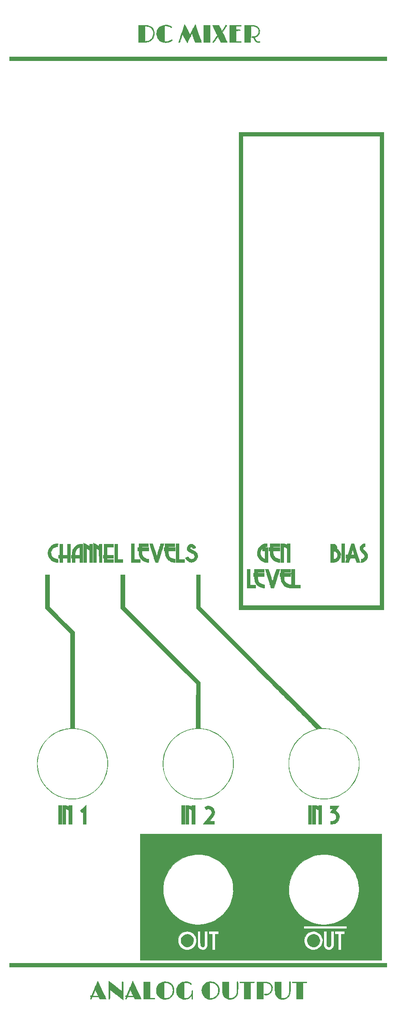
<source format=gbr>
G04 #@! TF.GenerationSoftware,KiCad,Pcbnew,5.1.9-73d0e3b20d~88~ubuntu20.04.1*
G04 #@! TF.CreationDate,2021-03-31T23:41:29-04:00*
G04 #@! TF.ProjectId,ao_dc_mixer-panel,616f5f64-635f-46d6-9978-65722d70616e,rev?*
G04 #@! TF.SameCoordinates,Original*
G04 #@! TF.FileFunction,Legend,Top*
G04 #@! TF.FilePolarity,Positive*
%FSLAX46Y46*%
G04 Gerber Fmt 4.6, Leading zero omitted, Abs format (unit mm)*
G04 Created by KiCad (PCBNEW 5.1.9-73d0e3b20d~88~ubuntu20.04.1) date 2021-03-31 23:41:29*
%MOMM*%
%LPD*%
G01*
G04 APERTURE LIST*
%ADD10C,0.010000*%
G04 APERTURE END LIST*
D10*
G36*
X70684028Y-106278992D02*
G01*
X70709768Y-106313298D01*
X70720820Y-106381056D01*
X70723296Y-106488680D01*
X70723200Y-106591300D01*
X70723200Y-106908800D01*
X70640650Y-106909217D01*
X70529098Y-106932046D01*
X70420969Y-106991597D01*
X70334802Y-107076093D01*
X70307172Y-107121054D01*
X70281070Y-107185097D01*
X70271414Y-107245129D01*
X70281423Y-107306813D01*
X70314314Y-107375809D01*
X70373307Y-107457779D01*
X70461620Y-107558382D01*
X70582472Y-107683282D01*
X70684335Y-107784443D01*
X70833185Y-107933833D01*
X70948675Y-108057905D01*
X71036094Y-108164316D01*
X71100727Y-108260719D01*
X71147861Y-108354770D01*
X71182784Y-108454125D01*
X71204262Y-108537239D01*
X71230162Y-108756924D01*
X71209224Y-108973488D01*
X71145380Y-109182038D01*
X71042559Y-109377684D01*
X70904693Y-109555535D01*
X70735714Y-109710699D01*
X70539552Y-109838285D01*
X70320139Y-109933403D01*
X70081405Y-109991161D01*
X70030239Y-109997966D01*
X69883378Y-110014784D01*
X69890539Y-109700318D01*
X69897700Y-109385851D01*
X70018819Y-109368564D01*
X70189916Y-109322897D01*
X70342329Y-109241205D01*
X70467696Y-109130386D01*
X70557654Y-108997335D01*
X70595478Y-108893007D01*
X70610597Y-108809103D01*
X70610378Y-108732892D01*
X70591190Y-108657786D01*
X70549404Y-108577198D01*
X70481387Y-108484543D01*
X70383509Y-108373233D01*
X70252140Y-108236683D01*
X70210575Y-108194751D01*
X70037853Y-108015449D01*
X69902345Y-107859900D01*
X69800528Y-107721508D01*
X69728878Y-107593677D01*
X69683871Y-107469811D01*
X69661983Y-107343315D01*
X69659692Y-107207591D01*
X69662018Y-107167920D01*
X69700890Y-106968276D01*
X69785035Y-106785043D01*
X69910367Y-106622611D01*
X70072799Y-106485373D01*
X70268247Y-106377722D01*
X70457555Y-106312692D01*
X70564034Y-106285100D01*
X70637487Y-106271730D01*
X70684028Y-106278992D01*
G37*
X70684028Y-106278992D02*
X70709768Y-106313298D01*
X70720820Y-106381056D01*
X70723296Y-106488680D01*
X70723200Y-106591300D01*
X70723200Y-106908800D01*
X70640650Y-106909217D01*
X70529098Y-106932046D01*
X70420969Y-106991597D01*
X70334802Y-107076093D01*
X70307172Y-107121054D01*
X70281070Y-107185097D01*
X70271414Y-107245129D01*
X70281423Y-107306813D01*
X70314314Y-107375809D01*
X70373307Y-107457779D01*
X70461620Y-107558382D01*
X70582472Y-107683282D01*
X70684335Y-107784443D01*
X70833185Y-107933833D01*
X70948675Y-108057905D01*
X71036094Y-108164316D01*
X71100727Y-108260719D01*
X71147861Y-108354770D01*
X71182784Y-108454125D01*
X71204262Y-108537239D01*
X71230162Y-108756924D01*
X71209224Y-108973488D01*
X71145380Y-109182038D01*
X71042559Y-109377684D01*
X70904693Y-109555535D01*
X70735714Y-109710699D01*
X70539552Y-109838285D01*
X70320139Y-109933403D01*
X70081405Y-109991161D01*
X70030239Y-109997966D01*
X69883378Y-110014784D01*
X69890539Y-109700318D01*
X69897700Y-109385851D01*
X70018819Y-109368564D01*
X70189916Y-109322897D01*
X70342329Y-109241205D01*
X70467696Y-109130386D01*
X70557654Y-108997335D01*
X70595478Y-108893007D01*
X70610597Y-108809103D01*
X70610378Y-108732892D01*
X70591190Y-108657786D01*
X70549404Y-108577198D01*
X70481387Y-108484543D01*
X70383509Y-108373233D01*
X70252140Y-108236683D01*
X70210575Y-108194751D01*
X70037853Y-108015449D01*
X69902345Y-107859900D01*
X69800528Y-107721508D01*
X69728878Y-107593677D01*
X69683871Y-107469811D01*
X69661983Y-107343315D01*
X69659692Y-107207591D01*
X69662018Y-107167920D01*
X69700890Y-106968276D01*
X69785035Y-106785043D01*
X69910367Y-106622611D01*
X70072799Y-106485373D01*
X70268247Y-106377722D01*
X70457555Y-106312692D01*
X70564034Y-106285100D01*
X70637487Y-106271730D01*
X70684028Y-106278992D01*
G36*
X69015956Y-107956382D02*
G01*
X69104615Y-108241612D01*
X69190233Y-108517112D01*
X69271391Y-108778309D01*
X69346667Y-109020627D01*
X69414642Y-109239493D01*
X69473893Y-109430332D01*
X69523002Y-109588569D01*
X69560547Y-109709630D01*
X69585107Y-109788941D01*
X69591840Y-109810750D01*
X69652467Y-110007600D01*
X68999939Y-110007600D01*
X68974026Y-109925050D01*
X68956933Y-109870401D01*
X68928427Y-109779053D01*
X68892189Y-109662812D01*
X68851901Y-109533485D01*
X68843327Y-109505950D01*
X68738542Y-109169400D01*
X67704057Y-109169400D01*
X67599272Y-109505950D01*
X67558604Y-109636518D01*
X67521217Y-109756464D01*
X67490794Y-109853980D01*
X67471015Y-109917260D01*
X67468573Y-109925050D01*
X67442660Y-110007600D01*
X67111712Y-110007600D01*
X66974871Y-110006795D01*
X66881737Y-110003839D01*
X66825238Y-109997918D01*
X66798298Y-109988220D01*
X66793844Y-109973932D01*
X66794744Y-109971168D01*
X66809568Y-109928316D01*
X66834877Y-109850925D01*
X66867509Y-109749089D01*
X66904298Y-109632907D01*
X66942080Y-109512473D01*
X66977691Y-109397885D01*
X67007967Y-109299237D01*
X67029743Y-109226628D01*
X67039854Y-109190153D01*
X67040200Y-109188015D01*
X67018262Y-109174426D01*
X66970350Y-109164737D01*
X66900500Y-109156700D01*
X66900500Y-108521700D01*
X67078888Y-108514353D01*
X67257277Y-108507007D01*
X67267156Y-108475360D01*
X67911273Y-108475360D01*
X67915454Y-108489664D01*
X67945304Y-108499456D01*
X68007445Y-108505455D01*
X68108499Y-108508384D01*
X68220294Y-108509000D01*
X68353091Y-108508466D01*
X68442796Y-108506124D01*
X68497114Y-108500858D01*
X68523748Y-108491556D01*
X68530402Y-108477102D01*
X68527706Y-108464550D01*
X68515589Y-108427069D01*
X68490662Y-108349686D01*
X68455649Y-108240863D01*
X68413271Y-108109066D01*
X68366898Y-107964764D01*
X68220607Y-107509428D01*
X68072395Y-107975574D01*
X68025529Y-108122625D01*
X67983394Y-108254174D01*
X67948606Y-108362106D01*
X67923782Y-108438306D01*
X67911538Y-108474656D01*
X67911273Y-108475360D01*
X67267156Y-108475360D01*
X67599913Y-107409453D01*
X67942549Y-106311900D01*
X68221624Y-106305382D01*
X68500700Y-106298864D01*
X69015956Y-107956382D01*
G37*
X69015956Y-107956382D02*
X69104615Y-108241612D01*
X69190233Y-108517112D01*
X69271391Y-108778309D01*
X69346667Y-109020627D01*
X69414642Y-109239493D01*
X69473893Y-109430332D01*
X69523002Y-109588569D01*
X69560547Y-109709630D01*
X69585107Y-109788941D01*
X69591840Y-109810750D01*
X69652467Y-110007600D01*
X68999939Y-110007600D01*
X68974026Y-109925050D01*
X68956933Y-109870401D01*
X68928427Y-109779053D01*
X68892189Y-109662812D01*
X68851901Y-109533485D01*
X68843327Y-109505950D01*
X68738542Y-109169400D01*
X67704057Y-109169400D01*
X67599272Y-109505950D01*
X67558604Y-109636518D01*
X67521217Y-109756464D01*
X67490794Y-109853980D01*
X67471015Y-109917260D01*
X67468573Y-109925050D01*
X67442660Y-110007600D01*
X67111712Y-110007600D01*
X66974871Y-110006795D01*
X66881737Y-110003839D01*
X66825238Y-109997918D01*
X66798298Y-109988220D01*
X66793844Y-109973932D01*
X66794744Y-109971168D01*
X66809568Y-109928316D01*
X66834877Y-109850925D01*
X66867509Y-109749089D01*
X66904298Y-109632907D01*
X66942080Y-109512473D01*
X66977691Y-109397885D01*
X67007967Y-109299237D01*
X67029743Y-109226628D01*
X67039854Y-109190153D01*
X67040200Y-109188015D01*
X67018262Y-109174426D01*
X66970350Y-109164737D01*
X66900500Y-109156700D01*
X66900500Y-108521700D01*
X67078888Y-108514353D01*
X67257277Y-108507007D01*
X67267156Y-108475360D01*
X67911273Y-108475360D01*
X67915454Y-108489664D01*
X67945304Y-108499456D01*
X68007445Y-108505455D01*
X68108499Y-108508384D01*
X68220294Y-108509000D01*
X68353091Y-108508466D01*
X68442796Y-108506124D01*
X68497114Y-108500858D01*
X68523748Y-108491556D01*
X68530402Y-108477102D01*
X68527706Y-108464550D01*
X68515589Y-108427069D01*
X68490662Y-108349686D01*
X68455649Y-108240863D01*
X68413271Y-108109066D01*
X68366898Y-107964764D01*
X68220607Y-107509428D01*
X68072395Y-107975574D01*
X68025529Y-108122625D01*
X67983394Y-108254174D01*
X67948606Y-108362106D01*
X67923782Y-108438306D01*
X67911538Y-108474656D01*
X67911273Y-108475360D01*
X67267156Y-108475360D01*
X67599913Y-107409453D01*
X67942549Y-106311900D01*
X68221624Y-106305382D01*
X68500700Y-106298864D01*
X69015956Y-107956382D01*
G36*
X66633800Y-110007600D02*
G01*
X65998800Y-110007600D01*
X65998800Y-106273800D01*
X66633800Y-106273800D01*
X66633800Y-110007600D01*
G37*
X66633800Y-110007600D02*
X65998800Y-110007600D01*
X65998800Y-106273800D01*
X66633800Y-106273800D01*
X66633800Y-110007600D01*
G36*
X64182700Y-106389650D02*
G01*
X64334859Y-106391018D01*
X64446933Y-106394527D01*
X64529629Y-106401429D01*
X64593655Y-106412979D01*
X64649718Y-106430430D01*
X64696837Y-106449837D01*
X64844425Y-106540284D01*
X64965639Y-106664922D01*
X65055644Y-106813989D01*
X65109600Y-106977722D01*
X65122670Y-107146357D01*
X65102939Y-107269425D01*
X65096628Y-107312532D01*
X65111887Y-107347449D01*
X65157389Y-107387536D01*
X65198582Y-107416719D01*
X65326571Y-107517044D01*
X65452797Y-107637310D01*
X65562418Y-107762238D01*
X65633980Y-107864948D01*
X65751983Y-108112587D01*
X65820718Y-108365189D01*
X65840739Y-108618394D01*
X65812597Y-108867841D01*
X65736844Y-109109169D01*
X65614032Y-109338018D01*
X65444714Y-109550026D01*
X65417023Y-109578422D01*
X65292980Y-109694475D01*
X65179693Y-109780569D01*
X65060161Y-109849287D01*
X65033600Y-109862249D01*
X64913154Y-109914701D01*
X64796255Y-109953400D01*
X64671874Y-109980191D01*
X64528982Y-109996921D01*
X64356550Y-110005435D01*
X64165165Y-110007600D01*
X63788661Y-110007600D01*
X63790831Y-109405107D01*
X64398600Y-109405107D01*
X64535058Y-109391023D01*
X64638211Y-109371702D01*
X64740775Y-109339199D01*
X64777503Y-109322869D01*
X64944950Y-109210676D01*
X65081229Y-109063999D01*
X65153493Y-108944877D01*
X65205886Y-108791462D01*
X65227419Y-108619251D01*
X65217666Y-108446840D01*
X65176201Y-108292826D01*
X65168833Y-108275937D01*
X65063599Y-108103533D01*
X64924253Y-107964144D01*
X64757566Y-107862884D01*
X64570311Y-107804868D01*
X64538515Y-107799889D01*
X64398600Y-107780902D01*
X64398600Y-109405107D01*
X63790831Y-109405107D01*
X63795180Y-108197850D01*
X63799183Y-107086600D01*
X64398600Y-107086600D01*
X64409186Y-107158469D01*
X64436160Y-107189727D01*
X64472342Y-107176633D01*
X64499306Y-107139069D01*
X64521822Y-107090044D01*
X64515933Y-107058468D01*
X64485685Y-107024914D01*
X64438997Y-106989653D01*
X64411133Y-106999140D01*
X64399396Y-107055288D01*
X64398600Y-107086600D01*
X63799183Y-107086600D01*
X63801700Y-106388100D01*
X64182700Y-106389650D01*
G37*
X64182700Y-106389650D02*
X64334859Y-106391018D01*
X64446933Y-106394527D01*
X64529629Y-106401429D01*
X64593655Y-106412979D01*
X64649718Y-106430430D01*
X64696837Y-106449837D01*
X64844425Y-106540284D01*
X64965639Y-106664922D01*
X65055644Y-106813989D01*
X65109600Y-106977722D01*
X65122670Y-107146357D01*
X65102939Y-107269425D01*
X65096628Y-107312532D01*
X65111887Y-107347449D01*
X65157389Y-107387536D01*
X65198582Y-107416719D01*
X65326571Y-107517044D01*
X65452797Y-107637310D01*
X65562418Y-107762238D01*
X65633980Y-107864948D01*
X65751983Y-108112587D01*
X65820718Y-108365189D01*
X65840739Y-108618394D01*
X65812597Y-108867841D01*
X65736844Y-109109169D01*
X65614032Y-109338018D01*
X65444714Y-109550026D01*
X65417023Y-109578422D01*
X65292980Y-109694475D01*
X65179693Y-109780569D01*
X65060161Y-109849287D01*
X65033600Y-109862249D01*
X64913154Y-109914701D01*
X64796255Y-109953400D01*
X64671874Y-109980191D01*
X64528982Y-109996921D01*
X64356550Y-110005435D01*
X64165165Y-110007600D01*
X63788661Y-110007600D01*
X63790831Y-109405107D01*
X64398600Y-109405107D01*
X64535058Y-109391023D01*
X64638211Y-109371702D01*
X64740775Y-109339199D01*
X64777503Y-109322869D01*
X64944950Y-109210676D01*
X65081229Y-109063999D01*
X65153493Y-108944877D01*
X65205886Y-108791462D01*
X65227419Y-108619251D01*
X65217666Y-108446840D01*
X65176201Y-108292826D01*
X65168833Y-108275937D01*
X65063599Y-108103533D01*
X64924253Y-107964144D01*
X64757566Y-107862884D01*
X64570311Y-107804868D01*
X64538515Y-107799889D01*
X64398600Y-107780902D01*
X64398600Y-109405107D01*
X63790831Y-109405107D01*
X63795180Y-108197850D01*
X63799183Y-107086600D01*
X64398600Y-107086600D01*
X64409186Y-107158469D01*
X64436160Y-107189727D01*
X64472342Y-107176633D01*
X64499306Y-107139069D01*
X64521822Y-107090044D01*
X64515933Y-107058468D01*
X64485685Y-107024914D01*
X64438997Y-106989653D01*
X64411133Y-106999140D01*
X64399396Y-107055288D01*
X64398600Y-107086600D01*
X63799183Y-107086600D01*
X63801700Y-106388100D01*
X64182700Y-106389650D01*
G36*
X54232250Y-106279347D02*
G01*
X54378804Y-106286383D01*
X54491766Y-106296650D01*
X54588345Y-106313142D01*
X54685747Y-106338853D01*
X54801180Y-106376776D01*
X54810100Y-106379868D01*
X54920016Y-106418454D01*
X55015237Y-106452624D01*
X55083428Y-106477910D01*
X55108550Y-106487966D01*
X55135629Y-106493787D01*
X55148830Y-106472502D01*
X55152868Y-106413718D01*
X55153000Y-106390035D01*
X55153000Y-106272236D01*
X55775300Y-106286500D01*
X55775300Y-109994900D01*
X55464150Y-110002031D01*
X55153000Y-110009163D01*
X55153000Y-107268668D01*
X55057750Y-107193714D01*
X54913360Y-107097437D01*
X54743232Y-107011402D01*
X54641119Y-106970931D01*
X54543400Y-106936453D01*
X54543400Y-110007600D01*
X53908400Y-110007600D01*
X53908400Y-106267057D01*
X54232250Y-106279347D01*
G37*
X54232250Y-106279347D02*
X54378804Y-106286383D01*
X54491766Y-106296650D01*
X54588345Y-106313142D01*
X54685747Y-106338853D01*
X54801180Y-106376776D01*
X54810100Y-106379868D01*
X54920016Y-106418454D01*
X55015237Y-106452624D01*
X55083428Y-106477910D01*
X55108550Y-106487966D01*
X55135629Y-106493787D01*
X55148830Y-106472502D01*
X55152868Y-106413718D01*
X55153000Y-106390035D01*
X55153000Y-106272236D01*
X55775300Y-106286500D01*
X55775300Y-109994900D01*
X55464150Y-110002031D01*
X55153000Y-110009163D01*
X55153000Y-107268668D01*
X55057750Y-107193714D01*
X54913360Y-107097437D01*
X54743232Y-107011402D01*
X54641119Y-106970931D01*
X54543400Y-106936453D01*
X54543400Y-110007600D01*
X53908400Y-110007600D01*
X53908400Y-106267057D01*
X54232250Y-106279347D01*
G36*
X53730600Y-106883400D02*
G01*
X52409800Y-106883400D01*
X52409800Y-107085756D01*
X53743300Y-107099300D01*
X53743300Y-107708900D01*
X53076550Y-107715671D01*
X52409800Y-107722443D01*
X52409800Y-107996085D01*
X52421327Y-108240987D01*
X52458407Y-108449967D01*
X52524784Y-108632984D01*
X52624206Y-108799995D01*
X52760418Y-108960960D01*
X52780388Y-108981323D01*
X52938126Y-109113436D01*
X53122562Y-109224635D01*
X53319927Y-109308795D01*
X53516455Y-109359789D01*
X53659736Y-109372600D01*
X53756000Y-109372600D01*
X53756000Y-110007600D01*
X53597250Y-110005580D01*
X53478190Y-109998198D01*
X53349688Y-109981586D01*
X53286100Y-109969516D01*
X52985414Y-109877214D01*
X52709135Y-109741439D01*
X52460607Y-109564944D01*
X52243172Y-109350482D01*
X52060173Y-109100806D01*
X51929278Y-108851900D01*
X51875756Y-108711809D01*
X51835978Y-108560793D01*
X51807809Y-108387437D01*
X51789113Y-108180331D01*
X51783118Y-108070850D01*
X51766994Y-107721600D01*
X51571600Y-107721600D01*
X51571600Y-107086600D01*
X51774800Y-107086600D01*
X51774800Y-106273800D01*
X53730600Y-106273800D01*
X53730600Y-106883400D01*
G37*
X53730600Y-106883400D02*
X52409800Y-106883400D01*
X52409800Y-107085756D01*
X53743300Y-107099300D01*
X53743300Y-107708900D01*
X53076550Y-107715671D01*
X52409800Y-107722443D01*
X52409800Y-107996085D01*
X52421327Y-108240987D01*
X52458407Y-108449967D01*
X52524784Y-108632984D01*
X52624206Y-108799995D01*
X52760418Y-108960960D01*
X52780388Y-108981323D01*
X52938126Y-109113436D01*
X53122562Y-109224635D01*
X53319927Y-109308795D01*
X53516455Y-109359789D01*
X53659736Y-109372600D01*
X53756000Y-109372600D01*
X53756000Y-110007600D01*
X53597250Y-110005580D01*
X53478190Y-109998198D01*
X53349688Y-109981586D01*
X53286100Y-109969516D01*
X52985414Y-109877214D01*
X52709135Y-109741439D01*
X52460607Y-109564944D01*
X52243172Y-109350482D01*
X52060173Y-109100806D01*
X51929278Y-108851900D01*
X51875756Y-108711809D01*
X51835978Y-108560793D01*
X51807809Y-108387437D01*
X51789113Y-108180331D01*
X51783118Y-108070850D01*
X51766994Y-107721600D01*
X51571600Y-107721600D01*
X51571600Y-107086600D01*
X51774800Y-107086600D01*
X51774800Y-106273800D01*
X53730600Y-106273800D01*
X53730600Y-106883400D01*
G36*
X51190600Y-106881098D02*
G01*
X51095350Y-106895987D01*
X50958362Y-106922530D01*
X50819693Y-106958081D01*
X50696694Y-106997655D01*
X50606712Y-107036270D01*
X50606400Y-107036438D01*
X50517500Y-107084470D01*
X51393800Y-107086600D01*
X51393800Y-110007600D01*
X51146150Y-110003794D01*
X51029770Y-110001094D01*
X50924568Y-109997036D01*
X50846380Y-109992300D01*
X50822300Y-109989881D01*
X50598981Y-109939073D01*
X50368057Y-109848470D01*
X50141683Y-109725079D01*
X49932016Y-109575902D01*
X49751215Y-109407945D01*
X49690099Y-109337566D01*
X49515325Y-109084653D01*
X49385647Y-108816629D01*
X49301004Y-108538470D01*
X49261335Y-108255150D01*
X49263656Y-108129644D01*
X49872477Y-108129644D01*
X49891459Y-108364517D01*
X49951883Y-108590850D01*
X50050703Y-108800574D01*
X50184873Y-108985622D01*
X50351348Y-109137924D01*
X50373378Y-109153635D01*
X50431089Y-109188462D01*
X50512485Y-109231466D01*
X50602965Y-109275686D01*
X50687934Y-109314155D01*
X50752791Y-109339910D01*
X50777850Y-109346597D01*
X50779392Y-109322349D01*
X50780798Y-109253307D01*
X50782023Y-109145476D01*
X50783019Y-109004861D01*
X50783739Y-108837468D01*
X50784136Y-108649303D01*
X50784200Y-108534400D01*
X50784200Y-107721600D01*
X50250800Y-107721600D01*
X50250800Y-107280295D01*
X50175907Y-107352047D01*
X50108291Y-107434493D01*
X50037572Y-107549536D01*
X49972374Y-107680343D01*
X49921326Y-107810083D01*
X49897984Y-107894300D01*
X49872477Y-108129644D01*
X49263656Y-108129644D01*
X49266579Y-107971644D01*
X49316675Y-107692928D01*
X49411562Y-107423975D01*
X49551177Y-107169761D01*
X49719416Y-106952802D01*
X49949306Y-106734876D01*
X50208618Y-106555098D01*
X50490936Y-106416746D01*
X50789842Y-106323100D01*
X51029819Y-106283257D01*
X51190600Y-106266784D01*
X51190600Y-106881098D01*
G37*
X51190600Y-106881098D02*
X51095350Y-106895987D01*
X50958362Y-106922530D01*
X50819693Y-106958081D01*
X50696694Y-106997655D01*
X50606712Y-107036270D01*
X50606400Y-107036438D01*
X50517500Y-107084470D01*
X51393800Y-107086600D01*
X51393800Y-110007600D01*
X51146150Y-110003794D01*
X51029770Y-110001094D01*
X50924568Y-109997036D01*
X50846380Y-109992300D01*
X50822300Y-109989881D01*
X50598981Y-109939073D01*
X50368057Y-109848470D01*
X50141683Y-109725079D01*
X49932016Y-109575902D01*
X49751215Y-109407945D01*
X49690099Y-109337566D01*
X49515325Y-109084653D01*
X49385647Y-108816629D01*
X49301004Y-108538470D01*
X49261335Y-108255150D01*
X49263656Y-108129644D01*
X49872477Y-108129644D01*
X49891459Y-108364517D01*
X49951883Y-108590850D01*
X50050703Y-108800574D01*
X50184873Y-108985622D01*
X50351348Y-109137924D01*
X50373378Y-109153635D01*
X50431089Y-109188462D01*
X50512485Y-109231466D01*
X50602965Y-109275686D01*
X50687934Y-109314155D01*
X50752791Y-109339910D01*
X50777850Y-109346597D01*
X50779392Y-109322349D01*
X50780798Y-109253307D01*
X50782023Y-109145476D01*
X50783019Y-109004861D01*
X50783739Y-108837468D01*
X50784136Y-108649303D01*
X50784200Y-108534400D01*
X50784200Y-107721600D01*
X50250800Y-107721600D01*
X50250800Y-107280295D01*
X50175907Y-107352047D01*
X50108291Y-107434493D01*
X50037572Y-107549536D01*
X49972374Y-107680343D01*
X49921326Y-107810083D01*
X49897984Y-107894300D01*
X49872477Y-108129644D01*
X49263656Y-108129644D01*
X49266579Y-107971644D01*
X49316675Y-107692928D01*
X49411562Y-107423975D01*
X49551177Y-107169761D01*
X49719416Y-106952802D01*
X49949306Y-106734876D01*
X50208618Y-106555098D01*
X50490936Y-106416746D01*
X50789842Y-106323100D01*
X51029819Y-106283257D01*
X51190600Y-106266784D01*
X51190600Y-106881098D01*
G36*
X56702400Y-114478000D02*
G01*
X57820000Y-114478000D01*
X57820000Y-115087600D01*
X56067400Y-115087600D01*
X56067400Y-111353800D01*
X56702400Y-111353800D01*
X56702400Y-114478000D01*
G37*
X56702400Y-114478000D02*
X57820000Y-114478000D01*
X57820000Y-115087600D01*
X56067400Y-115087600D01*
X56067400Y-111353800D01*
X56702400Y-111353800D01*
X56702400Y-114478000D01*
G36*
X55889600Y-111963400D02*
G01*
X54568800Y-111963400D01*
X54568800Y-112166600D01*
X55916563Y-112166600D01*
X55909431Y-112477750D01*
X55902300Y-112788900D01*
X55235550Y-112795671D01*
X54568800Y-112802443D01*
X54568800Y-113076085D01*
X54580460Y-113321807D01*
X54617883Y-113531553D01*
X54684728Y-113715089D01*
X54784656Y-113882179D01*
X54921326Y-114042588D01*
X54937100Y-114058582D01*
X55090581Y-114187072D01*
X55270892Y-114296891D01*
X55464184Y-114381847D01*
X55656607Y-114435751D01*
X55818736Y-114452600D01*
X55915000Y-114452600D01*
X55915000Y-115087600D01*
X55756250Y-115085580D01*
X55637190Y-115078198D01*
X55508688Y-115061586D01*
X55445100Y-115049516D01*
X55145686Y-114957563D01*
X54870937Y-114822466D01*
X54624220Y-114647203D01*
X54408900Y-114434752D01*
X54228344Y-114188088D01*
X54085917Y-113910188D01*
X54048817Y-113814798D01*
X54004141Y-113656382D01*
X53969058Y-113460893D01*
X53945353Y-113241451D01*
X53934806Y-113011179D01*
X53934455Y-112973050D01*
X53933800Y-112801600D01*
X53730600Y-112801600D01*
X53730600Y-112166600D01*
X53932510Y-112166600D01*
X53946500Y-111366500D01*
X55889600Y-111353196D01*
X55889600Y-111963400D01*
G37*
X55889600Y-111963400D02*
X54568800Y-111963400D01*
X54568800Y-112166600D01*
X55916563Y-112166600D01*
X55909431Y-112477750D01*
X55902300Y-112788900D01*
X55235550Y-112795671D01*
X54568800Y-112802443D01*
X54568800Y-113076085D01*
X54580460Y-113321807D01*
X54617883Y-113531553D01*
X54684728Y-113715089D01*
X54784656Y-113882179D01*
X54921326Y-114042588D01*
X54937100Y-114058582D01*
X55090581Y-114187072D01*
X55270892Y-114296891D01*
X55464184Y-114381847D01*
X55656607Y-114435751D01*
X55818736Y-114452600D01*
X55915000Y-114452600D01*
X55915000Y-115087600D01*
X55756250Y-115085580D01*
X55637190Y-115078198D01*
X55508688Y-115061586D01*
X55445100Y-115049516D01*
X55145686Y-114957563D01*
X54870937Y-114822466D01*
X54624220Y-114647203D01*
X54408900Y-114434752D01*
X54228344Y-114188088D01*
X54085917Y-113910188D01*
X54048817Y-113814798D01*
X54004141Y-113656382D01*
X53969058Y-113460893D01*
X53945353Y-113241451D01*
X53934806Y-113011179D01*
X53934455Y-112973050D01*
X53933800Y-112801600D01*
X53730600Y-112801600D01*
X53730600Y-112166600D01*
X53932510Y-112166600D01*
X53946500Y-111366500D01*
X55889600Y-111353196D01*
X55889600Y-111963400D01*
G36*
X51876426Y-112611184D02*
G01*
X51951883Y-112852427D01*
X52023227Y-113077749D01*
X52088995Y-113282726D01*
X52147726Y-113462929D01*
X52197956Y-113613932D01*
X52238225Y-113731309D01*
X52267069Y-113810631D01*
X52283028Y-113847473D01*
X52285391Y-113849434D01*
X52296242Y-113822119D01*
X52320602Y-113750931D01*
X52356974Y-113640530D01*
X52403863Y-113495577D01*
X52459773Y-113320732D01*
X52523207Y-113120655D01*
X52592670Y-112900008D01*
X52666666Y-112663449D01*
X52686040Y-112601272D01*
X52760727Y-112361807D01*
X52830985Y-112137362D01*
X52895352Y-111932548D01*
X52952367Y-111751980D01*
X53000566Y-111600270D01*
X53038489Y-111482031D01*
X53064673Y-111401876D01*
X53077657Y-111364419D01*
X53078695Y-111362238D01*
X53106449Y-111358970D01*
X53174947Y-111357301D01*
X53274156Y-111357321D01*
X53394040Y-111359116D01*
X53405396Y-111359365D01*
X53722091Y-111366500D01*
X52551253Y-115087600D01*
X52006222Y-115087600D01*
X51915325Y-114796421D01*
X51895448Y-114732950D01*
X51862483Y-114627929D01*
X51818027Y-114486435D01*
X51763680Y-114313548D01*
X51701039Y-114114345D01*
X51631704Y-113893906D01*
X51557271Y-113657307D01*
X51479339Y-113409628D01*
X51399508Y-113155946D01*
X51319374Y-112901340D01*
X51240537Y-112650889D01*
X51164594Y-112409671D01*
X51093144Y-112182763D01*
X51027786Y-111975245D01*
X50970116Y-111792194D01*
X50921735Y-111638689D01*
X50884240Y-111519808D01*
X50859229Y-111440630D01*
X50849814Y-111410950D01*
X50831576Y-111353800D01*
X51485461Y-111353800D01*
X51876426Y-112611184D01*
G37*
X51876426Y-112611184D02*
X51951883Y-112852427D01*
X52023227Y-113077749D01*
X52088995Y-113282726D01*
X52147726Y-113462929D01*
X52197956Y-113613932D01*
X52238225Y-113731309D01*
X52267069Y-113810631D01*
X52283028Y-113847473D01*
X52285391Y-113849434D01*
X52296242Y-113822119D01*
X52320602Y-113750931D01*
X52356974Y-113640530D01*
X52403863Y-113495577D01*
X52459773Y-113320732D01*
X52523207Y-113120655D01*
X52592670Y-112900008D01*
X52666666Y-112663449D01*
X52686040Y-112601272D01*
X52760727Y-112361807D01*
X52830985Y-112137362D01*
X52895352Y-111932548D01*
X52952367Y-111751980D01*
X53000566Y-111600270D01*
X53038489Y-111482031D01*
X53064673Y-111401876D01*
X53077657Y-111364419D01*
X53078695Y-111362238D01*
X53106449Y-111358970D01*
X53174947Y-111357301D01*
X53274156Y-111357321D01*
X53394040Y-111359116D01*
X53405396Y-111359365D01*
X53722091Y-111366500D01*
X52551253Y-115087600D01*
X52006222Y-115087600D01*
X51915325Y-114796421D01*
X51895448Y-114732950D01*
X51862483Y-114627929D01*
X51818027Y-114486435D01*
X51763680Y-114313548D01*
X51701039Y-114114345D01*
X51631704Y-113893906D01*
X51557271Y-113657307D01*
X51479339Y-113409628D01*
X51399508Y-113155946D01*
X51319374Y-112901340D01*
X51240537Y-112650889D01*
X51164594Y-112409671D01*
X51093144Y-112182763D01*
X51027786Y-111975245D01*
X50970116Y-111792194D01*
X50921735Y-111638689D01*
X50884240Y-111519808D01*
X50859229Y-111440630D01*
X50849814Y-111410950D01*
X50831576Y-111353800D01*
X51485461Y-111353800D01*
X51876426Y-112611184D01*
G36*
X50631800Y-111963400D02*
G01*
X49336400Y-111963400D01*
X49336400Y-112166600D01*
X50657200Y-112166600D01*
X50657200Y-112801600D01*
X49336400Y-112801600D01*
X49336400Y-113101789D01*
X49341774Y-113296677D01*
X49360055Y-113455543D01*
X49394477Y-113592235D01*
X49448276Y-113720602D01*
X49504646Y-113821998D01*
X49643566Y-114005394D01*
X49820371Y-114164991D01*
X50025187Y-114294301D01*
X50248138Y-114386841D01*
X50429484Y-114429509D01*
X50525561Y-114444922D01*
X50603797Y-114458394D01*
X50648990Y-114467292D01*
X50651660Y-114467979D01*
X50666117Y-114485281D01*
X50674940Y-114531882D01*
X50678673Y-114614379D01*
X50677860Y-114739368D01*
X50677060Y-114775963D01*
X50669900Y-115074900D01*
X50517500Y-115079712D01*
X50408811Y-115076454D01*
X50282164Y-115063099D01*
X50187300Y-115046901D01*
X49920277Y-114965519D01*
X49663059Y-114839328D01*
X49423392Y-114674277D01*
X49209027Y-114476317D01*
X49027710Y-114251395D01*
X48921319Y-114074842D01*
X48844994Y-113916116D01*
X48789078Y-113766247D01*
X48750240Y-113611197D01*
X48725147Y-113436929D01*
X48710465Y-113229404D01*
X48708288Y-113177532D01*
X48694111Y-112804164D01*
X48589805Y-112796532D01*
X48485500Y-112788900D01*
X48485500Y-112179300D01*
X48593450Y-112171489D01*
X48701400Y-112163679D01*
X48701400Y-111353800D01*
X50631800Y-111353800D01*
X50631800Y-111963400D01*
G37*
X50631800Y-111963400D02*
X49336400Y-111963400D01*
X49336400Y-112166600D01*
X50657200Y-112166600D01*
X50657200Y-112801600D01*
X49336400Y-112801600D01*
X49336400Y-113101789D01*
X49341774Y-113296677D01*
X49360055Y-113455543D01*
X49394477Y-113592235D01*
X49448276Y-113720602D01*
X49504646Y-113821998D01*
X49643566Y-114005394D01*
X49820371Y-114164991D01*
X50025187Y-114294301D01*
X50248138Y-114386841D01*
X50429484Y-114429509D01*
X50525561Y-114444922D01*
X50603797Y-114458394D01*
X50648990Y-114467292D01*
X50651660Y-114467979D01*
X50666117Y-114485281D01*
X50674940Y-114531882D01*
X50678673Y-114614379D01*
X50677860Y-114739368D01*
X50677060Y-114775963D01*
X50669900Y-115074900D01*
X50517500Y-115079712D01*
X50408811Y-115076454D01*
X50282164Y-115063099D01*
X50187300Y-115046901D01*
X49920277Y-114965519D01*
X49663059Y-114839328D01*
X49423392Y-114674277D01*
X49209027Y-114476317D01*
X49027710Y-114251395D01*
X48921319Y-114074842D01*
X48844994Y-113916116D01*
X48789078Y-113766247D01*
X48750240Y-113611197D01*
X48725147Y-113436929D01*
X48710465Y-113229404D01*
X48708288Y-113177532D01*
X48694111Y-112804164D01*
X48589805Y-112796532D01*
X48485500Y-112788900D01*
X48485500Y-112179300D01*
X48593450Y-112171489D01*
X48701400Y-112163679D01*
X48701400Y-111353800D01*
X50631800Y-111353800D01*
X50631800Y-111963400D01*
G36*
X47837800Y-114478000D02*
G01*
X48955400Y-114478000D01*
X48955400Y-115087600D01*
X47202800Y-115087600D01*
X47202800Y-111353800D01*
X47837800Y-111353800D01*
X47837800Y-114478000D01*
G37*
X47837800Y-114478000D02*
X48955400Y-114478000D01*
X48955400Y-115087600D01*
X47202800Y-115087600D01*
X47202800Y-111353800D01*
X47837800Y-111353800D01*
X47837800Y-114478000D01*
G36*
X60572569Y-183896543D02*
G01*
X60794444Y-183943751D01*
X61005362Y-184030184D01*
X61199282Y-184154283D01*
X61370166Y-184314492D01*
X61511972Y-184509253D01*
X61567569Y-184613777D01*
X61651623Y-184847017D01*
X61686973Y-185084971D01*
X61674641Y-185321954D01*
X61615647Y-185552278D01*
X61511012Y-185770257D01*
X61361757Y-185970204D01*
X61315368Y-186018934D01*
X61168998Y-186144559D01*
X61005415Y-186250116D01*
X60838549Y-186328002D01*
X60682327Y-186370608D01*
X60667677Y-186372654D01*
X60581113Y-186383425D01*
X60505474Y-186392661D01*
X60487000Y-186394866D01*
X60427176Y-186395835D01*
X60339490Y-186390480D01*
X60271100Y-186383309D01*
X60062924Y-186337025D01*
X59859231Y-186254377D01*
X59672597Y-186142364D01*
X59515596Y-186007988D01*
X59442812Y-185922213D01*
X59306628Y-185698530D01*
X59218244Y-185465901D01*
X59176941Y-185229397D01*
X59182002Y-184994091D01*
X59232710Y-184765055D01*
X59328346Y-184547360D01*
X59468193Y-184346078D01*
X59651533Y-184166281D01*
X59696298Y-184131120D01*
X59901602Y-184005849D01*
X60120108Y-183926034D01*
X60345777Y-183890118D01*
X60572569Y-183896543D01*
G37*
X60572569Y-183896543D02*
X60794444Y-183943751D01*
X61005362Y-184030184D01*
X61199282Y-184154283D01*
X61370166Y-184314492D01*
X61511972Y-184509253D01*
X61567569Y-184613777D01*
X61651623Y-184847017D01*
X61686973Y-185084971D01*
X61674641Y-185321954D01*
X61615647Y-185552278D01*
X61511012Y-185770257D01*
X61361757Y-185970204D01*
X61315368Y-186018934D01*
X61168998Y-186144559D01*
X61005415Y-186250116D01*
X60838549Y-186328002D01*
X60682327Y-186370608D01*
X60667677Y-186372654D01*
X60581113Y-186383425D01*
X60505474Y-186392661D01*
X60487000Y-186394866D01*
X60427176Y-186395835D01*
X60339490Y-186390480D01*
X60271100Y-186383309D01*
X60062924Y-186337025D01*
X59859231Y-186254377D01*
X59672597Y-186142364D01*
X59515596Y-186007988D01*
X59442812Y-185922213D01*
X59306628Y-185698530D01*
X59218244Y-185465901D01*
X59176941Y-185229397D01*
X59182002Y-184994091D01*
X59232710Y-184765055D01*
X59328346Y-184547360D01*
X59468193Y-184346078D01*
X59651533Y-184166281D01*
X59696298Y-184131120D01*
X59901602Y-184005849D01*
X60120108Y-183926034D01*
X60345777Y-183890118D01*
X60572569Y-183896543D01*
G36*
X35506100Y-183897734D02*
G01*
X35738063Y-183955062D01*
X35954585Y-184056619D01*
X36149215Y-184196661D01*
X36315506Y-184369448D01*
X36447008Y-184569238D01*
X36537271Y-184790289D01*
X36546664Y-184824188D01*
X36583243Y-185060747D01*
X36574081Y-185302335D01*
X36520679Y-185537309D01*
X36427410Y-185748995D01*
X36315271Y-185909071D01*
X36171322Y-186057626D01*
X36006504Y-186186705D01*
X35831758Y-186288351D01*
X35658026Y-186354610D01*
X35569600Y-186372726D01*
X35446706Y-186388217D01*
X35356377Y-186396089D01*
X35281026Y-186396790D01*
X35203061Y-186390768D01*
X35143522Y-186383573D01*
X34920398Y-186329884D01*
X34710418Y-186231511D01*
X34519790Y-186094098D01*
X34354721Y-185923286D01*
X34221418Y-185724716D01*
X34126087Y-185504030D01*
X34107900Y-185442273D01*
X34070132Y-185208586D01*
X34079019Y-184980034D01*
X34130415Y-184761193D01*
X34220180Y-184556640D01*
X34344168Y-184370952D01*
X34498237Y-184208707D01*
X34678244Y-184074480D01*
X34880045Y-183972849D01*
X35099498Y-183908391D01*
X35332458Y-183885682D01*
X35506100Y-183897734D01*
G37*
X35506100Y-183897734D02*
X35738063Y-183955062D01*
X35954585Y-184056619D01*
X36149215Y-184196661D01*
X36315506Y-184369448D01*
X36447008Y-184569238D01*
X36537271Y-184790289D01*
X36546664Y-184824188D01*
X36583243Y-185060747D01*
X36574081Y-185302335D01*
X36520679Y-185537309D01*
X36427410Y-185748995D01*
X36315271Y-185909071D01*
X36171322Y-186057626D01*
X36006504Y-186186705D01*
X35831758Y-186288351D01*
X35658026Y-186354610D01*
X35569600Y-186372726D01*
X35446706Y-186388217D01*
X35356377Y-186396089D01*
X35281026Y-186396790D01*
X35203061Y-186390768D01*
X35143522Y-186383573D01*
X34920398Y-186329884D01*
X34710418Y-186231511D01*
X34519790Y-186094098D01*
X34354721Y-185923286D01*
X34221418Y-185724716D01*
X34126087Y-185504030D01*
X34107900Y-185442273D01*
X34070132Y-185208586D01*
X34079019Y-184980034D01*
X34130415Y-184761193D01*
X34220180Y-184556640D01*
X34344168Y-184370952D01*
X34498237Y-184208707D01*
X34678244Y-184074480D01*
X34880045Y-183972849D01*
X35099498Y-183908391D01*
X35332458Y-183885682D01*
X35506100Y-183897734D01*
G36*
X45492857Y-3321866D02*
G01*
X45665261Y-3323639D01*
X45806749Y-3326216D01*
X45911638Y-3329528D01*
X45974248Y-3333508D01*
X45987913Y-3335724D01*
X46054523Y-3374070D01*
X46076188Y-3431803D01*
X46068169Y-3469425D01*
X46027128Y-3515704D01*
X45948036Y-3535187D01*
X45827973Y-3528567D01*
X45822369Y-3527782D01*
X45746087Y-3520466D01*
X45633835Y-3514179D01*
X45500444Y-3509571D01*
X45360743Y-3507293D01*
X45354252Y-3507254D01*
X45017005Y-3505399D01*
X45024052Y-3867350D01*
X45031100Y-4229300D01*
X45429645Y-4229300D01*
X45594051Y-4230286D01*
X45714133Y-4234377D01*
X45796348Y-4243267D01*
X45847152Y-4258653D01*
X45873003Y-4282231D01*
X45880356Y-4315698D01*
X45877800Y-4347020D01*
X45869300Y-4407100D01*
X45018400Y-4421028D01*
X45018400Y-6560356D01*
X45527606Y-6548102D01*
X45700758Y-6544165D01*
X45830024Y-6542176D01*
X45922298Y-6542620D01*
X45984473Y-6545984D01*
X46023442Y-6552751D01*
X46046099Y-6563408D01*
X46059336Y-6578439D01*
X46063556Y-6585818D01*
X46075167Y-6631110D01*
X46049898Y-6675516D01*
X46036268Y-6689844D01*
X46022021Y-6702948D01*
X46004773Y-6713782D01*
X45979812Y-6722599D01*
X45942428Y-6729653D01*
X45887908Y-6735198D01*
X45811541Y-6739487D01*
X45708614Y-6742774D01*
X45574418Y-6745314D01*
X45404238Y-6747359D01*
X45193365Y-6749164D01*
X44937086Y-6750983D01*
X44895964Y-6751262D01*
X44665780Y-6752413D01*
X44451397Y-6752695D01*
X44258131Y-6752161D01*
X44091297Y-6750860D01*
X43956209Y-6748843D01*
X43858182Y-6746163D01*
X43802531Y-6742868D01*
X43791745Y-6740679D01*
X43788691Y-6712860D01*
X43785800Y-6638462D01*
X43783117Y-6521702D01*
X43780687Y-6366801D01*
X43778553Y-6177977D01*
X43776759Y-5959452D01*
X43775350Y-5715443D01*
X43774369Y-5450171D01*
X43773862Y-5167855D01*
X43773800Y-5025966D01*
X43773800Y-3329200D01*
X44846950Y-3322050D01*
X45078020Y-3321003D01*
X45295216Y-3320965D01*
X45492857Y-3321866D01*
G37*
X45492857Y-3321866D02*
X45665261Y-3323639D01*
X45806749Y-3326216D01*
X45911638Y-3329528D01*
X45974248Y-3333508D01*
X45987913Y-3335724D01*
X46054523Y-3374070D01*
X46076188Y-3431803D01*
X46068169Y-3469425D01*
X46027128Y-3515704D01*
X45948036Y-3535187D01*
X45827973Y-3528567D01*
X45822369Y-3527782D01*
X45746087Y-3520466D01*
X45633835Y-3514179D01*
X45500444Y-3509571D01*
X45360743Y-3507293D01*
X45354252Y-3507254D01*
X45017005Y-3505399D01*
X45024052Y-3867350D01*
X45031100Y-4229300D01*
X45429645Y-4229300D01*
X45594051Y-4230286D01*
X45714133Y-4234377D01*
X45796348Y-4243267D01*
X45847152Y-4258653D01*
X45873003Y-4282231D01*
X45880356Y-4315698D01*
X45877800Y-4347020D01*
X45869300Y-4407100D01*
X45018400Y-4421028D01*
X45018400Y-6560356D01*
X45527606Y-6548102D01*
X45700758Y-6544165D01*
X45830024Y-6542176D01*
X45922298Y-6542620D01*
X45984473Y-6545984D01*
X46023442Y-6552751D01*
X46046099Y-6563408D01*
X46059336Y-6578439D01*
X46063556Y-6585818D01*
X46075167Y-6631110D01*
X46049898Y-6675516D01*
X46036268Y-6689844D01*
X46022021Y-6702948D01*
X46004773Y-6713782D01*
X45979812Y-6722599D01*
X45942428Y-6729653D01*
X45887908Y-6735198D01*
X45811541Y-6739487D01*
X45708614Y-6742774D01*
X45574418Y-6745314D01*
X45404238Y-6747359D01*
X45193365Y-6749164D01*
X44937086Y-6750983D01*
X44895964Y-6751262D01*
X44665780Y-6752413D01*
X44451397Y-6752695D01*
X44258131Y-6752161D01*
X44091297Y-6750860D01*
X43956209Y-6748843D01*
X43858182Y-6746163D01*
X43802531Y-6742868D01*
X43791745Y-6740679D01*
X43788691Y-6712860D01*
X43785800Y-6638462D01*
X43783117Y-6521702D01*
X43780687Y-6366801D01*
X43778553Y-6177977D01*
X43776759Y-5959452D01*
X43775350Y-5715443D01*
X43774369Y-5450171D01*
X43773862Y-5167855D01*
X43773800Y-5025966D01*
X43773800Y-3329200D01*
X44846950Y-3322050D01*
X45078020Y-3321003D01*
X45295216Y-3320965D01*
X45492857Y-3321866D01*
G36*
X39836800Y-6756600D02*
G01*
X39231433Y-6756600D01*
X39060961Y-6755917D01*
X38907645Y-6754002D01*
X38778715Y-6751050D01*
X38681396Y-6747259D01*
X38622917Y-6742824D01*
X38609133Y-6739666D01*
X38606251Y-6712024D01*
X38603525Y-6637797D01*
X38600994Y-6521201D01*
X38598701Y-6366450D01*
X38596687Y-6177759D01*
X38594995Y-5959345D01*
X38593665Y-5715421D01*
X38592739Y-5450203D01*
X38592259Y-5167906D01*
X38592200Y-5025166D01*
X38592200Y-3327600D01*
X39836800Y-3327600D01*
X39836800Y-6756600D01*
G37*
X39836800Y-6756600D02*
X39231433Y-6756600D01*
X39060961Y-6755917D01*
X38907645Y-6754002D01*
X38778715Y-6751050D01*
X38681396Y-6747259D01*
X38622917Y-6742824D01*
X38609133Y-6739666D01*
X38606251Y-6712024D01*
X38603525Y-6637797D01*
X38600994Y-6521201D01*
X38598701Y-6366450D01*
X38596687Y-6177759D01*
X38594995Y-5959345D01*
X38593665Y-5715421D01*
X38592739Y-5450203D01*
X38592259Y-5167906D01*
X38592200Y-5025166D01*
X38592200Y-3327600D01*
X39836800Y-3327600D01*
X39836800Y-6756600D01*
G36*
X26520850Y-3333914D02*
G01*
X26759720Y-3337160D01*
X26954014Y-3340447D01*
X27109953Y-3344159D01*
X27233761Y-3348682D01*
X27331658Y-3354400D01*
X27409868Y-3361700D01*
X27474613Y-3370967D01*
X27532115Y-3382586D01*
X27588596Y-3396942D01*
X27603054Y-3400940D01*
X27886370Y-3501023D01*
X28130635Y-3632421D01*
X28337689Y-3796307D01*
X28487953Y-3964861D01*
X28629738Y-4192774D01*
X28731614Y-4445180D01*
X28792989Y-4714406D01*
X28813268Y-4992775D01*
X28791861Y-5272612D01*
X28728174Y-5546243D01*
X28628998Y-5791400D01*
X28541977Y-5932745D01*
X28421807Y-6082850D01*
X28281120Y-6228463D01*
X28132552Y-6356335D01*
X28009243Y-6441339D01*
X27883213Y-6512491D01*
X27760870Y-6571478D01*
X27635639Y-6619535D01*
X27500941Y-6657898D01*
X27350201Y-6687799D01*
X27176842Y-6710476D01*
X26974287Y-6727161D01*
X26735959Y-6739090D01*
X26455281Y-6747498D01*
X26368450Y-6749384D01*
X25638200Y-6764239D01*
X25638200Y-6535387D01*
X26882800Y-6535387D01*
X27130450Y-6520746D01*
X27379727Y-6490707D01*
X27560450Y-6442977D01*
X27739973Y-6371596D01*
X27894373Y-6287149D01*
X28041930Y-6178366D01*
X28159702Y-6073462D01*
X28331166Y-5877915D01*
X28459574Y-5655533D01*
X28544789Y-5406663D01*
X28586672Y-5131652D01*
X28591349Y-4993772D01*
X28569170Y-4707260D01*
X28503249Y-4445846D01*
X28393810Y-4210127D01*
X28241083Y-4000700D01*
X28194267Y-3950583D01*
X28029073Y-3805993D01*
X27847484Y-3695356D01*
X27642030Y-3615711D01*
X27405243Y-3564099D01*
X27155850Y-3538975D01*
X26882800Y-3523189D01*
X26882800Y-6535387D01*
X25638200Y-6535387D01*
X25638200Y-3322664D01*
X26520850Y-3333914D01*
G37*
X26520850Y-3333914D02*
X26759720Y-3337160D01*
X26954014Y-3340447D01*
X27109953Y-3344159D01*
X27233761Y-3348682D01*
X27331658Y-3354400D01*
X27409868Y-3361700D01*
X27474613Y-3370967D01*
X27532115Y-3382586D01*
X27588596Y-3396942D01*
X27603054Y-3400940D01*
X27886370Y-3501023D01*
X28130635Y-3632421D01*
X28337689Y-3796307D01*
X28487953Y-3964861D01*
X28629738Y-4192774D01*
X28731614Y-4445180D01*
X28792989Y-4714406D01*
X28813268Y-4992775D01*
X28791861Y-5272612D01*
X28728174Y-5546243D01*
X28628998Y-5791400D01*
X28541977Y-5932745D01*
X28421807Y-6082850D01*
X28281120Y-6228463D01*
X28132552Y-6356335D01*
X28009243Y-6441339D01*
X27883213Y-6512491D01*
X27760870Y-6571478D01*
X27635639Y-6619535D01*
X27500941Y-6657898D01*
X27350201Y-6687799D01*
X27176842Y-6710476D01*
X26974287Y-6727161D01*
X26735959Y-6739090D01*
X26455281Y-6747498D01*
X26368450Y-6749384D01*
X25638200Y-6764239D01*
X25638200Y-6535387D01*
X26882800Y-6535387D01*
X27130450Y-6520746D01*
X27379727Y-6490707D01*
X27560450Y-6442977D01*
X27739973Y-6371596D01*
X27894373Y-6287149D01*
X28041930Y-6178366D01*
X28159702Y-6073462D01*
X28331166Y-5877915D01*
X28459574Y-5655533D01*
X28544789Y-5406663D01*
X28586672Y-5131652D01*
X28591349Y-4993772D01*
X28569170Y-4707260D01*
X28503249Y-4445846D01*
X28393810Y-4210127D01*
X28241083Y-4000700D01*
X28194267Y-3950583D01*
X28029073Y-3805993D01*
X27847484Y-3695356D01*
X27642030Y-3615711D01*
X27405243Y-3564099D01*
X27155850Y-3538975D01*
X26882800Y-3523189D01*
X26882800Y-6535387D01*
X25638200Y-6535387D01*
X25638200Y-3322664D01*
X26520850Y-3333914D01*
G36*
X47666350Y-3333885D02*
G01*
X47930353Y-3337077D01*
X48149612Y-3340743D01*
X48330181Y-3345659D01*
X48478114Y-3352602D01*
X48599467Y-3362349D01*
X48700293Y-3375678D01*
X48786647Y-3393367D01*
X48864584Y-3416191D01*
X48940157Y-3444929D01*
X49019423Y-3480357D01*
X49096639Y-3517491D01*
X49285428Y-3635887D01*
X49453956Y-3792979D01*
X49591249Y-3977517D01*
X49647247Y-4081855D01*
X49691507Y-4186566D01*
X49718314Y-4281962D01*
X49732985Y-4390986D01*
X49738280Y-4474710D01*
X49726029Y-4721199D01*
X49667363Y-4952822D01*
X49565610Y-5165002D01*
X49424102Y-5353165D01*
X49246169Y-5512736D01*
X49035141Y-5639139D01*
X48834352Y-5716455D01*
X48784947Y-5732352D01*
X48753740Y-5750328D01*
X48741410Y-5778130D01*
X48748639Y-5823506D01*
X48776106Y-5894202D01*
X48824493Y-5997966D01*
X48866744Y-6085291D01*
X48974312Y-6273156D01*
X49093923Y-6421089D01*
X49222263Y-6526875D01*
X49356015Y-6588300D01*
X49491864Y-6603150D01*
X49604801Y-6578153D01*
X49685959Y-6563940D01*
X49746802Y-6582134D01*
X49781406Y-6622081D01*
X49783849Y-6673130D01*
X49748207Y-6724627D01*
X49702107Y-6753159D01*
X49627138Y-6771902D01*
X49521728Y-6779665D01*
X49404978Y-6776718D01*
X49295986Y-6763329D01*
X49230576Y-6746509D01*
X49068207Y-6664872D01*
X48920204Y-6540159D01*
X48784813Y-6370358D01*
X48660283Y-6153461D01*
X48600284Y-6023818D01*
X48505245Y-5804100D01*
X48360850Y-5791002D01*
X48258151Y-5773996D01*
X48197544Y-5742314D01*
X48171178Y-5690566D01*
X48168388Y-5658943D01*
X48190811Y-5608659D01*
X48254551Y-5577046D01*
X48352746Y-5566677D01*
X48406653Y-5569656D01*
X48634792Y-5568085D01*
X48851445Y-5520621D01*
X49050330Y-5430761D01*
X49225162Y-5302000D01*
X49369657Y-5137837D01*
X49458826Y-4984138D01*
X49489645Y-4913161D01*
X49509528Y-4848672D01*
X49520809Y-4776107D01*
X49525821Y-4680900D01*
X49526900Y-4559098D01*
X49525973Y-4433085D01*
X49521344Y-4342938D01*
X49510238Y-4273734D01*
X49489881Y-4210546D01*
X49457497Y-4138450D01*
X49443283Y-4109315D01*
X49328725Y-3930625D01*
X49176260Y-3783843D01*
X48985313Y-3668675D01*
X48755311Y-3584829D01*
X48485678Y-3532011D01*
X48276139Y-3513499D01*
X47965178Y-3497579D01*
X47958639Y-5120739D01*
X47952100Y-6743900D01*
X47336150Y-6750701D01*
X46720200Y-6757503D01*
X46720200Y-3323336D01*
X47666350Y-3333885D01*
G37*
X47666350Y-3333885D02*
X47930353Y-3337077D01*
X48149612Y-3340743D01*
X48330181Y-3345659D01*
X48478114Y-3352602D01*
X48599467Y-3362349D01*
X48700293Y-3375678D01*
X48786647Y-3393367D01*
X48864584Y-3416191D01*
X48940157Y-3444929D01*
X49019423Y-3480357D01*
X49096639Y-3517491D01*
X49285428Y-3635887D01*
X49453956Y-3792979D01*
X49591249Y-3977517D01*
X49647247Y-4081855D01*
X49691507Y-4186566D01*
X49718314Y-4281962D01*
X49732985Y-4390986D01*
X49738280Y-4474710D01*
X49726029Y-4721199D01*
X49667363Y-4952822D01*
X49565610Y-5165002D01*
X49424102Y-5353165D01*
X49246169Y-5512736D01*
X49035141Y-5639139D01*
X48834352Y-5716455D01*
X48784947Y-5732352D01*
X48753740Y-5750328D01*
X48741410Y-5778130D01*
X48748639Y-5823506D01*
X48776106Y-5894202D01*
X48824493Y-5997966D01*
X48866744Y-6085291D01*
X48974312Y-6273156D01*
X49093923Y-6421089D01*
X49222263Y-6526875D01*
X49356015Y-6588300D01*
X49491864Y-6603150D01*
X49604801Y-6578153D01*
X49685959Y-6563940D01*
X49746802Y-6582134D01*
X49781406Y-6622081D01*
X49783849Y-6673130D01*
X49748207Y-6724627D01*
X49702107Y-6753159D01*
X49627138Y-6771902D01*
X49521728Y-6779665D01*
X49404978Y-6776718D01*
X49295986Y-6763329D01*
X49230576Y-6746509D01*
X49068207Y-6664872D01*
X48920204Y-6540159D01*
X48784813Y-6370358D01*
X48660283Y-6153461D01*
X48600284Y-6023818D01*
X48505245Y-5804100D01*
X48360850Y-5791002D01*
X48258151Y-5773996D01*
X48197544Y-5742314D01*
X48171178Y-5690566D01*
X48168388Y-5658943D01*
X48190811Y-5608659D01*
X48254551Y-5577046D01*
X48352746Y-5566677D01*
X48406653Y-5569656D01*
X48634792Y-5568085D01*
X48851445Y-5520621D01*
X49050330Y-5430761D01*
X49225162Y-5302000D01*
X49369657Y-5137837D01*
X49458826Y-4984138D01*
X49489645Y-4913161D01*
X49509528Y-4848672D01*
X49520809Y-4776107D01*
X49525821Y-4680900D01*
X49526900Y-4559098D01*
X49525973Y-4433085D01*
X49521344Y-4342938D01*
X49510238Y-4273734D01*
X49489881Y-4210546D01*
X49457497Y-4138450D01*
X49443283Y-4109315D01*
X49328725Y-3930625D01*
X49176260Y-3783843D01*
X48985313Y-3668675D01*
X48755311Y-3584829D01*
X48485678Y-3532011D01*
X48276139Y-3513499D01*
X47965178Y-3497579D01*
X47958639Y-5120739D01*
X47952100Y-6743900D01*
X47336150Y-6750701D01*
X46720200Y-6757503D01*
X46720200Y-3323336D01*
X47666350Y-3333885D01*
G36*
X43110477Y-3319052D02*
G01*
X43151811Y-3366679D01*
X43154338Y-3439610D01*
X43154013Y-3440930D01*
X43136206Y-3477814D01*
X43093721Y-3550842D01*
X43030296Y-3654048D01*
X42949668Y-3781464D01*
X42855574Y-3927125D01*
X42751750Y-4085065D01*
X42730440Y-4117161D01*
X42322726Y-4730204D01*
X42360584Y-4822652D01*
X42379903Y-4865771D01*
X42418733Y-4949023D01*
X42474416Y-5066832D01*
X42544298Y-5213621D01*
X42625722Y-5383815D01*
X42716032Y-5571838D01*
X42812572Y-5772114D01*
X42832120Y-5812582D01*
X42927802Y-6011178D01*
X43016171Y-6195722D01*
X43094847Y-6361162D01*
X43161451Y-6502443D01*
X43213605Y-6614515D01*
X43248931Y-6692324D01*
X43265049Y-6730817D01*
X43265800Y-6733768D01*
X43241182Y-6740782D01*
X43170417Y-6746186D01*
X43058134Y-6749859D01*
X42908963Y-6751676D01*
X42727536Y-6751515D01*
X42629147Y-6750686D01*
X41992494Y-6743900D01*
X41724574Y-6185100D01*
X41649552Y-6029260D01*
X41581310Y-5888706D01*
X41523042Y-5769921D01*
X41477945Y-5679391D01*
X41449214Y-5623599D01*
X41440477Y-5608602D01*
X41421879Y-5623055D01*
X41379315Y-5673625D01*
X41317314Y-5754373D01*
X41240407Y-5859362D01*
X41153121Y-5982653D01*
X41132200Y-6012765D01*
X40991605Y-6214633D01*
X40875951Y-6377835D01*
X40782307Y-6506179D01*
X40707744Y-6603472D01*
X40649334Y-6673522D01*
X40604148Y-6720136D01*
X40569256Y-6747121D01*
X40565699Y-6749179D01*
X40515187Y-6774576D01*
X40481964Y-6775836D01*
X40440050Y-6754565D01*
X40402223Y-6713388D01*
X40404663Y-6654880D01*
X40448387Y-6575888D01*
X40528950Y-6479155D01*
X40573409Y-6425902D01*
X40637944Y-6341903D01*
X40717596Y-6234247D01*
X40807409Y-6110023D01*
X40902423Y-5976322D01*
X40997682Y-5840231D01*
X41088226Y-5708840D01*
X41169098Y-5589239D01*
X41235340Y-5488516D01*
X41281993Y-5413762D01*
X41304101Y-5372064D01*
X41304836Y-5369743D01*
X41296132Y-5340397D01*
X41267840Y-5271359D01*
X41222646Y-5168594D01*
X41163237Y-5038067D01*
X41092299Y-4885743D01*
X41012518Y-4717587D01*
X40990152Y-4670957D01*
X40897836Y-4478831D01*
X40803555Y-4282440D01*
X40712179Y-4091942D01*
X40628579Y-3917495D01*
X40557625Y-3769256D01*
X40507414Y-3664150D01*
X40346897Y-3327600D01*
X41638578Y-3327600D01*
X41836166Y-3740350D01*
X41907625Y-3889533D01*
X41978769Y-4037900D01*
X42043727Y-4173220D01*
X42096629Y-4283262D01*
X42122727Y-4337423D01*
X42211700Y-4521747D01*
X42478400Y-4139361D01*
X42574595Y-3998107D01*
X42669761Y-3852444D01*
X42756074Y-3714765D01*
X42825711Y-3597461D01*
X42859400Y-3535937D01*
X42916174Y-3430239D01*
X42958933Y-3362720D01*
X42994197Y-3325093D01*
X43028486Y-3309075D01*
X43039374Y-3307265D01*
X43110477Y-3319052D01*
G37*
X43110477Y-3319052D02*
X43151811Y-3366679D01*
X43154338Y-3439610D01*
X43154013Y-3440930D01*
X43136206Y-3477814D01*
X43093721Y-3550842D01*
X43030296Y-3654048D01*
X42949668Y-3781464D01*
X42855574Y-3927125D01*
X42751750Y-4085065D01*
X42730440Y-4117161D01*
X42322726Y-4730204D01*
X42360584Y-4822652D01*
X42379903Y-4865771D01*
X42418733Y-4949023D01*
X42474416Y-5066832D01*
X42544298Y-5213621D01*
X42625722Y-5383815D01*
X42716032Y-5571838D01*
X42812572Y-5772114D01*
X42832120Y-5812582D01*
X42927802Y-6011178D01*
X43016171Y-6195722D01*
X43094847Y-6361162D01*
X43161451Y-6502443D01*
X43213605Y-6614515D01*
X43248931Y-6692324D01*
X43265049Y-6730817D01*
X43265800Y-6733768D01*
X43241182Y-6740782D01*
X43170417Y-6746186D01*
X43058134Y-6749859D01*
X42908963Y-6751676D01*
X42727536Y-6751515D01*
X42629147Y-6750686D01*
X41992494Y-6743900D01*
X41724574Y-6185100D01*
X41649552Y-6029260D01*
X41581310Y-5888706D01*
X41523042Y-5769921D01*
X41477945Y-5679391D01*
X41449214Y-5623599D01*
X41440477Y-5608602D01*
X41421879Y-5623055D01*
X41379315Y-5673625D01*
X41317314Y-5754373D01*
X41240407Y-5859362D01*
X41153121Y-5982653D01*
X41132200Y-6012765D01*
X40991605Y-6214633D01*
X40875951Y-6377835D01*
X40782307Y-6506179D01*
X40707744Y-6603472D01*
X40649334Y-6673522D01*
X40604148Y-6720136D01*
X40569256Y-6747121D01*
X40565699Y-6749179D01*
X40515187Y-6774576D01*
X40481964Y-6775836D01*
X40440050Y-6754565D01*
X40402223Y-6713388D01*
X40404663Y-6654880D01*
X40448387Y-6575888D01*
X40528950Y-6479155D01*
X40573409Y-6425902D01*
X40637944Y-6341903D01*
X40717596Y-6234247D01*
X40807409Y-6110023D01*
X40902423Y-5976322D01*
X40997682Y-5840231D01*
X41088226Y-5708840D01*
X41169098Y-5589239D01*
X41235340Y-5488516D01*
X41281993Y-5413762D01*
X41304101Y-5372064D01*
X41304836Y-5369743D01*
X41296132Y-5340397D01*
X41267840Y-5271359D01*
X41222646Y-5168594D01*
X41163237Y-5038067D01*
X41092299Y-4885743D01*
X41012518Y-4717587D01*
X40990152Y-4670957D01*
X40897836Y-4478831D01*
X40803555Y-4282440D01*
X40712179Y-4091942D01*
X40628579Y-3917495D01*
X40557625Y-3769256D01*
X40507414Y-3664150D01*
X40346897Y-3327600D01*
X41638578Y-3327600D01*
X41836166Y-3740350D01*
X41907625Y-3889533D01*
X41978769Y-4037900D01*
X42043727Y-4173220D01*
X42096629Y-4283262D01*
X42122727Y-4337423D01*
X42211700Y-4521747D01*
X42478400Y-4139361D01*
X42574595Y-3998107D01*
X42669761Y-3852444D01*
X42756074Y-3714765D01*
X42825711Y-3597461D01*
X42859400Y-3535937D01*
X42916174Y-3430239D01*
X42958933Y-3362720D01*
X42994197Y-3325093D01*
X43028486Y-3309075D01*
X43039374Y-3307265D01*
X43110477Y-3319052D01*
G36*
X31278992Y-3288197D02*
G01*
X31560522Y-3326723D01*
X31823488Y-3400736D01*
X32059176Y-3509494D01*
X32106007Y-3537696D01*
X32197036Y-3601845D01*
X32246974Y-3656574D01*
X32262169Y-3710625D01*
X32257349Y-3745983D01*
X32223106Y-3808069D01*
X32164848Y-3827669D01*
X32086565Y-3804681D01*
X32008233Y-3752369D01*
X31930557Y-3693796D01*
X31854723Y-3643440D01*
X31822764Y-3625321D01*
X31681878Y-3568948D01*
X31508231Y-3522168D01*
X31319440Y-3488036D01*
X31133120Y-3469609D01*
X30966889Y-3469944D01*
X30940450Y-3472234D01*
X30794400Y-3487236D01*
X30794400Y-6571895D01*
X30912245Y-6588047D01*
X31059716Y-6601457D01*
X31205335Y-6598529D01*
X31370207Y-6578443D01*
X31433231Y-6567768D01*
X31659907Y-6509899D01*
X31854706Y-6424056D01*
X32011245Y-6313210D01*
X32040921Y-6284742D01*
X32131567Y-6208064D01*
X32209199Y-6172740D01*
X32269233Y-6178524D01*
X32307082Y-6225173D01*
X32318400Y-6299498D01*
X32295238Y-6357174D01*
X32230989Y-6423896D01*
X32133505Y-6495091D01*
X32010637Y-6566182D01*
X31870238Y-6632597D01*
X31720160Y-6689760D01*
X31578144Y-6730762D01*
X31418518Y-6758558D01*
X31229358Y-6775181D01*
X31028523Y-6780380D01*
X30833873Y-6773907D01*
X30663267Y-6755514D01*
X30603900Y-6744355D01*
X30314662Y-6656867D01*
X30052973Y-6529396D01*
X29821972Y-6364668D01*
X29624800Y-6165408D01*
X29464595Y-5934344D01*
X29344498Y-5674201D01*
X29332758Y-5640648D01*
X29257011Y-5345248D01*
X29228700Y-5053859D01*
X29245794Y-4770717D01*
X29306263Y-4500059D01*
X29408075Y-4246121D01*
X29549201Y-4013139D01*
X29727609Y-3805350D01*
X29941269Y-3626990D01*
X30188151Y-3482296D01*
X30410163Y-3392982D01*
X30695098Y-3320583D01*
X30987612Y-3285903D01*
X31278992Y-3288197D01*
G37*
X31278992Y-3288197D02*
X31560522Y-3326723D01*
X31823488Y-3400736D01*
X32059176Y-3509494D01*
X32106007Y-3537696D01*
X32197036Y-3601845D01*
X32246974Y-3656574D01*
X32262169Y-3710625D01*
X32257349Y-3745983D01*
X32223106Y-3808069D01*
X32164848Y-3827669D01*
X32086565Y-3804681D01*
X32008233Y-3752369D01*
X31930557Y-3693796D01*
X31854723Y-3643440D01*
X31822764Y-3625321D01*
X31681878Y-3568948D01*
X31508231Y-3522168D01*
X31319440Y-3488036D01*
X31133120Y-3469609D01*
X30966889Y-3469944D01*
X30940450Y-3472234D01*
X30794400Y-3487236D01*
X30794400Y-6571895D01*
X30912245Y-6588047D01*
X31059716Y-6601457D01*
X31205335Y-6598529D01*
X31370207Y-6578443D01*
X31433231Y-6567768D01*
X31659907Y-6509899D01*
X31854706Y-6424056D01*
X32011245Y-6313210D01*
X32040921Y-6284742D01*
X32131567Y-6208064D01*
X32209199Y-6172740D01*
X32269233Y-6178524D01*
X32307082Y-6225173D01*
X32318400Y-6299498D01*
X32295238Y-6357174D01*
X32230989Y-6423896D01*
X32133505Y-6495091D01*
X32010637Y-6566182D01*
X31870238Y-6632597D01*
X31720160Y-6689760D01*
X31578144Y-6730762D01*
X31418518Y-6758558D01*
X31229358Y-6775181D01*
X31028523Y-6780380D01*
X30833873Y-6773907D01*
X30663267Y-6755514D01*
X30603900Y-6744355D01*
X30314662Y-6656867D01*
X30052973Y-6529396D01*
X29821972Y-6364668D01*
X29624800Y-6165408D01*
X29464595Y-5934344D01*
X29344498Y-5674201D01*
X29332758Y-5640648D01*
X29257011Y-5345248D01*
X29228700Y-5053859D01*
X29245794Y-4770717D01*
X29306263Y-4500059D01*
X29408075Y-4246121D01*
X29549201Y-4013139D01*
X29727609Y-3805350D01*
X29941269Y-3626990D01*
X30188151Y-3482296D01*
X30410163Y-3392982D01*
X30695098Y-3320583D01*
X30987612Y-3285903D01*
X31278992Y-3288197D01*
G36*
X34965360Y-3429869D02*
G01*
X35012572Y-3519434D01*
X35078873Y-3646111D01*
X35160079Y-3801858D01*
X35252005Y-3978633D01*
X35350465Y-4168391D01*
X35451274Y-4363093D01*
X35493717Y-4445200D01*
X35586453Y-4624504D01*
X35671698Y-4788968D01*
X35746674Y-4933259D01*
X35808603Y-5052047D01*
X35854706Y-5139999D01*
X35882207Y-5191784D01*
X35888874Y-5203630D01*
X35901500Y-5183569D01*
X35934449Y-5122512D01*
X35985419Y-5024949D01*
X36052110Y-4895369D01*
X36132221Y-4738259D01*
X36223452Y-4558110D01*
X36323501Y-4359411D01*
X36407799Y-4191200D01*
X36513291Y-3981025D01*
X36611942Y-3785934D01*
X36701437Y-3610404D01*
X36779458Y-3458911D01*
X36843689Y-3335931D01*
X36891813Y-3245942D01*
X36921513Y-3193419D01*
X36930440Y-3181373D01*
X36940744Y-3206951D01*
X36965955Y-3275981D01*
X37004480Y-3383868D01*
X37054727Y-3526018D01*
X37115106Y-3697834D01*
X37184025Y-3894723D01*
X37259891Y-4112090D01*
X37341114Y-4345339D01*
X37426102Y-4589877D01*
X37513263Y-4841108D01*
X37601005Y-5094438D01*
X37687737Y-5345271D01*
X37771868Y-5589013D01*
X37851805Y-5821069D01*
X37925957Y-6036845D01*
X37992733Y-6231745D01*
X38050541Y-6401174D01*
X38097789Y-6540539D01*
X38132886Y-6645244D01*
X38154240Y-6710694D01*
X38160400Y-6732130D01*
X38135633Y-6739861D01*
X38063845Y-6746299D01*
X37948799Y-6751302D01*
X37794260Y-6754726D01*
X37603993Y-6756431D01*
X37514129Y-6756600D01*
X36867858Y-6756600D01*
X36598205Y-5924750D01*
X36533478Y-5724994D01*
X36472724Y-5537354D01*
X36417984Y-5368140D01*
X36371297Y-5223662D01*
X36334702Y-5110229D01*
X36310238Y-5034153D01*
X36301160Y-5005663D01*
X36273767Y-4918427D01*
X36216763Y-5031063D01*
X36192719Y-5079842D01*
X36149703Y-5168445D01*
X36090615Y-5290847D01*
X36018356Y-5441022D01*
X35935825Y-5612943D01*
X35845922Y-5800586D01*
X35759204Y-5981900D01*
X35667686Y-6173254D01*
X35583144Y-6349728D01*
X35508052Y-6506175D01*
X35444888Y-6637450D01*
X35396128Y-6738405D01*
X35364247Y-6803895D01*
X35351722Y-6828774D01*
X35351690Y-6828817D01*
X35336623Y-6813615D01*
X35304773Y-6765281D01*
X35273015Y-6711588D01*
X35243090Y-6658631D01*
X35192006Y-6567779D01*
X35123381Y-6445483D01*
X35040831Y-6298195D01*
X34947975Y-6132369D01*
X34848429Y-5954457D01*
X34794900Y-5858732D01*
X34696894Y-5684093D01*
X34606627Y-5524509D01*
X34527095Y-5385178D01*
X34461295Y-5271299D01*
X34412222Y-5188070D01*
X34382872Y-5140690D01*
X34375800Y-5131579D01*
X34364666Y-5154563D01*
X34340601Y-5219030D01*
X34306011Y-5318036D01*
X34263301Y-5444634D01*
X34214876Y-5591878D01*
X34193409Y-5658218D01*
X34102484Y-5939071D01*
X34025602Y-6173311D01*
X33962076Y-6362945D01*
X33911221Y-6509976D01*
X33872352Y-6616412D01*
X33844783Y-6684258D01*
X33837231Y-6700135D01*
X33788518Y-6755317D01*
X33727127Y-6775723D01*
X33667864Y-6763473D01*
X33625536Y-6720693D01*
X33613800Y-6668105D01*
X33624270Y-6621159D01*
X33652387Y-6541914D01*
X33693208Y-6443574D01*
X33719538Y-6385592D01*
X33746563Y-6320924D01*
X33787709Y-6212961D01*
X33841232Y-6066668D01*
X33905388Y-5887009D01*
X33978436Y-5678950D01*
X34058631Y-5447454D01*
X34144231Y-5197488D01*
X34233493Y-4934015D01*
X34324673Y-4662000D01*
X34324708Y-4661895D01*
X34824140Y-3163838D01*
X34965360Y-3429869D01*
G37*
X34965360Y-3429869D02*
X35012572Y-3519434D01*
X35078873Y-3646111D01*
X35160079Y-3801858D01*
X35252005Y-3978633D01*
X35350465Y-4168391D01*
X35451274Y-4363093D01*
X35493717Y-4445200D01*
X35586453Y-4624504D01*
X35671698Y-4788968D01*
X35746674Y-4933259D01*
X35808603Y-5052047D01*
X35854706Y-5139999D01*
X35882207Y-5191784D01*
X35888874Y-5203630D01*
X35901500Y-5183569D01*
X35934449Y-5122512D01*
X35985419Y-5024949D01*
X36052110Y-4895369D01*
X36132221Y-4738259D01*
X36223452Y-4558110D01*
X36323501Y-4359411D01*
X36407799Y-4191200D01*
X36513291Y-3981025D01*
X36611942Y-3785934D01*
X36701437Y-3610404D01*
X36779458Y-3458911D01*
X36843689Y-3335931D01*
X36891813Y-3245942D01*
X36921513Y-3193419D01*
X36930440Y-3181373D01*
X36940744Y-3206951D01*
X36965955Y-3275981D01*
X37004480Y-3383868D01*
X37054727Y-3526018D01*
X37115106Y-3697834D01*
X37184025Y-3894723D01*
X37259891Y-4112090D01*
X37341114Y-4345339D01*
X37426102Y-4589877D01*
X37513263Y-4841108D01*
X37601005Y-5094438D01*
X37687737Y-5345271D01*
X37771868Y-5589013D01*
X37851805Y-5821069D01*
X37925957Y-6036845D01*
X37992733Y-6231745D01*
X38050541Y-6401174D01*
X38097789Y-6540539D01*
X38132886Y-6645244D01*
X38154240Y-6710694D01*
X38160400Y-6732130D01*
X38135633Y-6739861D01*
X38063845Y-6746299D01*
X37948799Y-6751302D01*
X37794260Y-6754726D01*
X37603993Y-6756431D01*
X37514129Y-6756600D01*
X36867858Y-6756600D01*
X36598205Y-5924750D01*
X36533478Y-5724994D01*
X36472724Y-5537354D01*
X36417984Y-5368140D01*
X36371297Y-5223662D01*
X36334702Y-5110229D01*
X36310238Y-5034153D01*
X36301160Y-5005663D01*
X36273767Y-4918427D01*
X36216763Y-5031063D01*
X36192719Y-5079842D01*
X36149703Y-5168445D01*
X36090615Y-5290847D01*
X36018356Y-5441022D01*
X35935825Y-5612943D01*
X35845922Y-5800586D01*
X35759204Y-5981900D01*
X35667686Y-6173254D01*
X35583144Y-6349728D01*
X35508052Y-6506175D01*
X35444888Y-6637450D01*
X35396128Y-6738405D01*
X35364247Y-6803895D01*
X35351722Y-6828774D01*
X35351690Y-6828817D01*
X35336623Y-6813615D01*
X35304773Y-6765281D01*
X35273015Y-6711588D01*
X35243090Y-6658631D01*
X35192006Y-6567779D01*
X35123381Y-6445483D01*
X35040831Y-6298195D01*
X34947975Y-6132369D01*
X34848429Y-5954457D01*
X34794900Y-5858732D01*
X34696894Y-5684093D01*
X34606627Y-5524509D01*
X34527095Y-5385178D01*
X34461295Y-5271299D01*
X34412222Y-5188070D01*
X34382872Y-5140690D01*
X34375800Y-5131579D01*
X34364666Y-5154563D01*
X34340601Y-5219030D01*
X34306011Y-5318036D01*
X34263301Y-5444634D01*
X34214876Y-5591878D01*
X34193409Y-5658218D01*
X34102484Y-5939071D01*
X34025602Y-6173311D01*
X33962076Y-6362945D01*
X33911221Y-6509976D01*
X33872352Y-6616412D01*
X33844783Y-6684258D01*
X33837231Y-6700135D01*
X33788518Y-6755317D01*
X33727127Y-6775723D01*
X33667864Y-6763473D01*
X33625536Y-6720693D01*
X33613800Y-6668105D01*
X33624270Y-6621159D01*
X33652387Y-6541914D01*
X33693208Y-6443574D01*
X33719538Y-6385592D01*
X33746563Y-6320924D01*
X33787709Y-6212961D01*
X33841232Y-6066668D01*
X33905388Y-5887009D01*
X33978436Y-5678950D01*
X34058631Y-5447454D01*
X34144231Y-5197488D01*
X34233493Y-4934015D01*
X34324673Y-4662000D01*
X34324708Y-4661895D01*
X34824140Y-3163838D01*
X34965360Y-3429869D01*
G36*
X75015800Y-10414200D02*
G01*
X9600Y-10414200D01*
X9600Y-9601400D01*
X75015800Y-9601400D01*
X75015800Y-10414200D01*
G37*
X75015800Y-10414200D02*
X9600Y-10414200D01*
X9600Y-9601400D01*
X75015800Y-9601400D01*
X75015800Y-10414200D01*
G36*
X36327781Y-106401252D02*
G01*
X36464969Y-106444355D01*
X36608739Y-106532043D01*
X36745911Y-106655214D01*
X36865652Y-106800924D01*
X36957126Y-106956226D01*
X37005586Y-107090330D01*
X37010951Y-107119612D01*
X37005308Y-107141153D01*
X36980681Y-107158952D01*
X36929095Y-107177009D01*
X36842572Y-107199322D01*
X36739620Y-107223680D01*
X36626683Y-107249925D01*
X36533047Y-107271239D01*
X36469081Y-107285290D01*
X36445423Y-107289800D01*
X36436356Y-107267931D01*
X36433200Y-107223759D01*
X36411659Y-107154852D01*
X36351997Y-107076594D01*
X36346840Y-107071359D01*
X36281876Y-107015384D01*
X36220199Y-106990288D01*
X36147348Y-106985000D01*
X36039438Y-107003781D01*
X35958781Y-107053742D01*
X35910080Y-107125313D01*
X35898040Y-107208920D01*
X35927363Y-107294993D01*
X35969650Y-107346610D01*
X36014893Y-107378997D01*
X36097277Y-107427892D01*
X36207878Y-107488392D01*
X36337768Y-107555593D01*
X36458600Y-107615249D01*
X36684421Y-107730019D01*
X36867389Y-107836977D01*
X37013787Y-107941214D01*
X37129897Y-108047819D01*
X37222000Y-108161880D01*
X37296378Y-108288488D01*
X37300945Y-108297670D01*
X37368780Y-108489300D01*
X37397809Y-108700761D01*
X37388736Y-108919951D01*
X37342265Y-109134768D01*
X37259098Y-109333111D01*
X37238703Y-109368773D01*
X37092564Y-109566627D01*
X36913941Y-109732574D01*
X36710331Y-109861567D01*
X36489230Y-109948558D01*
X36328276Y-109981732D01*
X36236249Y-109993198D01*
X36165616Y-110001100D01*
X36129878Y-110003942D01*
X36128400Y-110003846D01*
X36098269Y-109998918D01*
X36033983Y-109988517D01*
X35976000Y-109979169D01*
X35797576Y-109930456D01*
X35612347Y-109844628D01*
X35435961Y-109730142D01*
X35304212Y-109616153D01*
X35217787Y-109521499D01*
X35135720Y-109417137D01*
X35065159Y-109313793D01*
X35013250Y-109222197D01*
X34987139Y-109153076D01*
X34985400Y-109137553D01*
X35009460Y-109108647D01*
X35080088Y-109067256D01*
X35194956Y-109014668D01*
X35245750Y-108993624D01*
X35360644Y-108947923D01*
X35437705Y-108920401D01*
X35485735Y-108909092D01*
X35513535Y-108912029D01*
X35529906Y-108927244D01*
X35531500Y-108929768D01*
X35651534Y-109107072D01*
X35766658Y-109236108D01*
X35857640Y-109306735D01*
X36008878Y-109372879D01*
X36170695Y-109396625D01*
X36333274Y-109380575D01*
X36486799Y-109327330D01*
X36621452Y-109239491D01*
X36727416Y-109119661D01*
X36757050Y-109068402D01*
X36805984Y-108926066D01*
X36807890Y-108781823D01*
X36762194Y-108631330D01*
X36680323Y-108487584D01*
X36623011Y-108415186D01*
X36551752Y-108350534D01*
X36458409Y-108288407D01*
X36334845Y-108223585D01*
X36172923Y-108150847D01*
X36121956Y-108129334D01*
X35868925Y-108011398D01*
X35664642Y-107888473D01*
X35507126Y-107758275D01*
X35394396Y-107618521D01*
X35324473Y-107466927D01*
X35295376Y-107301210D01*
X35297910Y-107179165D01*
X35340285Y-106982151D01*
X35427623Y-106800534D01*
X35554758Y-106641469D01*
X35716526Y-106512108D01*
X35820551Y-106455199D01*
X35980261Y-106403607D01*
X36155417Y-106385522D01*
X36327781Y-106401252D01*
G37*
X36327781Y-106401252D02*
X36464969Y-106444355D01*
X36608739Y-106532043D01*
X36745911Y-106655214D01*
X36865652Y-106800924D01*
X36957126Y-106956226D01*
X37005586Y-107090330D01*
X37010951Y-107119612D01*
X37005308Y-107141153D01*
X36980681Y-107158952D01*
X36929095Y-107177009D01*
X36842572Y-107199322D01*
X36739620Y-107223680D01*
X36626683Y-107249925D01*
X36533047Y-107271239D01*
X36469081Y-107285290D01*
X36445423Y-107289800D01*
X36436356Y-107267931D01*
X36433200Y-107223759D01*
X36411659Y-107154852D01*
X36351997Y-107076594D01*
X36346840Y-107071359D01*
X36281876Y-107015384D01*
X36220199Y-106990288D01*
X36147348Y-106985000D01*
X36039438Y-107003781D01*
X35958781Y-107053742D01*
X35910080Y-107125313D01*
X35898040Y-107208920D01*
X35927363Y-107294993D01*
X35969650Y-107346610D01*
X36014893Y-107378997D01*
X36097277Y-107427892D01*
X36207878Y-107488392D01*
X36337768Y-107555593D01*
X36458600Y-107615249D01*
X36684421Y-107730019D01*
X36867389Y-107836977D01*
X37013787Y-107941214D01*
X37129897Y-108047819D01*
X37222000Y-108161880D01*
X37296378Y-108288488D01*
X37300945Y-108297670D01*
X37368780Y-108489300D01*
X37397809Y-108700761D01*
X37388736Y-108919951D01*
X37342265Y-109134768D01*
X37259098Y-109333111D01*
X37238703Y-109368773D01*
X37092564Y-109566627D01*
X36913941Y-109732574D01*
X36710331Y-109861567D01*
X36489230Y-109948558D01*
X36328276Y-109981732D01*
X36236249Y-109993198D01*
X36165616Y-110001100D01*
X36129878Y-110003942D01*
X36128400Y-110003846D01*
X36098269Y-109998918D01*
X36033983Y-109988517D01*
X35976000Y-109979169D01*
X35797576Y-109930456D01*
X35612347Y-109844628D01*
X35435961Y-109730142D01*
X35304212Y-109616153D01*
X35217787Y-109521499D01*
X35135720Y-109417137D01*
X35065159Y-109313793D01*
X35013250Y-109222197D01*
X34987139Y-109153076D01*
X34985400Y-109137553D01*
X35009460Y-109108647D01*
X35080088Y-109067256D01*
X35194956Y-109014668D01*
X35245750Y-108993624D01*
X35360644Y-108947923D01*
X35437705Y-108920401D01*
X35485735Y-108909092D01*
X35513535Y-108912029D01*
X35529906Y-108927244D01*
X35531500Y-108929768D01*
X35651534Y-109107072D01*
X35766658Y-109236108D01*
X35857640Y-109306735D01*
X36008878Y-109372879D01*
X36170695Y-109396625D01*
X36333274Y-109380575D01*
X36486799Y-109327330D01*
X36621452Y-109239491D01*
X36727416Y-109119661D01*
X36757050Y-109068402D01*
X36805984Y-108926066D01*
X36807890Y-108781823D01*
X36762194Y-108631330D01*
X36680323Y-108487584D01*
X36623011Y-108415186D01*
X36551752Y-108350534D01*
X36458409Y-108288407D01*
X36334845Y-108223585D01*
X36172923Y-108150847D01*
X36121956Y-108129334D01*
X35868925Y-108011398D01*
X35664642Y-107888473D01*
X35507126Y-107758275D01*
X35394396Y-107618521D01*
X35324473Y-107466927D01*
X35295376Y-107301210D01*
X35297910Y-107179165D01*
X35340285Y-106982151D01*
X35427623Y-106800534D01*
X35554758Y-106641469D01*
X35716526Y-106512108D01*
X35820551Y-106455199D01*
X35980261Y-106403607D01*
X36155417Y-106385522D01*
X36327781Y-106401252D01*
G36*
X33690000Y-109398000D02*
G01*
X34807600Y-109398000D01*
X34807600Y-110007600D01*
X33055000Y-110007600D01*
X33055000Y-106273800D01*
X33690000Y-106273800D01*
X33690000Y-109398000D01*
G37*
X33690000Y-109398000D02*
X34807600Y-109398000D01*
X34807600Y-110007600D01*
X33055000Y-110007600D01*
X33055000Y-106273800D01*
X33690000Y-106273800D01*
X33690000Y-109398000D01*
G36*
X32877200Y-106883400D02*
G01*
X31556400Y-106883400D01*
X31556400Y-107085756D01*
X32889900Y-107099300D01*
X32889900Y-107708900D01*
X32223150Y-107715671D01*
X31556400Y-107722443D01*
X31556701Y-108007771D01*
X31562882Y-108206309D01*
X31582904Y-108369206D01*
X31619687Y-108510434D01*
X31676150Y-108643966D01*
X31698606Y-108686901D01*
X31838724Y-108892454D01*
X32015866Y-109066246D01*
X32224973Y-109204972D01*
X32460985Y-109305322D01*
X32718841Y-109363989D01*
X32738281Y-109366537D01*
X32889900Y-109385438D01*
X32897031Y-109696519D01*
X32904163Y-110007600D01*
X32744631Y-110005529D01*
X32631297Y-109998558D01*
X32501209Y-109982617D01*
X32407300Y-109966050D01*
X32240832Y-109917535D01*
X32056231Y-109841539D01*
X31871052Y-109746728D01*
X31702855Y-109641769D01*
X31613121Y-109574013D01*
X31426840Y-109393038D01*
X31260304Y-109179013D01*
X31121883Y-108945120D01*
X31019944Y-108704536D01*
X30985016Y-108584814D01*
X30968510Y-108495411D01*
X30952664Y-108371147D01*
X30939202Y-108227951D01*
X30929850Y-108081753D01*
X30929350Y-108070850D01*
X30913861Y-107721600D01*
X30718200Y-107721600D01*
X30718200Y-107086600D01*
X30921400Y-107086600D01*
X30921400Y-106273800D01*
X32877200Y-106273800D01*
X32877200Y-106883400D01*
G37*
X32877200Y-106883400D02*
X31556400Y-106883400D01*
X31556400Y-107085756D01*
X32889900Y-107099300D01*
X32889900Y-107708900D01*
X32223150Y-107715671D01*
X31556400Y-107722443D01*
X31556701Y-108007771D01*
X31562882Y-108206309D01*
X31582904Y-108369206D01*
X31619687Y-108510434D01*
X31676150Y-108643966D01*
X31698606Y-108686901D01*
X31838724Y-108892454D01*
X32015866Y-109066246D01*
X32224973Y-109204972D01*
X32460985Y-109305322D01*
X32718841Y-109363989D01*
X32738281Y-109366537D01*
X32889900Y-109385438D01*
X32897031Y-109696519D01*
X32904163Y-110007600D01*
X32744631Y-110005529D01*
X32631297Y-109998558D01*
X32501209Y-109982617D01*
X32407300Y-109966050D01*
X32240832Y-109917535D01*
X32056231Y-109841539D01*
X31871052Y-109746728D01*
X31702855Y-109641769D01*
X31613121Y-109574013D01*
X31426840Y-109393038D01*
X31260304Y-109179013D01*
X31121883Y-108945120D01*
X31019944Y-108704536D01*
X30985016Y-108584814D01*
X30968510Y-108495411D01*
X30952664Y-108371147D01*
X30939202Y-108227951D01*
X30929850Y-108081753D01*
X30929350Y-108070850D01*
X30913861Y-107721600D01*
X30718200Y-107721600D01*
X30718200Y-107086600D01*
X30921400Y-107086600D01*
X30921400Y-106273800D01*
X32877200Y-106273800D01*
X32877200Y-106883400D01*
G36*
X30511268Y-106274071D02*
G01*
X30600354Y-106275870D01*
X30654581Y-106280677D01*
X30681921Y-106289973D01*
X30690344Y-106305235D01*
X30687820Y-106327944D01*
X30687218Y-106330950D01*
X30677884Y-106363944D01*
X30654486Y-106441474D01*
X30618241Y-106559628D01*
X30570367Y-106714494D01*
X30512081Y-106902159D01*
X30444599Y-107118712D01*
X30369140Y-107360241D01*
X30286919Y-107622835D01*
X30199155Y-107902580D01*
X30107065Y-108195567D01*
X30106407Y-108197657D01*
X29537100Y-110007215D01*
X29266135Y-110007407D01*
X28995171Y-110007600D01*
X28930644Y-109810750D01*
X28914980Y-109761972D01*
X28885850Y-109670258D01*
X28844809Y-109540554D01*
X28793412Y-109377804D01*
X28733213Y-109186953D01*
X28665767Y-108972945D01*
X28592630Y-108740726D01*
X28515356Y-108495239D01*
X28435500Y-108241430D01*
X28354617Y-107984243D01*
X28274262Y-107728624D01*
X28195989Y-107479516D01*
X28121355Y-107241865D01*
X28051913Y-107020616D01*
X27989219Y-106820712D01*
X27934828Y-106647100D01*
X27890294Y-106504722D01*
X27857172Y-106398526D01*
X27837017Y-106333454D01*
X27832397Y-106318250D01*
X27830854Y-106299971D01*
X27844178Y-106287507D01*
X27880066Y-106279764D01*
X27946216Y-106275650D01*
X28050325Y-106274071D01*
X28144738Y-106273886D01*
X28470300Y-106273973D01*
X28863945Y-107541824D01*
X28939474Y-107784486D01*
X29010532Y-108011624D01*
X29075698Y-108218777D01*
X29133552Y-108401487D01*
X29182675Y-108555294D01*
X29221647Y-108675739D01*
X29249046Y-108758363D01*
X29263453Y-108798706D01*
X29265266Y-108802000D01*
X29274270Y-108776866D01*
X29296655Y-108708500D01*
X29330744Y-108602185D01*
X29374861Y-108463207D01*
X29427330Y-108296851D01*
X29486474Y-108108400D01*
X29550617Y-107903140D01*
X29564715Y-107857912D01*
X29634739Y-107633253D01*
X29704358Y-107410027D01*
X29771097Y-107196162D01*
X29832479Y-106999587D01*
X29886030Y-106828231D01*
X29929274Y-106690021D01*
X29958237Y-106597650D01*
X30059984Y-106273800D01*
X30379353Y-106273800D01*
X30511268Y-106274071D01*
G37*
X30511268Y-106274071D02*
X30600354Y-106275870D01*
X30654581Y-106280677D01*
X30681921Y-106289973D01*
X30690344Y-106305235D01*
X30687820Y-106327944D01*
X30687218Y-106330950D01*
X30677884Y-106363944D01*
X30654486Y-106441474D01*
X30618241Y-106559628D01*
X30570367Y-106714494D01*
X30512081Y-106902159D01*
X30444599Y-107118712D01*
X30369140Y-107360241D01*
X30286919Y-107622835D01*
X30199155Y-107902580D01*
X30107065Y-108195567D01*
X30106407Y-108197657D01*
X29537100Y-110007215D01*
X29266135Y-110007407D01*
X28995171Y-110007600D01*
X28930644Y-109810750D01*
X28914980Y-109761972D01*
X28885850Y-109670258D01*
X28844809Y-109540554D01*
X28793412Y-109377804D01*
X28733213Y-109186953D01*
X28665767Y-108972945D01*
X28592630Y-108740726D01*
X28515356Y-108495239D01*
X28435500Y-108241430D01*
X28354617Y-107984243D01*
X28274262Y-107728624D01*
X28195989Y-107479516D01*
X28121355Y-107241865D01*
X28051913Y-107020616D01*
X27989219Y-106820712D01*
X27934828Y-106647100D01*
X27890294Y-106504722D01*
X27857172Y-106398526D01*
X27837017Y-106333454D01*
X27832397Y-106318250D01*
X27830854Y-106299971D01*
X27844178Y-106287507D01*
X27880066Y-106279764D01*
X27946216Y-106275650D01*
X28050325Y-106274071D01*
X28144738Y-106273886D01*
X28470300Y-106273973D01*
X28863945Y-107541824D01*
X28939474Y-107784486D01*
X29010532Y-108011624D01*
X29075698Y-108218777D01*
X29133552Y-108401487D01*
X29182675Y-108555294D01*
X29221647Y-108675739D01*
X29249046Y-108758363D01*
X29263453Y-108798706D01*
X29265266Y-108802000D01*
X29274270Y-108776866D01*
X29296655Y-108708500D01*
X29330744Y-108602185D01*
X29374861Y-108463207D01*
X29427330Y-108296851D01*
X29486474Y-108108400D01*
X29550617Y-107903140D01*
X29564715Y-107857912D01*
X29634739Y-107633253D01*
X29704358Y-107410027D01*
X29771097Y-107196162D01*
X29832479Y-106999587D01*
X29886030Y-106828231D01*
X29929274Y-106690021D01*
X29958237Y-106597650D01*
X30059984Y-106273800D01*
X30379353Y-106273800D01*
X30511268Y-106274071D01*
G36*
X27619400Y-106883400D02*
G01*
X26324000Y-106883400D01*
X26324000Y-107086600D01*
X27644800Y-107086600D01*
X27644800Y-107721600D01*
X26319236Y-107721600D01*
X26328310Y-108083550D01*
X26332404Y-108227569D01*
X26337685Y-108332638D01*
X26346246Y-108410597D01*
X26360180Y-108473286D01*
X26381578Y-108532547D01*
X26412533Y-108600220D01*
X26423689Y-108623300D01*
X26524008Y-108788107D01*
X26658300Y-108948816D01*
X26812621Y-109091147D01*
X26973026Y-109200820D01*
X27003494Y-109217017D01*
X27142211Y-109276893D01*
X27294579Y-109326262D01*
X27441480Y-109359810D01*
X27562250Y-109372224D01*
X27644800Y-109372600D01*
X27644800Y-110007600D01*
X27498750Y-110005580D01*
X27390422Y-109998608D01*
X27266164Y-109982794D01*
X27187600Y-109968600D01*
X26907200Y-109884420D01*
X26640573Y-109756001D01*
X26396086Y-109588793D01*
X26182108Y-109388246D01*
X26054997Y-109230999D01*
X25906204Y-108991877D01*
X25798277Y-108745264D01*
X25728444Y-108481958D01*
X25693932Y-108192756D01*
X25689000Y-108016231D01*
X25689000Y-107724520D01*
X25473100Y-107708900D01*
X25458836Y-107086600D01*
X25689000Y-107086600D01*
X25689000Y-106273800D01*
X27619400Y-106273800D01*
X27619400Y-106883400D01*
G37*
X27619400Y-106883400D02*
X26324000Y-106883400D01*
X26324000Y-107086600D01*
X27644800Y-107086600D01*
X27644800Y-107721600D01*
X26319236Y-107721600D01*
X26328310Y-108083550D01*
X26332404Y-108227569D01*
X26337685Y-108332638D01*
X26346246Y-108410597D01*
X26360180Y-108473286D01*
X26381578Y-108532547D01*
X26412533Y-108600220D01*
X26423689Y-108623300D01*
X26524008Y-108788107D01*
X26658300Y-108948816D01*
X26812621Y-109091147D01*
X26973026Y-109200820D01*
X27003494Y-109217017D01*
X27142211Y-109276893D01*
X27294579Y-109326262D01*
X27441480Y-109359810D01*
X27562250Y-109372224D01*
X27644800Y-109372600D01*
X27644800Y-110007600D01*
X27498750Y-110005580D01*
X27390422Y-109998608D01*
X27266164Y-109982794D01*
X27187600Y-109968600D01*
X26907200Y-109884420D01*
X26640573Y-109756001D01*
X26396086Y-109588793D01*
X26182108Y-109388246D01*
X26054997Y-109230999D01*
X25906204Y-108991877D01*
X25798277Y-108745264D01*
X25728444Y-108481958D01*
X25693932Y-108192756D01*
X25689000Y-108016231D01*
X25689000Y-107724520D01*
X25473100Y-107708900D01*
X25458836Y-107086600D01*
X25689000Y-107086600D01*
X25689000Y-106273800D01*
X27619400Y-106273800D01*
X27619400Y-106883400D01*
G36*
X24825400Y-109398000D02*
G01*
X25943000Y-109398000D01*
X25943000Y-110007600D01*
X24190400Y-110007600D01*
X24190400Y-106273800D01*
X24825400Y-106273800D01*
X24825400Y-109398000D01*
G37*
X24825400Y-109398000D02*
X25943000Y-109398000D01*
X25943000Y-110007600D01*
X24190400Y-110007600D01*
X24190400Y-106273800D01*
X24825400Y-106273800D01*
X24825400Y-109398000D01*
G36*
X21161450Y-106380943D02*
G01*
X21459900Y-106388100D01*
X21473002Y-109398000D01*
X22539400Y-109398000D01*
X22539400Y-110007600D01*
X20863000Y-110007600D01*
X20863000Y-106373787D01*
X21161450Y-106380943D01*
G37*
X21161450Y-106380943D02*
X21459900Y-106388100D01*
X21473002Y-109398000D01*
X22539400Y-109398000D01*
X22539400Y-110007600D01*
X20863000Y-110007600D01*
X20863000Y-106373787D01*
X21161450Y-106380943D01*
G36*
X20685200Y-106985000D02*
G01*
X19389800Y-106985000D01*
X19389800Y-108610600D01*
X20685200Y-108610600D01*
X20685200Y-109220200D01*
X19389800Y-109220200D01*
X19389800Y-109398000D01*
X20659800Y-109398000D01*
X20659800Y-110007600D01*
X18780200Y-110007600D01*
X18780200Y-109220200D01*
X18577000Y-109220200D01*
X18577000Y-108610600D01*
X18779666Y-108610600D01*
X18792900Y-106388100D01*
X19739050Y-106381440D01*
X20685200Y-106374781D01*
X20685200Y-106985000D01*
G37*
X20685200Y-106985000D02*
X19389800Y-106985000D01*
X19389800Y-108610600D01*
X20685200Y-108610600D01*
X20685200Y-109220200D01*
X19389800Y-109220200D01*
X19389800Y-109398000D01*
X20659800Y-109398000D01*
X20659800Y-110007600D01*
X18780200Y-110007600D01*
X18780200Y-109220200D01*
X18577000Y-109220200D01*
X18577000Y-108610600D01*
X18779666Y-108610600D01*
X18792900Y-106388100D01*
X19739050Y-106381440D01*
X20685200Y-106374781D01*
X20685200Y-106985000D01*
G36*
X16681545Y-106184754D02*
G01*
X16743040Y-106220116D01*
X16836319Y-106274836D01*
X16955530Y-106345463D01*
X17094823Y-106428547D01*
X17235537Y-106512935D01*
X17802300Y-106853671D01*
X17809569Y-106614535D01*
X17816839Y-106375400D01*
X18399200Y-106375400D01*
X18399200Y-110007600D01*
X17815000Y-110007600D01*
X17813398Y-107556500D01*
X17243500Y-107213548D01*
X17236934Y-108610574D01*
X17230369Y-110007600D01*
X16646600Y-110007600D01*
X16646600Y-108089900D01*
X16646743Y-107782778D01*
X16647157Y-107490859D01*
X16647819Y-107218056D01*
X16648708Y-106968283D01*
X16649799Y-106745454D01*
X16651071Y-106553481D01*
X16652502Y-106396279D01*
X16654067Y-106277761D01*
X16655745Y-106201841D01*
X16657513Y-106172432D01*
X16657687Y-106172200D01*
X16681545Y-106184754D01*
G37*
X16681545Y-106184754D02*
X16743040Y-106220116D01*
X16836319Y-106274836D01*
X16955530Y-106345463D01*
X17094823Y-106428547D01*
X17235537Y-106512935D01*
X17802300Y-106853671D01*
X17809569Y-106614535D01*
X17816839Y-106375400D01*
X18399200Y-106375400D01*
X18399200Y-110007600D01*
X17815000Y-110007600D01*
X17813398Y-107556500D01*
X17243500Y-107213548D01*
X17236934Y-108610574D01*
X17230369Y-110007600D01*
X16646600Y-110007600D01*
X16646600Y-108089900D01*
X16646743Y-107782778D01*
X16647157Y-107490859D01*
X16647819Y-107218056D01*
X16648708Y-106968283D01*
X16649799Y-106745454D01*
X16651071Y-106553481D01*
X16652502Y-106396279D01*
X16654067Y-106277761D01*
X16655745Y-106201841D01*
X16657513Y-106172432D01*
X16657687Y-106172200D01*
X16681545Y-106184754D01*
G36*
X14751145Y-106184754D02*
G01*
X14812640Y-106220116D01*
X14905919Y-106274836D01*
X15025130Y-106345463D01*
X15164423Y-106428547D01*
X15305137Y-106512935D01*
X15871900Y-106853671D01*
X15879169Y-106614535D01*
X15886439Y-106375400D01*
X16468800Y-106375400D01*
X16468800Y-110007600D01*
X15884600Y-110007600D01*
X15883718Y-108782050D01*
X15882837Y-107556500D01*
X15597968Y-107385922D01*
X15313100Y-107215345D01*
X15306534Y-108611472D01*
X15299969Y-110007600D01*
X14716200Y-110007600D01*
X14716200Y-108089900D01*
X14716343Y-107782778D01*
X14716757Y-107490859D01*
X14717419Y-107218056D01*
X14718308Y-106968283D01*
X14719399Y-106745454D01*
X14720671Y-106553481D01*
X14722102Y-106396279D01*
X14723667Y-106277761D01*
X14725345Y-106201841D01*
X14727113Y-106172432D01*
X14727287Y-106172200D01*
X14751145Y-106184754D01*
G37*
X14751145Y-106184754D02*
X14812640Y-106220116D01*
X14905919Y-106274836D01*
X15025130Y-106345463D01*
X15164423Y-106428547D01*
X15305137Y-106512935D01*
X15871900Y-106853671D01*
X15879169Y-106614535D01*
X15886439Y-106375400D01*
X16468800Y-106375400D01*
X16468800Y-110007600D01*
X15884600Y-110007600D01*
X15883718Y-108782050D01*
X15882837Y-107556500D01*
X15597968Y-107385922D01*
X15313100Y-107215345D01*
X15306534Y-108611472D01*
X15299969Y-110007600D01*
X14716200Y-110007600D01*
X14716200Y-108089900D01*
X14716343Y-107782778D01*
X14716757Y-107490859D01*
X14717419Y-107218056D01*
X14718308Y-106968283D01*
X14719399Y-106745454D01*
X14720671Y-106553481D01*
X14722102Y-106396279D01*
X14723667Y-106277761D01*
X14725345Y-106201841D01*
X14727113Y-106172432D01*
X14727287Y-106172200D01*
X14751145Y-106184754D01*
G36*
X14538400Y-110007600D02*
G01*
X13954200Y-110007600D01*
X13954200Y-109220200D01*
X13065200Y-109220200D01*
X13065200Y-110007600D01*
X12455600Y-110007600D01*
X12455600Y-109220200D01*
X12252400Y-109220200D01*
X12252400Y-108610600D01*
X12448697Y-108610600D01*
X13065200Y-108610600D01*
X13954200Y-108610600D01*
X13954200Y-107823200D01*
X13953860Y-107597050D01*
X13952701Y-107416933D01*
X13950512Y-107278086D01*
X13947084Y-107175746D01*
X13942208Y-107105149D01*
X13935673Y-107061533D01*
X13927269Y-107040134D01*
X13919512Y-107035800D01*
X13852164Y-107051630D01*
X13759235Y-107094159D01*
X13652756Y-107155941D01*
X13544763Y-107229530D01*
X13447287Y-107307482D01*
X13388046Y-107364628D01*
X13267123Y-107511819D01*
X13178042Y-107662174D01*
X13117252Y-107826118D01*
X13081206Y-108014077D01*
X13066355Y-108236477D01*
X13065501Y-108312150D01*
X13065200Y-108610600D01*
X12448697Y-108610600D01*
X12461930Y-108235950D01*
X12469169Y-108072334D01*
X12478924Y-107945999D01*
X12493042Y-107843431D01*
X12513373Y-107751115D01*
X12540931Y-107658100D01*
X12625945Y-107439580D01*
X12735238Y-107242990D01*
X12877443Y-107054641D01*
X13015165Y-106906251D01*
X13131252Y-106794463D01*
X13231370Y-106710983D01*
X13330975Y-106644202D01*
X13445518Y-106582513D01*
X13447361Y-106581600D01*
X13606872Y-106507947D01*
X13750287Y-106455489D01*
X13894538Y-106419998D01*
X14056557Y-106397247D01*
X14239950Y-106383712D01*
X14538400Y-106367644D01*
X14538400Y-110007600D01*
G37*
X14538400Y-110007600D02*
X13954200Y-110007600D01*
X13954200Y-109220200D01*
X13065200Y-109220200D01*
X13065200Y-110007600D01*
X12455600Y-110007600D01*
X12455600Y-109220200D01*
X12252400Y-109220200D01*
X12252400Y-108610600D01*
X12448697Y-108610600D01*
X13065200Y-108610600D01*
X13954200Y-108610600D01*
X13954200Y-107823200D01*
X13953860Y-107597050D01*
X13952701Y-107416933D01*
X13950512Y-107278086D01*
X13947084Y-107175746D01*
X13942208Y-107105149D01*
X13935673Y-107061533D01*
X13927269Y-107040134D01*
X13919512Y-107035800D01*
X13852164Y-107051630D01*
X13759235Y-107094159D01*
X13652756Y-107155941D01*
X13544763Y-107229530D01*
X13447287Y-107307482D01*
X13388046Y-107364628D01*
X13267123Y-107511819D01*
X13178042Y-107662174D01*
X13117252Y-107826118D01*
X13081206Y-108014077D01*
X13066355Y-108236477D01*
X13065501Y-108312150D01*
X13065200Y-108610600D01*
X12448697Y-108610600D01*
X12461930Y-108235950D01*
X12469169Y-108072334D01*
X12478924Y-107945999D01*
X12493042Y-107843431D01*
X12513373Y-107751115D01*
X12540931Y-107658100D01*
X12625945Y-107439580D01*
X12735238Y-107242990D01*
X12877443Y-107054641D01*
X13015165Y-106906251D01*
X13131252Y-106794463D01*
X13231370Y-106710983D01*
X13330975Y-106644202D01*
X13445518Y-106582513D01*
X13447361Y-106581600D01*
X13606872Y-106507947D01*
X13750287Y-106455489D01*
X13894538Y-106419998D01*
X14056557Y-106397247D01*
X14239950Y-106383712D01*
X14538400Y-106367644D01*
X14538400Y-110007600D01*
G36*
X12074600Y-110007600D02*
G01*
X11465000Y-110007600D01*
X11465000Y-109220200D01*
X10601400Y-109220200D01*
X10601400Y-110007600D01*
X10017200Y-110007600D01*
X10017200Y-109220200D01*
X9763200Y-109220200D01*
X9763200Y-108610600D01*
X10017200Y-108610600D01*
X10017200Y-106375400D01*
X10601400Y-106375400D01*
X10601400Y-108610600D01*
X11464466Y-108610600D01*
X11477700Y-106388100D01*
X11776150Y-106380943D01*
X12074600Y-106373787D01*
X12074600Y-110007600D01*
G37*
X12074600Y-110007600D02*
X11465000Y-110007600D01*
X11465000Y-109220200D01*
X10601400Y-109220200D01*
X10601400Y-110007600D01*
X10017200Y-110007600D01*
X10017200Y-109220200D01*
X9763200Y-109220200D01*
X9763200Y-108610600D01*
X10017200Y-108610600D01*
X10017200Y-106375400D01*
X10601400Y-106375400D01*
X10601400Y-108610600D01*
X11464466Y-108610600D01*
X11477700Y-106388100D01*
X11776150Y-106380943D01*
X12074600Y-106373787D01*
X12074600Y-110007600D01*
G36*
X9598100Y-106896100D02*
G01*
X9417716Y-106914097D01*
X9172525Y-106962300D01*
X8944121Y-107053540D01*
X8738173Y-107183100D01*
X8560354Y-107346261D01*
X8416332Y-107538306D01*
X8311779Y-107754517D01*
X8278135Y-107862188D01*
X8243613Y-108089603D01*
X8256122Y-108313285D01*
X8311909Y-108528277D01*
X8407221Y-108729621D01*
X8538304Y-108912361D01*
X8701406Y-109071537D01*
X8892772Y-109202194D01*
X9108649Y-109299373D01*
X9345283Y-109358117D01*
X9417716Y-109367302D01*
X9598100Y-109385300D01*
X9605231Y-109696450D01*
X9612363Y-110007600D01*
X9452831Y-110004630D01*
X9339680Y-109999096D01*
X9222610Y-109988132D01*
X9161787Y-109979704D01*
X9066907Y-109958481D01*
X8952449Y-109925376D01*
X8859629Y-109893515D01*
X8577786Y-109762127D01*
X8327068Y-109593793D01*
X8110282Y-109392481D01*
X7930233Y-109162164D01*
X7789726Y-108906811D01*
X7691567Y-108630391D01*
X7638562Y-108336877D01*
X7629600Y-108152897D01*
X7635797Y-107961441D01*
X7657257Y-107796035D01*
X7698276Y-107638757D01*
X7763152Y-107471689D01*
X7824435Y-107340600D01*
X7883899Y-107225641D01*
X7941632Y-107131810D01*
X8008517Y-107044422D01*
X8095437Y-106948793D01*
X8173535Y-106869577D01*
X8283430Y-106763314D01*
X8375482Y-106683876D01*
X8465326Y-106619879D01*
X8568601Y-106559941D01*
X8671000Y-106507463D01*
X8869194Y-106416115D01*
X9045644Y-106351937D01*
X9217765Y-106309744D01*
X9402974Y-106284346D01*
X9427462Y-106282133D01*
X9612424Y-106266208D01*
X9598100Y-106896100D01*
G37*
X9598100Y-106896100D02*
X9417716Y-106914097D01*
X9172525Y-106962300D01*
X8944121Y-107053540D01*
X8738173Y-107183100D01*
X8560354Y-107346261D01*
X8416332Y-107538306D01*
X8311779Y-107754517D01*
X8278135Y-107862188D01*
X8243613Y-108089603D01*
X8256122Y-108313285D01*
X8311909Y-108528277D01*
X8407221Y-108729621D01*
X8538304Y-108912361D01*
X8701406Y-109071537D01*
X8892772Y-109202194D01*
X9108649Y-109299373D01*
X9345283Y-109358117D01*
X9417716Y-109367302D01*
X9598100Y-109385300D01*
X9605231Y-109696450D01*
X9612363Y-110007600D01*
X9452831Y-110004630D01*
X9339680Y-109999096D01*
X9222610Y-109988132D01*
X9161787Y-109979704D01*
X9066907Y-109958481D01*
X8952449Y-109925376D01*
X8859629Y-109893515D01*
X8577786Y-109762127D01*
X8327068Y-109593793D01*
X8110282Y-109392481D01*
X7930233Y-109162164D01*
X7789726Y-108906811D01*
X7691567Y-108630391D01*
X7638562Y-108336877D01*
X7629600Y-108152897D01*
X7635797Y-107961441D01*
X7657257Y-107796035D01*
X7698276Y-107638757D01*
X7763152Y-107471689D01*
X7824435Y-107340600D01*
X7883899Y-107225641D01*
X7941632Y-107131810D01*
X8008517Y-107044422D01*
X8095437Y-106948793D01*
X8173535Y-106869577D01*
X8283430Y-106763314D01*
X8375482Y-106683876D01*
X8465326Y-106619879D01*
X8568601Y-106559941D01*
X8671000Y-106507463D01*
X8869194Y-106416115D01*
X9045644Y-106351937D01*
X9217765Y-106309744D01*
X9402974Y-106284346D01*
X9427462Y-106282133D01*
X9612424Y-106266208D01*
X9598100Y-106896100D01*
G36*
X74418900Y-119392900D02*
G01*
X45602586Y-119405644D01*
X45615192Y-25400200D01*
X46415400Y-25400200D01*
X46415400Y-118592800D01*
X73618800Y-118592800D01*
X73618800Y-25400200D01*
X46415400Y-25400200D01*
X45615192Y-25400200D01*
X45615300Y-24600100D01*
X74418900Y-24600100D01*
X74418900Y-119392900D01*
G37*
X74418900Y-119392900D02*
X45602586Y-119405644D01*
X45615192Y-25400200D01*
X46415400Y-25400200D01*
X46415400Y-118592800D01*
X73618800Y-118592800D01*
X73618800Y-25400200D01*
X46415400Y-25400200D01*
X45615192Y-25400200D01*
X45615300Y-24600100D01*
X74418900Y-24600100D01*
X74418900Y-119392900D01*
G36*
X37904656Y-118834100D02*
G01*
X49999659Y-130911800D01*
X62094661Y-142989500D01*
X62605280Y-142992214D01*
X63199690Y-143020152D01*
X63782119Y-143097252D01*
X64351272Y-143223011D01*
X64905852Y-143396927D01*
X65444565Y-143618499D01*
X65966115Y-143887223D01*
X66469206Y-144202599D01*
X66952543Y-144564124D01*
X67197369Y-144771716D01*
X67603916Y-145164448D01*
X67978702Y-145594326D01*
X68319133Y-146056902D01*
X68622611Y-146547727D01*
X68886543Y-147062355D01*
X69108331Y-147596337D01*
X69285381Y-148145224D01*
X69373800Y-148501300D01*
X69416577Y-148704599D01*
X69450086Y-148886784D01*
X69475380Y-149058953D01*
X69493510Y-149232204D01*
X69505525Y-149417637D01*
X69512478Y-149626351D01*
X69515419Y-149869445D01*
X69515714Y-149999900D01*
X69514308Y-150263169D01*
X69509388Y-150486798D01*
X69499904Y-150681884D01*
X69484804Y-150859527D01*
X69463038Y-151030825D01*
X69433554Y-151206878D01*
X69395301Y-151398784D01*
X69373800Y-151498500D01*
X69230293Y-152041573D01*
X69041559Y-152575023D01*
X68810554Y-153093776D01*
X68540238Y-153592757D01*
X68233568Y-154066893D01*
X67893502Y-154511109D01*
X67522997Y-154920332D01*
X67202866Y-155222441D01*
X66722518Y-155612052D01*
X66224496Y-155954057D01*
X65708492Y-156248587D01*
X65174194Y-156495778D01*
X64621293Y-156695761D01*
X64049478Y-156848671D01*
X63458439Y-156954641D01*
X63077800Y-156997211D01*
X62919263Y-157007613D01*
X62733076Y-157014535D01*
X62535327Y-157017841D01*
X62342103Y-157017391D01*
X62169492Y-157013048D01*
X62049100Y-157006036D01*
X61437023Y-156932747D01*
X60850824Y-156816232D01*
X60288762Y-156655901D01*
X59749095Y-156451165D01*
X59230083Y-156201433D01*
X58729985Y-155906116D01*
X58653164Y-155855632D01*
X58414692Y-155692530D01*
X58207762Y-155540624D01*
X58018438Y-155388468D01*
X57832786Y-155224618D01*
X57636873Y-155037628D01*
X57540600Y-154941827D01*
X57137535Y-154501488D01*
X56776903Y-154034782D01*
X56459411Y-153544316D01*
X56185766Y-153032701D01*
X55956675Y-152502545D01*
X55772847Y-151956457D01*
X55634987Y-151397045D01*
X55543804Y-150826920D01*
X55500005Y-150248689D01*
X55501834Y-149999900D01*
X55550307Y-149999900D01*
X55553460Y-150305484D01*
X55563985Y-150574159D01*
X55583479Y-150819488D01*
X55613539Y-151055033D01*
X55655761Y-151294357D01*
X55711743Y-151551020D01*
X55752873Y-151720064D01*
X55916062Y-152268076D01*
X56126825Y-152804185D01*
X56382437Y-153323615D01*
X56680175Y-153821591D01*
X57017315Y-154293338D01*
X57391134Y-154734082D01*
X57589802Y-154940200D01*
X58034394Y-155347416D01*
X58504062Y-155710508D01*
X58998204Y-156029186D01*
X59516215Y-156303155D01*
X60057492Y-156532125D01*
X60621434Y-156715803D01*
X61207435Y-156853897D01*
X61706200Y-156933192D01*
X61860851Y-156947392D01*
X62053960Y-156956951D01*
X62274170Y-156962020D01*
X62510121Y-156962747D01*
X62750455Y-156959281D01*
X62983813Y-156951770D01*
X63198838Y-156940365D01*
X63384170Y-156925213D01*
X63509600Y-156909542D01*
X64105153Y-156791969D01*
X64682062Y-156628722D01*
X65238022Y-156420820D01*
X65770729Y-156169283D01*
X66277879Y-155875128D01*
X66757167Y-155539377D01*
X66943931Y-155390884D01*
X67098870Y-155256580D01*
X67271530Y-155095810D01*
X67451742Y-154918942D01*
X67629335Y-154736343D01*
X67794138Y-154558382D01*
X67935980Y-154395427D01*
X68008924Y-154305200D01*
X68355635Y-153818467D01*
X68658516Y-153307800D01*
X68916331Y-152775910D01*
X69127844Y-152225505D01*
X69291820Y-151659295D01*
X69362021Y-151338395D01*
X69410620Y-151066201D01*
X69445632Y-150814860D01*
X69468685Y-150566711D01*
X69481406Y-150304096D01*
X69485425Y-150009354D01*
X69485428Y-149999900D01*
X69481644Y-149703930D01*
X69469205Y-149440613D01*
X69446484Y-149192289D01*
X69411851Y-148941298D01*
X69363680Y-148669980D01*
X69362021Y-148661404D01*
X69224629Y-148084271D01*
X69039879Y-147525473D01*
X68807999Y-146985564D01*
X68529214Y-146465096D01*
X68324043Y-146139100D01*
X67969944Y-145653196D01*
X67582125Y-145205286D01*
X67160635Y-144795414D01*
X66705528Y-144423626D01*
X66216855Y-144089966D01*
X65694667Y-143794481D01*
X65579700Y-143736764D01*
X65145366Y-143539674D01*
X64711900Y-143377227D01*
X64266145Y-143245340D01*
X63794945Y-143139926D01*
X63484200Y-143086064D01*
X63327088Y-143067438D01*
X63130432Y-143053337D01*
X62905285Y-143043770D01*
X62662701Y-143038747D01*
X62413735Y-143038279D01*
X62169439Y-143042376D01*
X61940870Y-143051046D01*
X61739079Y-143064300D01*
X61575122Y-143082149D01*
X61560181Y-143084346D01*
X60959169Y-143198666D01*
X60385226Y-143355536D01*
X59836196Y-143555955D01*
X59309923Y-143800923D01*
X58804251Y-144091438D01*
X58317023Y-144428500D01*
X57864841Y-144796618D01*
X57471897Y-145173531D01*
X57106565Y-145589548D01*
X56772197Y-146039142D01*
X56472144Y-146516785D01*
X56209758Y-147016949D01*
X55988392Y-147534105D01*
X55811397Y-148062726D01*
X55752873Y-148279735D01*
X55687810Y-148553433D01*
X55637472Y-148801602D01*
X55600260Y-149037806D01*
X55574579Y-149275606D01*
X55558830Y-149528565D01*
X55551418Y-149810245D01*
X55550307Y-149999900D01*
X55501834Y-149999900D01*
X55504297Y-149664962D01*
X55557387Y-149078348D01*
X55659984Y-148491456D01*
X55721447Y-148232030D01*
X55886311Y-147688726D01*
X56099245Y-147154493D01*
X56357671Y-146634475D01*
X56659010Y-146133813D01*
X57000686Y-145657651D01*
X57031562Y-145618400D01*
X57166170Y-145457649D01*
X57328825Y-145277929D01*
X57508605Y-145090252D01*
X57694585Y-144905627D01*
X57875842Y-144735066D01*
X58041452Y-144589580D01*
X58099400Y-144542046D01*
X58579171Y-144190484D01*
X59088272Y-143879189D01*
X59622719Y-143610080D01*
X60178527Y-143385076D01*
X60751710Y-143206094D01*
X61006031Y-143142956D01*
X61010102Y-143141017D01*
X61011781Y-143136954D01*
X61010274Y-143129966D01*
X61004782Y-143119251D01*
X60994511Y-143104006D01*
X60978663Y-143083429D01*
X60956444Y-143056718D01*
X60927056Y-143023069D01*
X60889703Y-142981683D01*
X60843590Y-142931754D01*
X60787920Y-142872483D01*
X60721896Y-142803065D01*
X60644724Y-142722699D01*
X60555606Y-142630583D01*
X60453747Y-142525914D01*
X60338349Y-142407890D01*
X60208618Y-142275709D01*
X60063757Y-142128568D01*
X59902969Y-141965665D01*
X59725459Y-141786198D01*
X59530431Y-141589364D01*
X59317087Y-141374362D01*
X59084633Y-141140389D01*
X58832272Y-140886642D01*
X58559207Y-140612319D01*
X58264643Y-140316618D01*
X57947783Y-139998737D01*
X57607831Y-139657874D01*
X57243991Y-139293225D01*
X56855468Y-138903989D01*
X56441464Y-138489364D01*
X56001183Y-138048547D01*
X55533830Y-137580736D01*
X55038607Y-137085128D01*
X54514720Y-136560922D01*
X53961372Y-136007315D01*
X53377766Y-135423504D01*
X52763107Y-134808688D01*
X52116598Y-134162064D01*
X51437443Y-133482829D01*
X50724847Y-132770183D01*
X49978012Y-132023321D01*
X49196142Y-131241442D01*
X49099781Y-131145081D01*
X37119000Y-119164279D01*
X37119000Y-112496800D01*
X37906400Y-112496800D01*
X37904656Y-118834100D01*
G37*
X37904656Y-118834100D02*
X49999659Y-130911800D01*
X62094661Y-142989500D01*
X62605280Y-142992214D01*
X63199690Y-143020152D01*
X63782119Y-143097252D01*
X64351272Y-143223011D01*
X64905852Y-143396927D01*
X65444565Y-143618499D01*
X65966115Y-143887223D01*
X66469206Y-144202599D01*
X66952543Y-144564124D01*
X67197369Y-144771716D01*
X67603916Y-145164448D01*
X67978702Y-145594326D01*
X68319133Y-146056902D01*
X68622611Y-146547727D01*
X68886543Y-147062355D01*
X69108331Y-147596337D01*
X69285381Y-148145224D01*
X69373800Y-148501300D01*
X69416577Y-148704599D01*
X69450086Y-148886784D01*
X69475380Y-149058953D01*
X69493510Y-149232204D01*
X69505525Y-149417637D01*
X69512478Y-149626351D01*
X69515419Y-149869445D01*
X69515714Y-149999900D01*
X69514308Y-150263169D01*
X69509388Y-150486798D01*
X69499904Y-150681884D01*
X69484804Y-150859527D01*
X69463038Y-151030825D01*
X69433554Y-151206878D01*
X69395301Y-151398784D01*
X69373800Y-151498500D01*
X69230293Y-152041573D01*
X69041559Y-152575023D01*
X68810554Y-153093776D01*
X68540238Y-153592757D01*
X68233568Y-154066893D01*
X67893502Y-154511109D01*
X67522997Y-154920332D01*
X67202866Y-155222441D01*
X66722518Y-155612052D01*
X66224496Y-155954057D01*
X65708492Y-156248587D01*
X65174194Y-156495778D01*
X64621293Y-156695761D01*
X64049478Y-156848671D01*
X63458439Y-156954641D01*
X63077800Y-156997211D01*
X62919263Y-157007613D01*
X62733076Y-157014535D01*
X62535327Y-157017841D01*
X62342103Y-157017391D01*
X62169492Y-157013048D01*
X62049100Y-157006036D01*
X61437023Y-156932747D01*
X60850824Y-156816232D01*
X60288762Y-156655901D01*
X59749095Y-156451165D01*
X59230083Y-156201433D01*
X58729985Y-155906116D01*
X58653164Y-155855632D01*
X58414692Y-155692530D01*
X58207762Y-155540624D01*
X58018438Y-155388468D01*
X57832786Y-155224618D01*
X57636873Y-155037628D01*
X57540600Y-154941827D01*
X57137535Y-154501488D01*
X56776903Y-154034782D01*
X56459411Y-153544316D01*
X56185766Y-153032701D01*
X55956675Y-152502545D01*
X55772847Y-151956457D01*
X55634987Y-151397045D01*
X55543804Y-150826920D01*
X55500005Y-150248689D01*
X55501834Y-149999900D01*
X55550307Y-149999900D01*
X55553460Y-150305484D01*
X55563985Y-150574159D01*
X55583479Y-150819488D01*
X55613539Y-151055033D01*
X55655761Y-151294357D01*
X55711743Y-151551020D01*
X55752873Y-151720064D01*
X55916062Y-152268076D01*
X56126825Y-152804185D01*
X56382437Y-153323615D01*
X56680175Y-153821591D01*
X57017315Y-154293338D01*
X57391134Y-154734082D01*
X57589802Y-154940200D01*
X58034394Y-155347416D01*
X58504062Y-155710508D01*
X58998204Y-156029186D01*
X59516215Y-156303155D01*
X60057492Y-156532125D01*
X60621434Y-156715803D01*
X61207435Y-156853897D01*
X61706200Y-156933192D01*
X61860851Y-156947392D01*
X62053960Y-156956951D01*
X62274170Y-156962020D01*
X62510121Y-156962747D01*
X62750455Y-156959281D01*
X62983813Y-156951770D01*
X63198838Y-156940365D01*
X63384170Y-156925213D01*
X63509600Y-156909542D01*
X64105153Y-156791969D01*
X64682062Y-156628722D01*
X65238022Y-156420820D01*
X65770729Y-156169283D01*
X66277879Y-155875128D01*
X66757167Y-155539377D01*
X66943931Y-155390884D01*
X67098870Y-155256580D01*
X67271530Y-155095810D01*
X67451742Y-154918942D01*
X67629335Y-154736343D01*
X67794138Y-154558382D01*
X67935980Y-154395427D01*
X68008924Y-154305200D01*
X68355635Y-153818467D01*
X68658516Y-153307800D01*
X68916331Y-152775910D01*
X69127844Y-152225505D01*
X69291820Y-151659295D01*
X69362021Y-151338395D01*
X69410620Y-151066201D01*
X69445632Y-150814860D01*
X69468685Y-150566711D01*
X69481406Y-150304096D01*
X69485425Y-150009354D01*
X69485428Y-149999900D01*
X69481644Y-149703930D01*
X69469205Y-149440613D01*
X69446484Y-149192289D01*
X69411851Y-148941298D01*
X69363680Y-148669980D01*
X69362021Y-148661404D01*
X69224629Y-148084271D01*
X69039879Y-147525473D01*
X68807999Y-146985564D01*
X68529214Y-146465096D01*
X68324043Y-146139100D01*
X67969944Y-145653196D01*
X67582125Y-145205286D01*
X67160635Y-144795414D01*
X66705528Y-144423626D01*
X66216855Y-144089966D01*
X65694667Y-143794481D01*
X65579700Y-143736764D01*
X65145366Y-143539674D01*
X64711900Y-143377227D01*
X64266145Y-143245340D01*
X63794945Y-143139926D01*
X63484200Y-143086064D01*
X63327088Y-143067438D01*
X63130432Y-143053337D01*
X62905285Y-143043770D01*
X62662701Y-143038747D01*
X62413735Y-143038279D01*
X62169439Y-143042376D01*
X61940870Y-143051046D01*
X61739079Y-143064300D01*
X61575122Y-143082149D01*
X61560181Y-143084346D01*
X60959169Y-143198666D01*
X60385226Y-143355536D01*
X59836196Y-143555955D01*
X59309923Y-143800923D01*
X58804251Y-144091438D01*
X58317023Y-144428500D01*
X57864841Y-144796618D01*
X57471897Y-145173531D01*
X57106565Y-145589548D01*
X56772197Y-146039142D01*
X56472144Y-146516785D01*
X56209758Y-147016949D01*
X55988392Y-147534105D01*
X55811397Y-148062726D01*
X55752873Y-148279735D01*
X55687810Y-148553433D01*
X55637472Y-148801602D01*
X55600260Y-149037806D01*
X55574579Y-149275606D01*
X55558830Y-149528565D01*
X55551418Y-149810245D01*
X55550307Y-149999900D01*
X55501834Y-149999900D01*
X55504297Y-149664962D01*
X55557387Y-149078348D01*
X55659984Y-148491456D01*
X55721447Y-148232030D01*
X55886311Y-147688726D01*
X56099245Y-147154493D01*
X56357671Y-146634475D01*
X56659010Y-146133813D01*
X57000686Y-145657651D01*
X57031562Y-145618400D01*
X57166170Y-145457649D01*
X57328825Y-145277929D01*
X57508605Y-145090252D01*
X57694585Y-144905627D01*
X57875842Y-144735066D01*
X58041452Y-144589580D01*
X58099400Y-144542046D01*
X58579171Y-144190484D01*
X59088272Y-143879189D01*
X59622719Y-143610080D01*
X60178527Y-143385076D01*
X60751710Y-143206094D01*
X61006031Y-143142956D01*
X61010102Y-143141017D01*
X61011781Y-143136954D01*
X61010274Y-143129966D01*
X61004782Y-143119251D01*
X60994511Y-143104006D01*
X60978663Y-143083429D01*
X60956444Y-143056718D01*
X60927056Y-143023069D01*
X60889703Y-142981683D01*
X60843590Y-142931754D01*
X60787920Y-142872483D01*
X60721896Y-142803065D01*
X60644724Y-142722699D01*
X60555606Y-142630583D01*
X60453747Y-142525914D01*
X60338349Y-142407890D01*
X60208618Y-142275709D01*
X60063757Y-142128568D01*
X59902969Y-141965665D01*
X59725459Y-141786198D01*
X59530431Y-141589364D01*
X59317087Y-141374362D01*
X59084633Y-141140389D01*
X58832272Y-140886642D01*
X58559207Y-140612319D01*
X58264643Y-140316618D01*
X57947783Y-139998737D01*
X57607831Y-139657874D01*
X57243991Y-139293225D01*
X56855468Y-138903989D01*
X56441464Y-138489364D01*
X56001183Y-138048547D01*
X55533830Y-137580736D01*
X55038607Y-137085128D01*
X54514720Y-136560922D01*
X53961372Y-136007315D01*
X53377766Y-135423504D01*
X52763107Y-134808688D01*
X52116598Y-134162064D01*
X51437443Y-133482829D01*
X50724847Y-132770183D01*
X49978012Y-132023321D01*
X49196142Y-131241442D01*
X49099781Y-131145081D01*
X37119000Y-119164279D01*
X37119000Y-112496800D01*
X37906400Y-112496800D01*
X37904656Y-118834100D01*
G36*
X22920400Y-115665466D02*
G01*
X22920399Y-118834132D01*
X30413331Y-126327031D01*
X37906262Y-133819930D01*
X37919100Y-142989500D01*
X38033400Y-142996133D01*
X38262407Y-143017317D01*
X38525094Y-143054854D01*
X38808112Y-143105879D01*
X39098114Y-143167531D01*
X39381754Y-143236944D01*
X39645684Y-143311257D01*
X39876556Y-143387606D01*
X39901955Y-143396973D01*
X40412725Y-143606711D01*
X40884918Y-143841187D01*
X41326935Y-144105812D01*
X41747177Y-144405998D01*
X42154046Y-144747156D01*
X42479628Y-145057299D01*
X42889381Y-145502304D01*
X43253959Y-145970399D01*
X43573521Y-146461898D01*
X43848226Y-146977117D01*
X44078232Y-147516369D01*
X44263698Y-148079970D01*
X44404781Y-148668236D01*
X44463039Y-148999313D01*
X44492586Y-149244603D01*
X44512450Y-149525720D01*
X44522632Y-149828623D01*
X44523131Y-150139271D01*
X44513948Y-150443621D01*
X44495081Y-150727634D01*
X44466533Y-150977266D01*
X44463039Y-151000486D01*
X44346348Y-151601789D01*
X44185763Y-152177612D01*
X43980961Y-152728597D01*
X43731618Y-153255383D01*
X43437412Y-153758611D01*
X43098018Y-154238923D01*
X42713113Y-154696959D01*
X42467177Y-154954377D01*
X42020021Y-155367518D01*
X41550461Y-155735087D01*
X41058655Y-156057005D01*
X40544759Y-156333195D01*
X40008932Y-156563578D01*
X39451332Y-156748075D01*
X38872116Y-156886609D01*
X38426096Y-156959967D01*
X38263447Y-156977377D01*
X38065801Y-156991662D01*
X37846178Y-157002487D01*
X37617602Y-157009516D01*
X37393095Y-157012415D01*
X37185679Y-157010846D01*
X37008377Y-157004476D01*
X36926172Y-156998603D01*
X36326250Y-156919510D01*
X35741562Y-156792029D01*
X35173012Y-156616507D01*
X34621504Y-156393293D01*
X34087943Y-156122736D01*
X33573232Y-155805184D01*
X33270900Y-155590047D01*
X33114515Y-155465386D01*
X32937258Y-155311468D01*
X32748369Y-155137370D01*
X32557089Y-154952171D01*
X32372657Y-154764951D01*
X32204316Y-154584788D01*
X32061305Y-154420760D01*
X31988991Y-154330600D01*
X31638579Y-153837370D01*
X31336892Y-153333647D01*
X31082293Y-152815614D01*
X30873149Y-152279454D01*
X30707823Y-151721349D01*
X30584681Y-151137484D01*
X30562360Y-151000486D01*
X30532813Y-150755196D01*
X30512949Y-150474079D01*
X30502767Y-150171176D01*
X30502492Y-149999900D01*
X30540400Y-149999900D01*
X30564691Y-150601957D01*
X30637536Y-151189112D01*
X30758885Y-151761209D01*
X30928693Y-152318093D01*
X31146912Y-152859608D01*
X31413495Y-153385601D01*
X31721781Y-153886100D01*
X32075627Y-154367660D01*
X32464264Y-154813072D01*
X32885501Y-155221011D01*
X33337145Y-155590155D01*
X33817004Y-155919180D01*
X34322886Y-156206762D01*
X34852599Y-156451579D01*
X35403950Y-156652307D01*
X35974747Y-156807623D01*
X36562798Y-156916204D01*
X36788800Y-156944766D01*
X36937478Y-156956098D01*
X37125363Y-156962570D01*
X37341124Y-156964475D01*
X37573432Y-156962108D01*
X37810954Y-156955762D01*
X38042361Y-156945732D01*
X38256321Y-156932313D01*
X38441504Y-156915797D01*
X38574980Y-156898402D01*
X39172092Y-156777388D01*
X39745877Y-156611251D01*
X40296503Y-156399905D01*
X40824141Y-156143266D01*
X41328961Y-155841250D01*
X41811132Y-155493771D01*
X42270824Y-155100745D01*
X42373598Y-155003700D01*
X42759297Y-154598724D01*
X43114312Y-154156784D01*
X43435053Y-153683885D01*
X43717932Y-153186031D01*
X43959362Y-152669228D01*
X44155754Y-152139481D01*
X44228013Y-151900142D01*
X44301744Y-151623028D01*
X44359963Y-151368186D01*
X44404199Y-151123623D01*
X44435981Y-150877345D01*
X44456838Y-150617359D01*
X44468299Y-150331672D01*
X44471893Y-150008291D01*
X44471892Y-149987200D01*
X44470207Y-149722419D01*
X44464779Y-149497027D01*
X44454525Y-149299685D01*
X44438360Y-149119050D01*
X44415201Y-148943783D01*
X44383966Y-148762543D01*
X44343570Y-148563988D01*
X44329932Y-148501300D01*
X44178633Y-147931032D01*
X43979871Y-147376962D01*
X43735210Y-146841997D01*
X43446218Y-146329041D01*
X43114462Y-145841002D01*
X42741506Y-145380786D01*
X42517881Y-145139025D01*
X42101654Y-144745048D01*
X41650776Y-144384678D01*
X41170488Y-144061049D01*
X40666031Y-143777289D01*
X40142647Y-143536530D01*
X39605578Y-143341901D01*
X39412942Y-143284586D01*
X39135828Y-143210855D01*
X38880986Y-143152636D01*
X38636423Y-143108400D01*
X38390145Y-143076618D01*
X38130159Y-143055761D01*
X37844472Y-143044300D01*
X37521091Y-143040706D01*
X37500000Y-143040707D01*
X37235219Y-143042392D01*
X37009827Y-143047820D01*
X36812485Y-143058074D01*
X36631850Y-143074239D01*
X36456583Y-143097398D01*
X36275343Y-143128633D01*
X36076788Y-143169029D01*
X36014100Y-143182667D01*
X35447489Y-143332830D01*
X34900018Y-143528665D01*
X34374001Y-143768013D01*
X33871754Y-144048715D01*
X33395594Y-144368611D01*
X32947836Y-144725542D01*
X32530796Y-145117348D01*
X32146790Y-145541871D01*
X31798134Y-145996950D01*
X31487144Y-146480427D01*
X31216136Y-146990142D01*
X30987426Y-147523935D01*
X30818504Y-148027106D01*
X30692496Y-148518969D01*
X30605510Y-149006795D01*
X30555506Y-149505055D01*
X30540400Y-149999900D01*
X30502492Y-149999900D01*
X30502268Y-149860528D01*
X30511451Y-149556178D01*
X30530318Y-149272165D01*
X30558866Y-149022533D01*
X30562360Y-148999313D01*
X30677512Y-148403756D01*
X30835585Y-147834241D01*
X31037912Y-147287653D01*
X31285826Y-146760881D01*
X31580662Y-146250808D01*
X31923753Y-145754323D01*
X31988395Y-145669200D01*
X32111920Y-145518982D01*
X32266493Y-145347033D01*
X32442813Y-145162485D01*
X32631580Y-144974470D01*
X32823494Y-144792123D01*
X33009254Y-144624577D01*
X33179560Y-144480964D01*
X33270900Y-144409752D01*
X33768836Y-144066031D01*
X34280596Y-143770753D01*
X34808153Y-143522964D01*
X35353482Y-143321708D01*
X35762950Y-143203875D01*
X35949097Y-143160111D01*
X36158490Y-143117081D01*
X36377408Y-143077107D01*
X36592130Y-143042507D01*
X36788934Y-143015600D01*
X36954101Y-142998706D01*
X36992000Y-142996133D01*
X37106300Y-142989500D01*
X37112702Y-138582600D01*
X37119105Y-134175700D01*
X29613352Y-126670016D01*
X22107600Y-119164332D01*
X22107600Y-112496800D01*
X22920400Y-112496800D01*
X22920400Y-115665466D01*
G37*
X22920400Y-115665466D02*
X22920399Y-118834132D01*
X30413331Y-126327031D01*
X37906262Y-133819930D01*
X37919100Y-142989500D01*
X38033400Y-142996133D01*
X38262407Y-143017317D01*
X38525094Y-143054854D01*
X38808112Y-143105879D01*
X39098114Y-143167531D01*
X39381754Y-143236944D01*
X39645684Y-143311257D01*
X39876556Y-143387606D01*
X39901955Y-143396973D01*
X40412725Y-143606711D01*
X40884918Y-143841187D01*
X41326935Y-144105812D01*
X41747177Y-144405998D01*
X42154046Y-144747156D01*
X42479628Y-145057299D01*
X42889381Y-145502304D01*
X43253959Y-145970399D01*
X43573521Y-146461898D01*
X43848226Y-146977117D01*
X44078232Y-147516369D01*
X44263698Y-148079970D01*
X44404781Y-148668236D01*
X44463039Y-148999313D01*
X44492586Y-149244603D01*
X44512450Y-149525720D01*
X44522632Y-149828623D01*
X44523131Y-150139271D01*
X44513948Y-150443621D01*
X44495081Y-150727634D01*
X44466533Y-150977266D01*
X44463039Y-151000486D01*
X44346348Y-151601789D01*
X44185763Y-152177612D01*
X43980961Y-152728597D01*
X43731618Y-153255383D01*
X43437412Y-153758611D01*
X43098018Y-154238923D01*
X42713113Y-154696959D01*
X42467177Y-154954377D01*
X42020021Y-155367518D01*
X41550461Y-155735087D01*
X41058655Y-156057005D01*
X40544759Y-156333195D01*
X40008932Y-156563578D01*
X39451332Y-156748075D01*
X38872116Y-156886609D01*
X38426096Y-156959967D01*
X38263447Y-156977377D01*
X38065801Y-156991662D01*
X37846178Y-157002487D01*
X37617602Y-157009516D01*
X37393095Y-157012415D01*
X37185679Y-157010846D01*
X37008377Y-157004476D01*
X36926172Y-156998603D01*
X36326250Y-156919510D01*
X35741562Y-156792029D01*
X35173012Y-156616507D01*
X34621504Y-156393293D01*
X34087943Y-156122736D01*
X33573232Y-155805184D01*
X33270900Y-155590047D01*
X33114515Y-155465386D01*
X32937258Y-155311468D01*
X32748369Y-155137370D01*
X32557089Y-154952171D01*
X32372657Y-154764951D01*
X32204316Y-154584788D01*
X32061305Y-154420760D01*
X31988991Y-154330600D01*
X31638579Y-153837370D01*
X31336892Y-153333647D01*
X31082293Y-152815614D01*
X30873149Y-152279454D01*
X30707823Y-151721349D01*
X30584681Y-151137484D01*
X30562360Y-151000486D01*
X30532813Y-150755196D01*
X30512949Y-150474079D01*
X30502767Y-150171176D01*
X30502492Y-149999900D01*
X30540400Y-149999900D01*
X30564691Y-150601957D01*
X30637536Y-151189112D01*
X30758885Y-151761209D01*
X30928693Y-152318093D01*
X31146912Y-152859608D01*
X31413495Y-153385601D01*
X31721781Y-153886100D01*
X32075627Y-154367660D01*
X32464264Y-154813072D01*
X32885501Y-155221011D01*
X33337145Y-155590155D01*
X33817004Y-155919180D01*
X34322886Y-156206762D01*
X34852599Y-156451579D01*
X35403950Y-156652307D01*
X35974747Y-156807623D01*
X36562798Y-156916204D01*
X36788800Y-156944766D01*
X36937478Y-156956098D01*
X37125363Y-156962570D01*
X37341124Y-156964475D01*
X37573432Y-156962108D01*
X37810954Y-156955762D01*
X38042361Y-156945732D01*
X38256321Y-156932313D01*
X38441504Y-156915797D01*
X38574980Y-156898402D01*
X39172092Y-156777388D01*
X39745877Y-156611251D01*
X40296503Y-156399905D01*
X40824141Y-156143266D01*
X41328961Y-155841250D01*
X41811132Y-155493771D01*
X42270824Y-155100745D01*
X42373598Y-155003700D01*
X42759297Y-154598724D01*
X43114312Y-154156784D01*
X43435053Y-153683885D01*
X43717932Y-153186031D01*
X43959362Y-152669228D01*
X44155754Y-152139481D01*
X44228013Y-151900142D01*
X44301744Y-151623028D01*
X44359963Y-151368186D01*
X44404199Y-151123623D01*
X44435981Y-150877345D01*
X44456838Y-150617359D01*
X44468299Y-150331672D01*
X44471893Y-150008291D01*
X44471892Y-149987200D01*
X44470207Y-149722419D01*
X44464779Y-149497027D01*
X44454525Y-149299685D01*
X44438360Y-149119050D01*
X44415201Y-148943783D01*
X44383966Y-148762543D01*
X44343570Y-148563988D01*
X44329932Y-148501300D01*
X44178633Y-147931032D01*
X43979871Y-147376962D01*
X43735210Y-146841997D01*
X43446218Y-146329041D01*
X43114462Y-145841002D01*
X42741506Y-145380786D01*
X42517881Y-145139025D01*
X42101654Y-144745048D01*
X41650776Y-144384678D01*
X41170488Y-144061049D01*
X40666031Y-143777289D01*
X40142647Y-143536530D01*
X39605578Y-143341901D01*
X39412942Y-143284586D01*
X39135828Y-143210855D01*
X38880986Y-143152636D01*
X38636423Y-143108400D01*
X38390145Y-143076618D01*
X38130159Y-143055761D01*
X37844472Y-143044300D01*
X37521091Y-143040706D01*
X37500000Y-143040707D01*
X37235219Y-143042392D01*
X37009827Y-143047820D01*
X36812485Y-143058074D01*
X36631850Y-143074239D01*
X36456583Y-143097398D01*
X36275343Y-143128633D01*
X36076788Y-143169029D01*
X36014100Y-143182667D01*
X35447489Y-143332830D01*
X34900018Y-143528665D01*
X34374001Y-143768013D01*
X33871754Y-144048715D01*
X33395594Y-144368611D01*
X32947836Y-144725542D01*
X32530796Y-145117348D01*
X32146790Y-145541871D01*
X31798134Y-145996950D01*
X31487144Y-146480427D01*
X31216136Y-146990142D01*
X30987426Y-147523935D01*
X30818504Y-148027106D01*
X30692496Y-148518969D01*
X30605510Y-149006795D01*
X30555506Y-149505055D01*
X30540400Y-149999900D01*
X30502492Y-149999900D01*
X30502268Y-149860528D01*
X30511451Y-149556178D01*
X30530318Y-149272165D01*
X30558866Y-149022533D01*
X30562360Y-148999313D01*
X30677512Y-148403756D01*
X30835585Y-147834241D01*
X31037912Y-147287653D01*
X31285826Y-146760881D01*
X31580662Y-146250808D01*
X31923753Y-145754323D01*
X31988395Y-145669200D01*
X32111920Y-145518982D01*
X32266493Y-145347033D01*
X32442813Y-145162485D01*
X32631580Y-144974470D01*
X32823494Y-144792123D01*
X33009254Y-144624577D01*
X33179560Y-144480964D01*
X33270900Y-144409752D01*
X33768836Y-144066031D01*
X34280596Y-143770753D01*
X34808153Y-143522964D01*
X35353482Y-143321708D01*
X35762950Y-143203875D01*
X35949097Y-143160111D01*
X36158490Y-143117081D01*
X36377408Y-143077107D01*
X36592130Y-143042507D01*
X36788934Y-143015600D01*
X36954101Y-142998706D01*
X36992000Y-142996133D01*
X37106300Y-142989500D01*
X37112702Y-138582600D01*
X37119105Y-134175700D01*
X29613352Y-126670016D01*
X22107600Y-119164332D01*
X22107600Y-112496800D01*
X22920400Y-112496800D01*
X22920400Y-115665466D01*
G36*
X7909000Y-118834196D02*
G01*
X10410900Y-121336000D01*
X12912800Y-123837803D01*
X12912800Y-143002200D01*
X13025799Y-143002200D01*
X13096951Y-143005533D01*
X13203088Y-143014569D01*
X13328897Y-143027857D01*
X13438549Y-143041243D01*
X14002626Y-143139998D01*
X14560769Y-143287683D01*
X15108697Y-143482459D01*
X15642128Y-143722483D01*
X16156784Y-144005914D01*
X16648382Y-144330911D01*
X16926000Y-144541508D01*
X17055319Y-144650877D01*
X17207270Y-144789410D01*
X17371980Y-144947226D01*
X17539579Y-145114446D01*
X17700196Y-145281193D01*
X17843960Y-145437585D01*
X17961001Y-145573745D01*
X17976594Y-145593000D01*
X18328309Y-146072224D01*
X18637945Y-146578598D01*
X18904194Y-147108965D01*
X19125746Y-147660168D01*
X19301293Y-148229050D01*
X19429527Y-148812456D01*
X19493068Y-149250600D01*
X19507489Y-149420665D01*
X19517263Y-149626943D01*
X19522386Y-149855385D01*
X19522854Y-150091939D01*
X19518665Y-150322555D01*
X19509816Y-150533182D01*
X19496302Y-150709770D01*
X19493414Y-150736500D01*
X19399997Y-151339929D01*
X19259963Y-151923961D01*
X19073863Y-152487452D01*
X18842245Y-153029258D01*
X18565658Y-153548236D01*
X18244653Y-154043242D01*
X17879777Y-154513133D01*
X17471582Y-154956765D01*
X17461512Y-154966826D01*
X17254187Y-155168013D01*
X17060522Y-155342736D01*
X16866298Y-155502595D01*
X16657298Y-155659191D01*
X16419304Y-155824127D01*
X16372235Y-155855632D01*
X15869613Y-156160166D01*
X15342594Y-156420566D01*
X14793262Y-156636052D01*
X14223699Y-156805843D01*
X13635987Y-156929158D01*
X13420800Y-156961964D01*
X13274918Y-156977685D01*
X13091983Y-156990749D01*
X12884364Y-157000875D01*
X12664430Y-157007782D01*
X12444549Y-157011188D01*
X12237092Y-157010811D01*
X12054427Y-157006370D01*
X11908924Y-156997583D01*
X11898625Y-156996623D01*
X11297612Y-156913877D01*
X10712643Y-156783815D01*
X10145751Y-156607389D01*
X9598968Y-156385553D01*
X9074328Y-156119261D01*
X8573864Y-155809467D01*
X8099607Y-155457123D01*
X7653591Y-155063185D01*
X7540700Y-154952253D01*
X7135146Y-154509484D01*
X6772060Y-154039141D01*
X6452042Y-153542423D01*
X6175694Y-153020530D01*
X5943620Y-152474663D01*
X5756421Y-151906022D01*
X5614698Y-151315807D01*
X5559552Y-151003200D01*
X5539111Y-150836266D01*
X5522647Y-150631326D01*
X5510472Y-150401037D01*
X5502892Y-150158061D01*
X5500984Y-149984743D01*
X5534608Y-149984743D01*
X5556830Y-150566832D01*
X5626887Y-151142958D01*
X5744287Y-151710169D01*
X5908540Y-152265514D01*
X6119154Y-152806044D01*
X6375639Y-153328807D01*
X6677504Y-153830853D01*
X6696070Y-153858788D01*
X6982657Y-154253897D01*
X7307466Y-154641735D01*
X7658302Y-155008816D01*
X8022968Y-155341656D01*
X8081468Y-155390572D01*
X8544699Y-155740295D01*
X9037605Y-156050239D01*
X9556331Y-156318793D01*
X10097025Y-156544342D01*
X10655835Y-156725276D01*
X11228907Y-156859981D01*
X11795200Y-156944997D01*
X11920552Y-156954245D01*
X12085318Y-156959930D01*
X12278806Y-156962264D01*
X12490327Y-156961459D01*
X12709188Y-156957727D01*
X12924701Y-156951280D01*
X13126174Y-156942329D01*
X13302916Y-156931087D01*
X13444237Y-156917765D01*
X13492010Y-156911365D01*
X14087203Y-156795988D01*
X14662318Y-156635137D01*
X15215417Y-156430210D01*
X15744562Y-156182610D01*
X16247816Y-155893736D01*
X16723240Y-155564988D01*
X17168897Y-155197768D01*
X17582850Y-154793476D01*
X17963159Y-154353513D01*
X18307888Y-153879278D01*
X18615099Y-153372173D01*
X18752761Y-153109280D01*
X18974735Y-152621332D01*
X19154623Y-152131001D01*
X19296266Y-151626110D01*
X19403504Y-151094480D01*
X19419271Y-150996164D01*
X19448374Y-150754471D01*
X19467989Y-150476776D01*
X19478122Y-150176979D01*
X19478776Y-149868984D01*
X19469955Y-149566692D01*
X19451665Y-149284006D01*
X19423909Y-149034828D01*
X19418639Y-148999313D01*
X19310158Y-148433568D01*
X19162510Y-147894231D01*
X18972767Y-147372109D01*
X18738002Y-146858012D01*
X18734193Y-146850455D01*
X18444509Y-146332074D01*
X18113718Y-145843175D01*
X17742858Y-145385198D01*
X17472100Y-145095987D01*
X17030496Y-144685723D01*
X16562869Y-144318991D01*
X16070163Y-143996274D01*
X15553321Y-143718052D01*
X15013290Y-143484808D01*
X14451012Y-143297025D01*
X13867433Y-143155182D01*
X13560500Y-143100466D01*
X13361090Y-143075189D01*
X13125917Y-143055175D01*
X12868787Y-143040821D01*
X12603509Y-143032520D01*
X12343889Y-143030668D01*
X12103736Y-143035660D01*
X11896857Y-143047891D01*
X11856040Y-143051707D01*
X11703764Y-143069535D01*
X11526140Y-143093987D01*
X11347596Y-143121538D01*
X11221626Y-143143238D01*
X10657429Y-143271961D01*
X10110044Y-143447138D01*
X9581880Y-143666527D01*
X9075344Y-143927884D01*
X8592844Y-144228964D01*
X8136788Y-144567526D01*
X7709584Y-144941325D01*
X7313640Y-145348117D01*
X6951363Y-145785660D01*
X6625161Y-146251710D01*
X6337443Y-146744023D01*
X6090616Y-147260356D01*
X5887088Y-147798466D01*
X5759858Y-148232193D01*
X5635631Y-148814472D01*
X5560711Y-149399639D01*
X5534608Y-149984743D01*
X5500984Y-149984743D01*
X5500216Y-149915056D01*
X5502754Y-149684682D01*
X5510814Y-149479599D01*
X5519537Y-149361783D01*
X5599409Y-148773679D01*
X5726543Y-148200939D01*
X5899125Y-147645807D01*
X6115339Y-147110530D01*
X6373372Y-146597352D01*
X6671408Y-146108520D01*
X7007633Y-145646279D01*
X7380231Y-145212874D01*
X7787389Y-144810551D01*
X8227291Y-144441554D01*
X8698123Y-144108131D01*
X9198070Y-143812526D01*
X9725317Y-143556984D01*
X10278049Y-143343752D01*
X10420929Y-143297026D01*
X10614862Y-143240698D01*
X10831653Y-143185958D01*
X11060688Y-143134803D01*
X11291350Y-143089233D01*
X11513024Y-143051246D01*
X11715095Y-143022841D01*
X11886948Y-143006019D01*
X11986573Y-143002200D01*
X12100000Y-143002200D01*
X12100000Y-133585101D01*
X12099999Y-124168003D01*
X9598099Y-121666200D01*
X7096199Y-119164396D01*
X7096199Y-115830598D01*
X7096200Y-112496800D01*
X7909000Y-112496800D01*
X7909000Y-118834196D01*
G37*
X7909000Y-118834196D02*
X10410900Y-121336000D01*
X12912800Y-123837803D01*
X12912800Y-143002200D01*
X13025799Y-143002200D01*
X13096951Y-143005533D01*
X13203088Y-143014569D01*
X13328897Y-143027857D01*
X13438549Y-143041243D01*
X14002626Y-143139998D01*
X14560769Y-143287683D01*
X15108697Y-143482459D01*
X15642128Y-143722483D01*
X16156784Y-144005914D01*
X16648382Y-144330911D01*
X16926000Y-144541508D01*
X17055319Y-144650877D01*
X17207270Y-144789410D01*
X17371980Y-144947226D01*
X17539579Y-145114446D01*
X17700196Y-145281193D01*
X17843960Y-145437585D01*
X17961001Y-145573745D01*
X17976594Y-145593000D01*
X18328309Y-146072224D01*
X18637945Y-146578598D01*
X18904194Y-147108965D01*
X19125746Y-147660168D01*
X19301293Y-148229050D01*
X19429527Y-148812456D01*
X19493068Y-149250600D01*
X19507489Y-149420665D01*
X19517263Y-149626943D01*
X19522386Y-149855385D01*
X19522854Y-150091939D01*
X19518665Y-150322555D01*
X19509816Y-150533182D01*
X19496302Y-150709770D01*
X19493414Y-150736500D01*
X19399997Y-151339929D01*
X19259963Y-151923961D01*
X19073863Y-152487452D01*
X18842245Y-153029258D01*
X18565658Y-153548236D01*
X18244653Y-154043242D01*
X17879777Y-154513133D01*
X17471582Y-154956765D01*
X17461512Y-154966826D01*
X17254187Y-155168013D01*
X17060522Y-155342736D01*
X16866298Y-155502595D01*
X16657298Y-155659191D01*
X16419304Y-155824127D01*
X16372235Y-155855632D01*
X15869613Y-156160166D01*
X15342594Y-156420566D01*
X14793262Y-156636052D01*
X14223699Y-156805843D01*
X13635987Y-156929158D01*
X13420800Y-156961964D01*
X13274918Y-156977685D01*
X13091983Y-156990749D01*
X12884364Y-157000875D01*
X12664430Y-157007782D01*
X12444549Y-157011188D01*
X12237092Y-157010811D01*
X12054427Y-157006370D01*
X11908924Y-156997583D01*
X11898625Y-156996623D01*
X11297612Y-156913877D01*
X10712643Y-156783815D01*
X10145751Y-156607389D01*
X9598968Y-156385553D01*
X9074328Y-156119261D01*
X8573864Y-155809467D01*
X8099607Y-155457123D01*
X7653591Y-155063185D01*
X7540700Y-154952253D01*
X7135146Y-154509484D01*
X6772060Y-154039141D01*
X6452042Y-153542423D01*
X6175694Y-153020530D01*
X5943620Y-152474663D01*
X5756421Y-151906022D01*
X5614698Y-151315807D01*
X5559552Y-151003200D01*
X5539111Y-150836266D01*
X5522647Y-150631326D01*
X5510472Y-150401037D01*
X5502892Y-150158061D01*
X5500984Y-149984743D01*
X5534608Y-149984743D01*
X5556830Y-150566832D01*
X5626887Y-151142958D01*
X5744287Y-151710169D01*
X5908540Y-152265514D01*
X6119154Y-152806044D01*
X6375639Y-153328807D01*
X6677504Y-153830853D01*
X6696070Y-153858788D01*
X6982657Y-154253897D01*
X7307466Y-154641735D01*
X7658302Y-155008816D01*
X8022968Y-155341656D01*
X8081468Y-155390572D01*
X8544699Y-155740295D01*
X9037605Y-156050239D01*
X9556331Y-156318793D01*
X10097025Y-156544342D01*
X10655835Y-156725276D01*
X11228907Y-156859981D01*
X11795200Y-156944997D01*
X11920552Y-156954245D01*
X12085318Y-156959930D01*
X12278806Y-156962264D01*
X12490327Y-156961459D01*
X12709188Y-156957727D01*
X12924701Y-156951280D01*
X13126174Y-156942329D01*
X13302916Y-156931087D01*
X13444237Y-156917765D01*
X13492010Y-156911365D01*
X14087203Y-156795988D01*
X14662318Y-156635137D01*
X15215417Y-156430210D01*
X15744562Y-156182610D01*
X16247816Y-155893736D01*
X16723240Y-155564988D01*
X17168897Y-155197768D01*
X17582850Y-154793476D01*
X17963159Y-154353513D01*
X18307888Y-153879278D01*
X18615099Y-153372173D01*
X18752761Y-153109280D01*
X18974735Y-152621332D01*
X19154623Y-152131001D01*
X19296266Y-151626110D01*
X19403504Y-151094480D01*
X19419271Y-150996164D01*
X19448374Y-150754471D01*
X19467989Y-150476776D01*
X19478122Y-150176979D01*
X19478776Y-149868984D01*
X19469955Y-149566692D01*
X19451665Y-149284006D01*
X19423909Y-149034828D01*
X19418639Y-148999313D01*
X19310158Y-148433568D01*
X19162510Y-147894231D01*
X18972767Y-147372109D01*
X18738002Y-146858012D01*
X18734193Y-146850455D01*
X18444509Y-146332074D01*
X18113718Y-145843175D01*
X17742858Y-145385198D01*
X17472100Y-145095987D01*
X17030496Y-144685723D01*
X16562869Y-144318991D01*
X16070163Y-143996274D01*
X15553321Y-143718052D01*
X15013290Y-143484808D01*
X14451012Y-143297025D01*
X13867433Y-143155182D01*
X13560500Y-143100466D01*
X13361090Y-143075189D01*
X13125917Y-143055175D01*
X12868787Y-143040821D01*
X12603509Y-143032520D01*
X12343889Y-143030668D01*
X12103736Y-143035660D01*
X11896857Y-143047891D01*
X11856040Y-143051707D01*
X11703764Y-143069535D01*
X11526140Y-143093987D01*
X11347596Y-143121538D01*
X11221626Y-143143238D01*
X10657429Y-143271961D01*
X10110044Y-143447138D01*
X9581880Y-143666527D01*
X9075344Y-143927884D01*
X8592844Y-144228964D01*
X8136788Y-144567526D01*
X7709584Y-144941325D01*
X7313640Y-145348117D01*
X6951363Y-145785660D01*
X6625161Y-146251710D01*
X6337443Y-146744023D01*
X6090616Y-147260356D01*
X5887088Y-147798466D01*
X5759858Y-148232193D01*
X5635631Y-148814472D01*
X5560711Y-149399639D01*
X5534608Y-149984743D01*
X5500984Y-149984743D01*
X5500216Y-149915056D01*
X5502754Y-149684682D01*
X5510814Y-149479599D01*
X5519537Y-149361783D01*
X5599409Y-148773679D01*
X5726543Y-148200939D01*
X5899125Y-147645807D01*
X6115339Y-147110530D01*
X6373372Y-146597352D01*
X6671408Y-146108520D01*
X7007633Y-145646279D01*
X7380231Y-145212874D01*
X7787389Y-144810551D01*
X8227291Y-144441554D01*
X8698123Y-144108131D01*
X9198070Y-143812526D01*
X9725317Y-143556984D01*
X10278049Y-143343752D01*
X10420929Y-143297026D01*
X10614862Y-143240698D01*
X10831653Y-143185958D01*
X11060688Y-143134803D01*
X11291350Y-143089233D01*
X11513024Y-143051246D01*
X11715095Y-143022841D01*
X11886948Y-143006019D01*
X11986573Y-143002200D01*
X12100000Y-143002200D01*
X12100000Y-133585101D01*
X12099999Y-124168003D01*
X9598099Y-121666200D01*
X7096199Y-119164396D01*
X7096199Y-115830598D01*
X7096200Y-112496800D01*
X7909000Y-112496800D01*
X7909000Y-118834196D01*
G36*
X65171264Y-158857799D02*
G01*
X65052554Y-159006619D01*
X64962999Y-159121049D01*
X64899399Y-159205866D01*
X64858556Y-159265848D01*
X64837273Y-159305771D01*
X64832350Y-159330412D01*
X64840590Y-159344548D01*
X64843897Y-159346749D01*
X64966759Y-159427907D01*
X65093141Y-159526645D01*
X65206323Y-159629013D01*
X65284181Y-159714103D01*
X65428450Y-159935012D01*
X65526549Y-160170026D01*
X65579140Y-160413579D01*
X65586890Y-160660104D01*
X65550463Y-160904032D01*
X65470524Y-161139798D01*
X65347738Y-161361833D01*
X65182769Y-161564572D01*
X65048566Y-161687167D01*
X64859104Y-161819556D01*
X64660537Y-161913517D01*
X64443031Y-161972252D01*
X64196749Y-161998961D01*
X64082977Y-162001400D01*
X63812787Y-162001400D01*
X63819943Y-161702950D01*
X63827100Y-161404500D01*
X64119200Y-161390930D01*
X64251220Y-161383589D01*
X64346061Y-161374115D01*
X64417340Y-161359706D01*
X64478674Y-161337561D01*
X64543678Y-161304878D01*
X64547413Y-161302839D01*
X64710403Y-161185138D01*
X64844984Y-161027974D01*
X64912828Y-160911119D01*
X64943696Y-160836604D01*
X64961320Y-160757482D01*
X64968731Y-160656003D01*
X64969542Y-160579000D01*
X64960705Y-160421919D01*
X64930571Y-160297654D01*
X64872322Y-160190329D01*
X64779140Y-160084067D01*
X64741739Y-160048532D01*
X64584800Y-159933667D01*
X64393285Y-159841672D01*
X64179988Y-159777067D01*
X63957701Y-159744369D01*
X63871550Y-159741241D01*
X63797035Y-159737522D01*
X63748634Y-159728445D01*
X63738200Y-159720597D01*
X63753268Y-159695101D01*
X63795095Y-159636759D01*
X63858614Y-159552320D01*
X63938758Y-159448533D01*
X64019494Y-159345947D01*
X64300789Y-158991500D01*
X64019494Y-158984318D01*
X63738200Y-158977136D01*
X63738200Y-158394600D01*
X65542562Y-158394600D01*
X65171264Y-158857799D01*
G37*
X65171264Y-158857799D02*
X65052554Y-159006619D01*
X64962999Y-159121049D01*
X64899399Y-159205866D01*
X64858556Y-159265848D01*
X64837273Y-159305771D01*
X64832350Y-159330412D01*
X64840590Y-159344548D01*
X64843897Y-159346749D01*
X64966759Y-159427907D01*
X65093141Y-159526645D01*
X65206323Y-159629013D01*
X65284181Y-159714103D01*
X65428450Y-159935012D01*
X65526549Y-160170026D01*
X65579140Y-160413579D01*
X65586890Y-160660104D01*
X65550463Y-160904032D01*
X65470524Y-161139798D01*
X65347738Y-161361833D01*
X65182769Y-161564572D01*
X65048566Y-161687167D01*
X64859104Y-161819556D01*
X64660537Y-161913517D01*
X64443031Y-161972252D01*
X64196749Y-161998961D01*
X64082977Y-162001400D01*
X63812787Y-162001400D01*
X63819943Y-161702950D01*
X63827100Y-161404500D01*
X64119200Y-161390930D01*
X64251220Y-161383589D01*
X64346061Y-161374115D01*
X64417340Y-161359706D01*
X64478674Y-161337561D01*
X64543678Y-161304878D01*
X64547413Y-161302839D01*
X64710403Y-161185138D01*
X64844984Y-161027974D01*
X64912828Y-160911119D01*
X64943696Y-160836604D01*
X64961320Y-160757482D01*
X64968731Y-160656003D01*
X64969542Y-160579000D01*
X64960705Y-160421919D01*
X64930571Y-160297654D01*
X64872322Y-160190329D01*
X64779140Y-160084067D01*
X64741739Y-160048532D01*
X64584800Y-159933667D01*
X64393285Y-159841672D01*
X64179988Y-159777067D01*
X63957701Y-159744369D01*
X63871550Y-159741241D01*
X63797035Y-159737522D01*
X63748634Y-159728445D01*
X63738200Y-159720597D01*
X63753268Y-159695101D01*
X63795095Y-159636759D01*
X63858614Y-159552320D01*
X63938758Y-159448533D01*
X64019494Y-159345947D01*
X64300789Y-158991500D01*
X64019494Y-158984318D01*
X63738200Y-158977136D01*
X63738200Y-158394600D01*
X65542562Y-158394600D01*
X65171264Y-158857799D01*
G36*
X60640453Y-158280179D02*
G01*
X60915606Y-158324644D01*
X61198686Y-158403337D01*
X61406186Y-158482167D01*
X61433708Y-158485698D01*
X61448713Y-158459089D01*
X61456859Y-158392113D01*
X61456986Y-158390367D01*
X61464900Y-158280300D01*
X62074500Y-158280300D01*
X62081014Y-160140850D01*
X62087529Y-162001400D01*
X61452200Y-162001400D01*
X61452200Y-159258518D01*
X61344250Y-159179076D01*
X61260098Y-159123565D01*
X61156283Y-159063723D01*
X61083900Y-159026536D01*
X61034090Y-159000977D01*
X60991583Y-158978066D01*
X60955805Y-158961251D01*
X60926183Y-158953980D01*
X60902142Y-158959700D01*
X60883111Y-158981860D01*
X60868514Y-159023908D01*
X60857780Y-159089292D01*
X60850334Y-159181459D01*
X60845603Y-159303858D01*
X60843013Y-159459937D01*
X60841991Y-159653144D01*
X60841964Y-159886926D01*
X60842358Y-160164731D01*
X60842600Y-160477400D01*
X60842600Y-162001400D01*
X60207270Y-162001400D01*
X60220300Y-158280300D01*
X60385400Y-158272444D01*
X60640453Y-158280179D01*
G37*
X60640453Y-158280179D02*
X60915606Y-158324644D01*
X61198686Y-158403337D01*
X61406186Y-158482167D01*
X61433708Y-158485698D01*
X61448713Y-158459089D01*
X61456859Y-158392113D01*
X61456986Y-158390367D01*
X61464900Y-158280300D01*
X62074500Y-158280300D01*
X62081014Y-160140850D01*
X62087529Y-162001400D01*
X61452200Y-162001400D01*
X61452200Y-159258518D01*
X61344250Y-159179076D01*
X61260098Y-159123565D01*
X61156283Y-159063723D01*
X61083900Y-159026536D01*
X61034090Y-159000977D01*
X60991583Y-158978066D01*
X60955805Y-158961251D01*
X60926183Y-158953980D01*
X60902142Y-158959700D01*
X60883111Y-158981860D01*
X60868514Y-159023908D01*
X60857780Y-159089292D01*
X60850334Y-159181459D01*
X60845603Y-159303858D01*
X60843013Y-159459937D01*
X60841991Y-159653144D01*
X60841964Y-159886926D01*
X60842358Y-160164731D01*
X60842600Y-160477400D01*
X60842600Y-162001400D01*
X60207270Y-162001400D01*
X60220300Y-158280300D01*
X60385400Y-158272444D01*
X60640453Y-158280179D01*
G36*
X60055200Y-162001400D02*
G01*
X59445600Y-162001400D01*
X59445600Y-158267600D01*
X60055200Y-158267600D01*
X60055200Y-162001400D01*
G37*
X60055200Y-162001400D02*
X59445600Y-162001400D01*
X59445600Y-158267600D01*
X60055200Y-158267600D01*
X60055200Y-162001400D01*
G36*
X39849939Y-158431972D02*
G01*
X40068772Y-158511735D01*
X40269319Y-158633807D01*
X40446609Y-158796073D01*
X40595670Y-158996416D01*
X40662102Y-159118500D01*
X40749460Y-159353857D01*
X40789071Y-159595388D01*
X40780838Y-159836657D01*
X40724667Y-160071226D01*
X40677957Y-160185300D01*
X40639077Y-160252833D01*
X40571759Y-160353029D01*
X40480432Y-160479813D01*
X40369522Y-160627107D01*
X40243455Y-160788837D01*
X40182925Y-160864750D01*
X39759749Y-161391800D01*
X40700400Y-161391800D01*
X40700400Y-162001400D01*
X38514946Y-162001400D01*
X38802471Y-161639450D01*
X39046518Y-161332085D01*
X39260544Y-161062193D01*
X39446266Y-160827583D01*
X39605397Y-160626061D01*
X39739656Y-160455434D01*
X39850756Y-160313510D01*
X39940413Y-160198095D01*
X40010344Y-160106997D01*
X40062264Y-160038022D01*
X40097888Y-159988978D01*
X40118932Y-159957672D01*
X40121301Y-159953757D01*
X40152194Y-159879193D01*
X40176593Y-159780937D01*
X40185299Y-159719116D01*
X40179075Y-159538710D01*
X40130359Y-159377130D01*
X40045331Y-159238660D01*
X39930174Y-159127582D01*
X39791069Y-159048180D01*
X39634196Y-159004736D01*
X39465738Y-159001534D01*
X39291875Y-159042857D01*
X39240233Y-159064280D01*
X39161167Y-159096481D01*
X39100677Y-159113735D01*
X39073207Y-159112781D01*
X39053004Y-159084098D01*
X39012666Y-159022098D01*
X38958614Y-158936766D01*
X38913869Y-158864969D01*
X38772628Y-158636839D01*
X38848995Y-158588488D01*
X38908881Y-158557477D01*
X38999981Y-158518136D01*
X39105162Y-158477740D01*
X39133430Y-158467707D01*
X39377297Y-158407843D01*
X39617790Y-158396636D01*
X39849939Y-158431972D01*
G37*
X39849939Y-158431972D02*
X40068772Y-158511735D01*
X40269319Y-158633807D01*
X40446609Y-158796073D01*
X40595670Y-158996416D01*
X40662102Y-159118500D01*
X40749460Y-159353857D01*
X40789071Y-159595388D01*
X40780838Y-159836657D01*
X40724667Y-160071226D01*
X40677957Y-160185300D01*
X40639077Y-160252833D01*
X40571759Y-160353029D01*
X40480432Y-160479813D01*
X40369522Y-160627107D01*
X40243455Y-160788837D01*
X40182925Y-160864750D01*
X39759749Y-161391800D01*
X40700400Y-161391800D01*
X40700400Y-162001400D01*
X38514946Y-162001400D01*
X38802471Y-161639450D01*
X39046518Y-161332085D01*
X39260544Y-161062193D01*
X39446266Y-160827583D01*
X39605397Y-160626061D01*
X39739656Y-160455434D01*
X39850756Y-160313510D01*
X39940413Y-160198095D01*
X40010344Y-160106997D01*
X40062264Y-160038022D01*
X40097888Y-159988978D01*
X40118932Y-159957672D01*
X40121301Y-159953757D01*
X40152194Y-159879193D01*
X40176593Y-159780937D01*
X40185299Y-159719116D01*
X40179075Y-159538710D01*
X40130359Y-159377130D01*
X40045331Y-159238660D01*
X39930174Y-159127582D01*
X39791069Y-159048180D01*
X39634196Y-159004736D01*
X39465738Y-159001534D01*
X39291875Y-159042857D01*
X39240233Y-159064280D01*
X39161167Y-159096481D01*
X39100677Y-159113735D01*
X39073207Y-159112781D01*
X39053004Y-159084098D01*
X39012666Y-159022098D01*
X38958614Y-158936766D01*
X38913869Y-158864969D01*
X38772628Y-158636839D01*
X38848995Y-158588488D01*
X38908881Y-158557477D01*
X38999981Y-158518136D01*
X39105162Y-158477740D01*
X39133430Y-158467707D01*
X39377297Y-158407843D01*
X39617790Y-158396636D01*
X39849939Y-158431972D01*
G36*
X35309250Y-158275222D02*
G01*
X35554676Y-158296080D01*
X35766914Y-158333907D01*
X35961740Y-158392147D01*
X36096650Y-158447104D01*
X36255400Y-158518414D01*
X36255400Y-158267600D01*
X36865000Y-158267600D01*
X36865000Y-162001400D01*
X36255400Y-162001400D01*
X36255400Y-159265560D01*
X36105637Y-159160508D01*
X35999280Y-159091891D01*
X35889442Y-159031010D01*
X35788826Y-158984074D01*
X35710140Y-158957296D01*
X35681994Y-158953400D01*
X35674397Y-158959588D01*
X35667852Y-158980520D01*
X35662258Y-159019746D01*
X35657517Y-159080818D01*
X35653529Y-159167286D01*
X35650196Y-159282701D01*
X35647419Y-159430613D01*
X35645097Y-159614574D01*
X35643133Y-159838134D01*
X35641427Y-160104844D01*
X35639880Y-160418255D01*
X35639649Y-160471050D01*
X35633100Y-161988700D01*
X35321950Y-161995831D01*
X35010800Y-162002963D01*
X35010800Y-158260125D01*
X35309250Y-158275222D01*
G37*
X35309250Y-158275222D02*
X35554676Y-158296080D01*
X35766914Y-158333907D01*
X35961740Y-158392147D01*
X36096650Y-158447104D01*
X36255400Y-158518414D01*
X36255400Y-158267600D01*
X36865000Y-158267600D01*
X36865000Y-162001400D01*
X36255400Y-162001400D01*
X36255400Y-159265560D01*
X36105637Y-159160508D01*
X35999280Y-159091891D01*
X35889442Y-159031010D01*
X35788826Y-158984074D01*
X35710140Y-158957296D01*
X35681994Y-158953400D01*
X35674397Y-158959588D01*
X35667852Y-158980520D01*
X35662258Y-159019746D01*
X35657517Y-159080818D01*
X35653529Y-159167286D01*
X35650196Y-159282701D01*
X35647419Y-159430613D01*
X35645097Y-159614574D01*
X35643133Y-159838134D01*
X35641427Y-160104844D01*
X35639880Y-160418255D01*
X35639649Y-160471050D01*
X35633100Y-161988700D01*
X35321950Y-161995831D01*
X35010800Y-162002963D01*
X35010800Y-158260125D01*
X35309250Y-158275222D01*
G36*
X34852214Y-160140850D02*
G01*
X34858729Y-162001400D01*
X34223070Y-162001400D01*
X34236100Y-158280300D01*
X34845700Y-158280300D01*
X34852214Y-160140850D01*
G37*
X34852214Y-160140850D02*
X34858729Y-162001400D01*
X34223070Y-162001400D01*
X34236100Y-158280300D01*
X34845700Y-158280300D01*
X34852214Y-160140850D01*
G36*
X15249600Y-162001400D02*
G01*
X14665400Y-162001400D01*
X14665400Y-160794900D01*
X14664979Y-160552769D01*
X14663773Y-160326862D01*
X14661867Y-160122111D01*
X14659345Y-159943451D01*
X14656291Y-159795816D01*
X14652791Y-159684140D01*
X14648927Y-159613357D01*
X14644785Y-159588401D01*
X14644752Y-159588400D01*
X14615761Y-159605199D01*
X14568319Y-159647197D01*
X14551100Y-159664600D01*
X14499400Y-159711909D01*
X14459016Y-159737442D01*
X14451097Y-159738979D01*
X14424386Y-159720216D01*
X14374109Y-159672054D01*
X14309059Y-159604251D01*
X14238030Y-159526569D01*
X14169815Y-159448768D01*
X14113207Y-159380607D01*
X14077000Y-159331848D01*
X14068500Y-159314311D01*
X14086518Y-159292152D01*
X14137249Y-159240714D01*
X14215705Y-159164770D01*
X14316897Y-159069092D01*
X14435840Y-158958450D01*
X14551100Y-158852616D01*
X14688717Y-158726815D01*
X14819841Y-158606632D01*
X14937921Y-158498096D01*
X15036405Y-158407236D01*
X15108744Y-158340082D01*
X15141650Y-158309136D01*
X15249600Y-158206223D01*
X15249600Y-162001400D01*
G37*
X15249600Y-162001400D02*
X14665400Y-162001400D01*
X14665400Y-160794900D01*
X14664979Y-160552769D01*
X14663773Y-160326862D01*
X14661867Y-160122111D01*
X14659345Y-159943451D01*
X14656291Y-159795816D01*
X14652791Y-159684140D01*
X14648927Y-159613357D01*
X14644785Y-159588401D01*
X14644752Y-159588400D01*
X14615761Y-159605199D01*
X14568319Y-159647197D01*
X14551100Y-159664600D01*
X14499400Y-159711909D01*
X14459016Y-159737442D01*
X14451097Y-159738979D01*
X14424386Y-159720216D01*
X14374109Y-159672054D01*
X14309059Y-159604251D01*
X14238030Y-159526569D01*
X14169815Y-159448768D01*
X14113207Y-159380607D01*
X14077000Y-159331848D01*
X14068500Y-159314311D01*
X14086518Y-159292152D01*
X14137249Y-159240714D01*
X14215705Y-159164770D01*
X14316897Y-159069092D01*
X14435840Y-158958450D01*
X14551100Y-158852616D01*
X14688717Y-158726815D01*
X14819841Y-158606632D01*
X14937921Y-158498096D01*
X15036405Y-158407236D01*
X15108744Y-158340082D01*
X15141650Y-158309136D01*
X15249600Y-158206223D01*
X15249600Y-162001400D01*
G36*
X10849050Y-158275102D02*
G01*
X11132012Y-158302973D01*
X11386925Y-158358721D01*
X11630444Y-158446096D01*
X11654099Y-158456403D01*
X11795200Y-158518804D01*
X11795200Y-158267600D01*
X12404800Y-158267600D01*
X12404800Y-162001400D01*
X11795200Y-162001400D01*
X11795200Y-159288115D01*
X11716771Y-159222122D01*
X11577155Y-159122058D01*
X11411151Y-159030284D01*
X11287070Y-158976413D01*
X11160200Y-158928207D01*
X11160200Y-162001400D01*
X10550600Y-162001400D01*
X10550600Y-158260125D01*
X10849050Y-158275102D01*
G37*
X10849050Y-158275102D02*
X11132012Y-158302973D01*
X11386925Y-158358721D01*
X11630444Y-158446096D01*
X11654099Y-158456403D01*
X11795200Y-158518804D01*
X11795200Y-158267600D01*
X12404800Y-158267600D01*
X12404800Y-162001400D01*
X11795200Y-162001400D01*
X11795200Y-159288115D01*
X11716771Y-159222122D01*
X11577155Y-159122058D01*
X11411151Y-159030284D01*
X11287070Y-158976413D01*
X11160200Y-158928207D01*
X11160200Y-162001400D01*
X10550600Y-162001400D01*
X10550600Y-158260125D01*
X10849050Y-158275102D01*
G36*
X10372800Y-162001400D02*
G01*
X9763200Y-162001400D01*
X9763200Y-158267600D01*
X10372800Y-158267600D01*
X10372800Y-162001400D01*
G37*
X10372800Y-162001400D02*
X9763200Y-162001400D01*
X9763200Y-158267600D01*
X10372800Y-158267600D01*
X10372800Y-162001400D01*
G36*
X74018875Y-176498450D02*
G01*
X74025251Y-189001600D01*
X25993748Y-189001600D01*
X25995716Y-185140800D01*
X33486800Y-185140800D01*
X33511172Y-185438665D01*
X33581916Y-185722955D01*
X33695471Y-185989450D01*
X33848280Y-186233929D01*
X34036781Y-186452173D01*
X34257416Y-186639962D01*
X34506626Y-186793076D01*
X34780850Y-186907295D01*
X35030190Y-186970510D01*
X35165027Y-186984416D01*
X35329928Y-186985415D01*
X35506160Y-186974734D01*
X35674993Y-186953597D01*
X35817694Y-186923230D01*
X35836300Y-186917767D01*
X36122440Y-186804632D01*
X36380693Y-186652267D01*
X36607938Y-186464833D01*
X36801052Y-186246489D01*
X36956915Y-186001392D01*
X37072406Y-185733702D01*
X37144405Y-185447578D01*
X37169789Y-185147180D01*
X37169800Y-185140800D01*
X37148491Y-184844249D01*
X37083436Y-184569834D01*
X36972947Y-184313563D01*
X36815331Y-184071449D01*
X36625223Y-183855741D01*
X36442921Y-183687566D01*
X36264933Y-183556997D01*
X36076354Y-183454615D01*
X35862276Y-183371002D01*
X35853232Y-183368001D01*
X35665082Y-183323232D01*
X35449512Y-183300085D01*
X35225052Y-183298723D01*
X35010233Y-183319308D01*
X34833000Y-183359018D01*
X34542246Y-183474040D01*
X34280698Y-183627213D01*
X34051249Y-183814705D01*
X33856795Y-184032684D01*
X33700230Y-184277319D01*
X33584448Y-184544779D01*
X33512346Y-184831232D01*
X33486816Y-185132847D01*
X33486800Y-185140800D01*
X25995716Y-185140800D01*
X25996661Y-183286600D01*
X37373000Y-183286600D01*
X37373000Y-184690963D01*
X37373098Y-185014027D01*
X37373656Y-185290612D01*
X37375070Y-185525038D01*
X37377736Y-185721626D01*
X37382049Y-185884697D01*
X37388407Y-186018571D01*
X37397205Y-186127569D01*
X37408838Y-186216012D01*
X37423703Y-186288221D01*
X37442196Y-186348515D01*
X37464712Y-186401216D01*
X37491648Y-186450645D01*
X37523400Y-186501122D01*
X37541386Y-186528375D01*
X37686195Y-186704348D01*
X37857556Y-186840218D01*
X38049700Y-186933708D01*
X38256860Y-186982545D01*
X38473266Y-186984454D01*
X38627260Y-186956624D01*
X38830723Y-186878117D01*
X39013885Y-186756817D01*
X39169157Y-186599117D01*
X39288953Y-186411405D01*
X39298826Y-186390938D01*
X39366900Y-186245700D01*
X39381166Y-183286600D01*
X39582800Y-183286600D01*
X39582800Y-183870800D01*
X40268600Y-183870800D01*
X40268600Y-186995000D01*
X40852409Y-186995000D01*
X40858954Y-185439250D01*
X40860569Y-185055220D01*
X58597476Y-185055220D01*
X58597532Y-185140800D01*
X58599302Y-185290536D01*
X58604538Y-185403578D01*
X58614960Y-185494002D01*
X58632285Y-185575881D01*
X58658234Y-185663292D01*
X58663202Y-185678432D01*
X58779118Y-185957957D01*
X58933791Y-186208278D01*
X59093955Y-186398787D01*
X59328809Y-186611794D01*
X59584910Y-186778668D01*
X59862357Y-186899467D01*
X60080549Y-186959033D01*
X60219119Y-186977404D01*
X60387701Y-186983678D01*
X60567121Y-186978470D01*
X60738207Y-186962394D01*
X60881785Y-186936062D01*
X60893400Y-186933022D01*
X61058737Y-186875782D01*
X61238874Y-186792784D01*
X61415901Y-186693708D01*
X61571908Y-186588231D01*
X61649720Y-186524320D01*
X61866360Y-186296166D01*
X62037852Y-186045824D01*
X62163305Y-185775272D01*
X62241829Y-185486485D01*
X62272532Y-185181442D01*
X62272965Y-185140800D01*
X62264001Y-184925584D01*
X62233736Y-184735046D01*
X62177499Y-184549044D01*
X62090616Y-184347437D01*
X62087373Y-184340700D01*
X61934290Y-184081118D01*
X61740952Y-183851262D01*
X61510103Y-183653801D01*
X61244484Y-183491405D01*
X61185500Y-183462458D01*
X60906858Y-183357933D01*
X60621880Y-183302015D01*
X60335361Y-183293744D01*
X60052098Y-183332161D01*
X59776888Y-183416309D01*
X59514526Y-183545228D01*
X59269810Y-183717960D01*
X59096632Y-183879993D01*
X58930610Y-184077192D01*
X58799040Y-184286938D01*
X58692163Y-184525468D01*
X58667042Y-184594700D01*
X58637685Y-184683621D01*
X58617811Y-184760288D01*
X58605660Y-184838547D01*
X58599469Y-184932242D01*
X58597476Y-185055220D01*
X40860569Y-185055220D01*
X40865500Y-183883500D01*
X41202050Y-183876412D01*
X41538600Y-183869325D01*
X41538600Y-183286600D01*
X62468200Y-183286600D01*
X62468200Y-184678263D01*
X62468334Y-184999418D01*
X62468970Y-185274130D01*
X62470453Y-185506758D01*
X62473129Y-185701658D01*
X62477347Y-185863187D01*
X62483452Y-185995705D01*
X62491791Y-186103566D01*
X62502711Y-186191130D01*
X62516558Y-186262754D01*
X62533680Y-186322795D01*
X62554422Y-186375610D01*
X62579132Y-186425557D01*
X62608156Y-186476993D01*
X62611807Y-186483236D01*
X62742374Y-186658096D01*
X62907021Y-186801597D01*
X63097082Y-186908609D01*
X63303889Y-186974001D01*
X63472513Y-186992839D01*
X63555422Y-186987325D01*
X63658982Y-186970844D01*
X63726513Y-186955579D01*
X63936204Y-186875921D01*
X64118800Y-186755763D01*
X64269781Y-186600114D01*
X64384627Y-186413982D01*
X64458818Y-186202377D01*
X64473622Y-186127727D01*
X64479389Y-186065882D01*
X64484595Y-185957335D01*
X64489166Y-185806182D01*
X64493031Y-185616518D01*
X64496118Y-185392439D01*
X64498354Y-185138041D01*
X64499669Y-184857419D01*
X64500008Y-184626450D01*
X64500200Y-183286600D01*
X64678000Y-183286600D01*
X64678000Y-183870800D01*
X65363800Y-183870800D01*
X65363800Y-186995000D01*
X65973400Y-186995000D01*
X65973400Y-183870800D01*
X66659200Y-183870800D01*
X66659200Y-183286600D01*
X64678000Y-183286600D01*
X64500200Y-183286600D01*
X63890600Y-183286600D01*
X63890600Y-184699651D01*
X63890553Y-185003415D01*
X63890315Y-185260551D01*
X63889741Y-185475232D01*
X63888687Y-185651629D01*
X63887007Y-185793915D01*
X63884555Y-185906261D01*
X63881187Y-185992841D01*
X63876758Y-186057826D01*
X63871122Y-186105389D01*
X63864134Y-186139701D01*
X63855650Y-186164935D01*
X63845524Y-186185263D01*
X63838519Y-186196971D01*
X63744825Y-186302719D01*
X63622794Y-186369175D01*
X63487215Y-186391261D01*
X63343350Y-186370714D01*
X63226562Y-186307833D01*
X63142028Y-186214128D01*
X63077800Y-186119607D01*
X63077800Y-183286600D01*
X62468200Y-183286600D01*
X41538600Y-183286600D01*
X39582800Y-183286600D01*
X39381166Y-183286600D01*
X38795400Y-183286600D01*
X38795400Y-184684861D01*
X38795417Y-184994351D01*
X38795218Y-185257227D01*
X38794428Y-185477674D01*
X38792672Y-185659878D01*
X38789573Y-185808026D01*
X38784757Y-185926302D01*
X38777848Y-186018892D01*
X38768470Y-186089981D01*
X38756249Y-186143757D01*
X38740807Y-186184403D01*
X38721772Y-186216106D01*
X38698765Y-186243051D01*
X38671413Y-186269424D01*
X38651617Y-186287783D01*
X38539980Y-186361126D01*
X38416424Y-186391590D01*
X38290963Y-186382114D01*
X38173613Y-186335641D01*
X38074387Y-186255111D01*
X38003299Y-186143467D01*
X37985359Y-186092108D01*
X37978000Y-186038509D01*
X37971763Y-185934707D01*
X37966647Y-185780606D01*
X37962648Y-185576109D01*
X37959766Y-185321120D01*
X37957999Y-185015540D01*
X37957345Y-184659275D01*
X37957341Y-184639150D01*
X37957200Y-183286600D01*
X37373000Y-183286600D01*
X25996661Y-183286600D01*
X25997192Y-182245200D01*
X58531200Y-182245200D01*
X58531200Y-182753200D01*
X67014800Y-182753200D01*
X67014800Y-182245200D01*
X58531200Y-182245200D01*
X25997192Y-182245200D01*
X26000864Y-175045774D01*
X30544722Y-175045774D01*
X30545866Y-175273184D01*
X30551998Y-175477222D01*
X30563411Y-175645543D01*
X30564371Y-175655235D01*
X30649875Y-176256163D01*
X30782212Y-176838724D01*
X30960744Y-177401530D01*
X31184829Y-177943195D01*
X31453829Y-178462331D01*
X31767102Y-178957551D01*
X32124010Y-179427468D01*
X32496058Y-179842140D01*
X32932544Y-180256705D01*
X33395862Y-180628920D01*
X33884011Y-180957864D01*
X34394989Y-181242612D01*
X34926794Y-181482243D01*
X35477424Y-181675835D01*
X36044878Y-181822464D01*
X36627154Y-181921208D01*
X37102536Y-181965119D01*
X37237624Y-181972280D01*
X37357921Y-181976486D01*
X37474885Y-181977578D01*
X37599974Y-181975399D01*
X37744648Y-181969790D01*
X37920365Y-181960595D01*
X38070570Y-181951783D01*
X38466247Y-181912066D01*
X38884823Y-181840597D01*
X39312094Y-181740319D01*
X39733852Y-181614172D01*
X39786476Y-181596389D01*
X40327567Y-181384740D01*
X40845668Y-181129522D01*
X41338554Y-180833263D01*
X41803997Y-180498492D01*
X42239772Y-180127739D01*
X42643652Y-179723532D01*
X43013411Y-179288400D01*
X43346822Y-178824873D01*
X43641659Y-178335480D01*
X43895696Y-177822749D01*
X44106707Y-177289209D01*
X44272464Y-176737390D01*
X44345439Y-176417643D01*
X44440112Y-175823965D01*
X44484408Y-175228954D01*
X44483544Y-175142313D01*
X55537783Y-175142313D01*
X55573898Y-175720837D01*
X55657854Y-176294087D01*
X55789236Y-176859111D01*
X55967632Y-177412958D01*
X56192629Y-177952678D01*
X56463812Y-178475318D01*
X56730107Y-178903608D01*
X57042822Y-179328313D01*
X57397938Y-179738132D01*
X57787593Y-180125547D01*
X58203926Y-180483041D01*
X58639075Y-180803098D01*
X58877028Y-180956439D01*
X59395770Y-181245285D01*
X59930349Y-181485882D01*
X60480567Y-181678188D01*
X61046227Y-181822157D01*
X61627132Y-181917745D01*
X62223084Y-181964908D01*
X62833887Y-181963600D01*
X63230200Y-181937513D01*
X63791845Y-181861784D01*
X64344179Y-181737584D01*
X64884149Y-181566853D01*
X65408702Y-181351534D01*
X65914789Y-181093567D01*
X66399355Y-180794895D01*
X66859349Y-180457457D01*
X67291720Y-180083197D01*
X67693415Y-179674054D01*
X68061383Y-179231971D01*
X68392570Y-178758889D01*
X68499691Y-178585578D01*
X68781596Y-178065504D01*
X69016444Y-177529613D01*
X69204295Y-176980839D01*
X69345208Y-176422112D01*
X69439244Y-175856364D01*
X69486461Y-175286527D01*
X69486919Y-174715534D01*
X69440677Y-174146315D01*
X69347795Y-173581803D01*
X69208333Y-173024929D01*
X69022349Y-172478626D01*
X68789903Y-171945825D01*
X68511055Y-171429457D01*
X68349301Y-171170800D01*
X68015593Y-170706990D01*
X67641688Y-170269702D01*
X67231962Y-169862582D01*
X66790790Y-169489279D01*
X66322545Y-169153442D01*
X65831603Y-168858718D01*
X65322338Y-168608755D01*
X65229252Y-168568877D01*
X64705484Y-168374586D01*
X64153919Y-168218117D01*
X63583119Y-168101817D01*
X63446100Y-168080419D01*
X63316759Y-168063938D01*
X63177665Y-168051738D01*
X63019501Y-168043383D01*
X62832953Y-168038436D01*
X62608703Y-168036462D01*
X62506300Y-168036407D01*
X62199740Y-168039988D01*
X61930380Y-168050870D01*
X61684950Y-168070544D01*
X61450182Y-168100505D01*
X61212809Y-168142245D01*
X60959562Y-168197258D01*
X60855300Y-168222224D01*
X60290588Y-168385985D01*
X59746135Y-168595075D01*
X59224240Y-168847363D01*
X58727203Y-169140716D01*
X58257326Y-169473002D01*
X57816907Y-169842088D01*
X57408248Y-170245842D01*
X57033648Y-170682131D01*
X56695408Y-171148824D01*
X56395829Y-171643787D01*
X56137209Y-172164888D01*
X55921850Y-172709995D01*
X55879994Y-172834500D01*
X55720614Y-173404608D01*
X55610727Y-173981248D01*
X55549922Y-174561466D01*
X55537783Y-175142313D01*
X44483544Y-175142313D01*
X44478480Y-174634961D01*
X44422484Y-174044338D01*
X44316571Y-173459438D01*
X44160895Y-172882611D01*
X44103140Y-172707500D01*
X43889972Y-172164914D01*
X43633251Y-171646021D01*
X43335421Y-171152959D01*
X42998928Y-170687866D01*
X42626220Y-170252880D01*
X42219742Y-169850139D01*
X41781940Y-169481781D01*
X41315261Y-169149944D01*
X40822149Y-168856767D01*
X40305052Y-168604387D01*
X39766416Y-168394943D01*
X39208687Y-168230572D01*
X38902495Y-168161719D01*
X38691111Y-168121077D01*
X38504124Y-168089884D01*
X38328847Y-168066988D01*
X38152595Y-168051233D01*
X37962680Y-168041466D01*
X37746417Y-168036533D01*
X37512700Y-168035270D01*
X37023269Y-168047942D01*
X36566579Y-168087393D01*
X36130937Y-168155774D01*
X35704653Y-168255236D01*
X35276034Y-168387931D01*
X34960000Y-168505029D01*
X34416828Y-168745675D01*
X33901765Y-169027598D01*
X33416475Y-169348704D01*
X32962624Y-169706893D01*
X32541878Y-170100069D01*
X32155902Y-170526136D01*
X31806362Y-170982995D01*
X31494923Y-171468549D01*
X31223252Y-171980702D01*
X30993012Y-172517357D01*
X30805871Y-173076415D01*
X30663494Y-173655781D01*
X30603642Y-173990200D01*
X30584210Y-174149301D01*
X30568311Y-174346754D01*
X30556236Y-174570213D01*
X30548275Y-174807335D01*
X30544722Y-175045774D01*
X26000864Y-175045774D01*
X26006500Y-163995300D01*
X74012500Y-163995300D01*
X74018875Y-176498450D01*
G37*
X74018875Y-176498450D02*
X74025251Y-189001600D01*
X25993748Y-189001600D01*
X25995716Y-185140800D01*
X33486800Y-185140800D01*
X33511172Y-185438665D01*
X33581916Y-185722955D01*
X33695471Y-185989450D01*
X33848280Y-186233929D01*
X34036781Y-186452173D01*
X34257416Y-186639962D01*
X34506626Y-186793076D01*
X34780850Y-186907295D01*
X35030190Y-186970510D01*
X35165027Y-186984416D01*
X35329928Y-186985415D01*
X35506160Y-186974734D01*
X35674993Y-186953597D01*
X35817694Y-186923230D01*
X35836300Y-186917767D01*
X36122440Y-186804632D01*
X36380693Y-186652267D01*
X36607938Y-186464833D01*
X36801052Y-186246489D01*
X36956915Y-186001392D01*
X37072406Y-185733702D01*
X37144405Y-185447578D01*
X37169789Y-185147180D01*
X37169800Y-185140800D01*
X37148491Y-184844249D01*
X37083436Y-184569834D01*
X36972947Y-184313563D01*
X36815331Y-184071449D01*
X36625223Y-183855741D01*
X36442921Y-183687566D01*
X36264933Y-183556997D01*
X36076354Y-183454615D01*
X35862276Y-183371002D01*
X35853232Y-183368001D01*
X35665082Y-183323232D01*
X35449512Y-183300085D01*
X35225052Y-183298723D01*
X35010233Y-183319308D01*
X34833000Y-183359018D01*
X34542246Y-183474040D01*
X34280698Y-183627213D01*
X34051249Y-183814705D01*
X33856795Y-184032684D01*
X33700230Y-184277319D01*
X33584448Y-184544779D01*
X33512346Y-184831232D01*
X33486816Y-185132847D01*
X33486800Y-185140800D01*
X25995716Y-185140800D01*
X25996661Y-183286600D01*
X37373000Y-183286600D01*
X37373000Y-184690963D01*
X37373098Y-185014027D01*
X37373656Y-185290612D01*
X37375070Y-185525038D01*
X37377736Y-185721626D01*
X37382049Y-185884697D01*
X37388407Y-186018571D01*
X37397205Y-186127569D01*
X37408838Y-186216012D01*
X37423703Y-186288221D01*
X37442196Y-186348515D01*
X37464712Y-186401216D01*
X37491648Y-186450645D01*
X37523400Y-186501122D01*
X37541386Y-186528375D01*
X37686195Y-186704348D01*
X37857556Y-186840218D01*
X38049700Y-186933708D01*
X38256860Y-186982545D01*
X38473266Y-186984454D01*
X38627260Y-186956624D01*
X38830723Y-186878117D01*
X39013885Y-186756817D01*
X39169157Y-186599117D01*
X39288953Y-186411405D01*
X39298826Y-186390938D01*
X39366900Y-186245700D01*
X39381166Y-183286600D01*
X39582800Y-183286600D01*
X39582800Y-183870800D01*
X40268600Y-183870800D01*
X40268600Y-186995000D01*
X40852409Y-186995000D01*
X40858954Y-185439250D01*
X40860569Y-185055220D01*
X58597476Y-185055220D01*
X58597532Y-185140800D01*
X58599302Y-185290536D01*
X58604538Y-185403578D01*
X58614960Y-185494002D01*
X58632285Y-185575881D01*
X58658234Y-185663292D01*
X58663202Y-185678432D01*
X58779118Y-185957957D01*
X58933791Y-186208278D01*
X59093955Y-186398787D01*
X59328809Y-186611794D01*
X59584910Y-186778668D01*
X59862357Y-186899467D01*
X60080549Y-186959033D01*
X60219119Y-186977404D01*
X60387701Y-186983678D01*
X60567121Y-186978470D01*
X60738207Y-186962394D01*
X60881785Y-186936062D01*
X60893400Y-186933022D01*
X61058737Y-186875782D01*
X61238874Y-186792784D01*
X61415901Y-186693708D01*
X61571908Y-186588231D01*
X61649720Y-186524320D01*
X61866360Y-186296166D01*
X62037852Y-186045824D01*
X62163305Y-185775272D01*
X62241829Y-185486485D01*
X62272532Y-185181442D01*
X62272965Y-185140800D01*
X62264001Y-184925584D01*
X62233736Y-184735046D01*
X62177499Y-184549044D01*
X62090616Y-184347437D01*
X62087373Y-184340700D01*
X61934290Y-184081118D01*
X61740952Y-183851262D01*
X61510103Y-183653801D01*
X61244484Y-183491405D01*
X61185500Y-183462458D01*
X60906858Y-183357933D01*
X60621880Y-183302015D01*
X60335361Y-183293744D01*
X60052098Y-183332161D01*
X59776888Y-183416309D01*
X59514526Y-183545228D01*
X59269810Y-183717960D01*
X59096632Y-183879993D01*
X58930610Y-184077192D01*
X58799040Y-184286938D01*
X58692163Y-184525468D01*
X58667042Y-184594700D01*
X58637685Y-184683621D01*
X58617811Y-184760288D01*
X58605660Y-184838547D01*
X58599469Y-184932242D01*
X58597476Y-185055220D01*
X40860569Y-185055220D01*
X40865500Y-183883500D01*
X41202050Y-183876412D01*
X41538600Y-183869325D01*
X41538600Y-183286600D01*
X62468200Y-183286600D01*
X62468200Y-184678263D01*
X62468334Y-184999418D01*
X62468970Y-185274130D01*
X62470453Y-185506758D01*
X62473129Y-185701658D01*
X62477347Y-185863187D01*
X62483452Y-185995705D01*
X62491791Y-186103566D01*
X62502711Y-186191130D01*
X62516558Y-186262754D01*
X62533680Y-186322795D01*
X62554422Y-186375610D01*
X62579132Y-186425557D01*
X62608156Y-186476993D01*
X62611807Y-186483236D01*
X62742374Y-186658096D01*
X62907021Y-186801597D01*
X63097082Y-186908609D01*
X63303889Y-186974001D01*
X63472513Y-186992839D01*
X63555422Y-186987325D01*
X63658982Y-186970844D01*
X63726513Y-186955579D01*
X63936204Y-186875921D01*
X64118800Y-186755763D01*
X64269781Y-186600114D01*
X64384627Y-186413982D01*
X64458818Y-186202377D01*
X64473622Y-186127727D01*
X64479389Y-186065882D01*
X64484595Y-185957335D01*
X64489166Y-185806182D01*
X64493031Y-185616518D01*
X64496118Y-185392439D01*
X64498354Y-185138041D01*
X64499669Y-184857419D01*
X64500008Y-184626450D01*
X64500200Y-183286600D01*
X64678000Y-183286600D01*
X64678000Y-183870800D01*
X65363800Y-183870800D01*
X65363800Y-186995000D01*
X65973400Y-186995000D01*
X65973400Y-183870800D01*
X66659200Y-183870800D01*
X66659200Y-183286600D01*
X64678000Y-183286600D01*
X64500200Y-183286600D01*
X63890600Y-183286600D01*
X63890600Y-184699651D01*
X63890553Y-185003415D01*
X63890315Y-185260551D01*
X63889741Y-185475232D01*
X63888687Y-185651629D01*
X63887007Y-185793915D01*
X63884555Y-185906261D01*
X63881187Y-185992841D01*
X63876758Y-186057826D01*
X63871122Y-186105389D01*
X63864134Y-186139701D01*
X63855650Y-186164935D01*
X63845524Y-186185263D01*
X63838519Y-186196971D01*
X63744825Y-186302719D01*
X63622794Y-186369175D01*
X63487215Y-186391261D01*
X63343350Y-186370714D01*
X63226562Y-186307833D01*
X63142028Y-186214128D01*
X63077800Y-186119607D01*
X63077800Y-183286600D01*
X62468200Y-183286600D01*
X41538600Y-183286600D01*
X39582800Y-183286600D01*
X39381166Y-183286600D01*
X38795400Y-183286600D01*
X38795400Y-184684861D01*
X38795417Y-184994351D01*
X38795218Y-185257227D01*
X38794428Y-185477674D01*
X38792672Y-185659878D01*
X38789573Y-185808026D01*
X38784757Y-185926302D01*
X38777848Y-186018892D01*
X38768470Y-186089981D01*
X38756249Y-186143757D01*
X38740807Y-186184403D01*
X38721772Y-186216106D01*
X38698765Y-186243051D01*
X38671413Y-186269424D01*
X38651617Y-186287783D01*
X38539980Y-186361126D01*
X38416424Y-186391590D01*
X38290963Y-186382114D01*
X38173613Y-186335641D01*
X38074387Y-186255111D01*
X38003299Y-186143467D01*
X37985359Y-186092108D01*
X37978000Y-186038509D01*
X37971763Y-185934707D01*
X37966647Y-185780606D01*
X37962648Y-185576109D01*
X37959766Y-185321120D01*
X37957999Y-185015540D01*
X37957345Y-184659275D01*
X37957341Y-184639150D01*
X37957200Y-183286600D01*
X37373000Y-183286600D01*
X25996661Y-183286600D01*
X25997192Y-182245200D01*
X58531200Y-182245200D01*
X58531200Y-182753200D01*
X67014800Y-182753200D01*
X67014800Y-182245200D01*
X58531200Y-182245200D01*
X25997192Y-182245200D01*
X26000864Y-175045774D01*
X30544722Y-175045774D01*
X30545866Y-175273184D01*
X30551998Y-175477222D01*
X30563411Y-175645543D01*
X30564371Y-175655235D01*
X30649875Y-176256163D01*
X30782212Y-176838724D01*
X30960744Y-177401530D01*
X31184829Y-177943195D01*
X31453829Y-178462331D01*
X31767102Y-178957551D01*
X32124010Y-179427468D01*
X32496058Y-179842140D01*
X32932544Y-180256705D01*
X33395862Y-180628920D01*
X33884011Y-180957864D01*
X34394989Y-181242612D01*
X34926794Y-181482243D01*
X35477424Y-181675835D01*
X36044878Y-181822464D01*
X36627154Y-181921208D01*
X37102536Y-181965119D01*
X37237624Y-181972280D01*
X37357921Y-181976486D01*
X37474885Y-181977578D01*
X37599974Y-181975399D01*
X37744648Y-181969790D01*
X37920365Y-181960595D01*
X38070570Y-181951783D01*
X38466247Y-181912066D01*
X38884823Y-181840597D01*
X39312094Y-181740319D01*
X39733852Y-181614172D01*
X39786476Y-181596389D01*
X40327567Y-181384740D01*
X40845668Y-181129522D01*
X41338554Y-180833263D01*
X41803997Y-180498492D01*
X42239772Y-180127739D01*
X42643652Y-179723532D01*
X43013411Y-179288400D01*
X43346822Y-178824873D01*
X43641659Y-178335480D01*
X43895696Y-177822749D01*
X44106707Y-177289209D01*
X44272464Y-176737390D01*
X44345439Y-176417643D01*
X44440112Y-175823965D01*
X44484408Y-175228954D01*
X44483544Y-175142313D01*
X55537783Y-175142313D01*
X55573898Y-175720837D01*
X55657854Y-176294087D01*
X55789236Y-176859111D01*
X55967632Y-177412958D01*
X56192629Y-177952678D01*
X56463812Y-178475318D01*
X56730107Y-178903608D01*
X57042822Y-179328313D01*
X57397938Y-179738132D01*
X57787593Y-180125547D01*
X58203926Y-180483041D01*
X58639075Y-180803098D01*
X58877028Y-180956439D01*
X59395770Y-181245285D01*
X59930349Y-181485882D01*
X60480567Y-181678188D01*
X61046227Y-181822157D01*
X61627132Y-181917745D01*
X62223084Y-181964908D01*
X62833887Y-181963600D01*
X63230200Y-181937513D01*
X63791845Y-181861784D01*
X64344179Y-181737584D01*
X64884149Y-181566853D01*
X65408702Y-181351534D01*
X65914789Y-181093567D01*
X66399355Y-180794895D01*
X66859349Y-180457457D01*
X67291720Y-180083197D01*
X67693415Y-179674054D01*
X68061383Y-179231971D01*
X68392570Y-178758889D01*
X68499691Y-178585578D01*
X68781596Y-178065504D01*
X69016444Y-177529613D01*
X69204295Y-176980839D01*
X69345208Y-176422112D01*
X69439244Y-175856364D01*
X69486461Y-175286527D01*
X69486919Y-174715534D01*
X69440677Y-174146315D01*
X69347795Y-173581803D01*
X69208333Y-173024929D01*
X69022349Y-172478626D01*
X68789903Y-171945825D01*
X68511055Y-171429457D01*
X68349301Y-171170800D01*
X68015593Y-170706990D01*
X67641688Y-170269702D01*
X67231962Y-169862582D01*
X66790790Y-169489279D01*
X66322545Y-169153442D01*
X65831603Y-168858718D01*
X65322338Y-168608755D01*
X65229252Y-168568877D01*
X64705484Y-168374586D01*
X64153919Y-168218117D01*
X63583119Y-168101817D01*
X63446100Y-168080419D01*
X63316759Y-168063938D01*
X63177665Y-168051738D01*
X63019501Y-168043383D01*
X62832953Y-168038436D01*
X62608703Y-168036462D01*
X62506300Y-168036407D01*
X62199740Y-168039988D01*
X61930380Y-168050870D01*
X61684950Y-168070544D01*
X61450182Y-168100505D01*
X61212809Y-168142245D01*
X60959562Y-168197258D01*
X60855300Y-168222224D01*
X60290588Y-168385985D01*
X59746135Y-168595075D01*
X59224240Y-168847363D01*
X58727203Y-169140716D01*
X58257326Y-169473002D01*
X57816907Y-169842088D01*
X57408248Y-170245842D01*
X57033648Y-170682131D01*
X56695408Y-171148824D01*
X56395829Y-171643787D01*
X56137209Y-172164888D01*
X55921850Y-172709995D01*
X55879994Y-172834500D01*
X55720614Y-173404608D01*
X55610727Y-173981248D01*
X55549922Y-174561466D01*
X55537783Y-175142313D01*
X44483544Y-175142313D01*
X44478480Y-174634961D01*
X44422484Y-174044338D01*
X44316571Y-173459438D01*
X44160895Y-172882611D01*
X44103140Y-172707500D01*
X43889972Y-172164914D01*
X43633251Y-171646021D01*
X43335421Y-171152959D01*
X42998928Y-170687866D01*
X42626220Y-170252880D01*
X42219742Y-169850139D01*
X41781940Y-169481781D01*
X41315261Y-169149944D01*
X40822149Y-168856767D01*
X40305052Y-168604387D01*
X39766416Y-168394943D01*
X39208687Y-168230572D01*
X38902495Y-168161719D01*
X38691111Y-168121077D01*
X38504124Y-168089884D01*
X38328847Y-168066988D01*
X38152595Y-168051233D01*
X37962680Y-168041466D01*
X37746417Y-168036533D01*
X37512700Y-168035270D01*
X37023269Y-168047942D01*
X36566579Y-168087393D01*
X36130937Y-168155774D01*
X35704653Y-168255236D01*
X35276034Y-168387931D01*
X34960000Y-168505029D01*
X34416828Y-168745675D01*
X33901765Y-169027598D01*
X33416475Y-169348704D01*
X32962624Y-169706893D01*
X32541878Y-170100069D01*
X32155902Y-170526136D01*
X31806362Y-170982995D01*
X31494923Y-171468549D01*
X31223252Y-171980702D01*
X30993012Y-172517357D01*
X30805871Y-173076415D01*
X30663494Y-173655781D01*
X30603642Y-173990200D01*
X30584210Y-174149301D01*
X30568311Y-174346754D01*
X30556236Y-174570213D01*
X30548275Y-174807335D01*
X30544722Y-175045774D01*
X26000864Y-175045774D01*
X26006500Y-163995300D01*
X74012500Y-163995300D01*
X74018875Y-176498450D01*
G36*
X75015800Y-190398600D02*
G01*
X9600Y-190398600D01*
X9600Y-189585800D01*
X75015800Y-189585800D01*
X75015800Y-190398600D01*
G37*
X75015800Y-190398600D02*
X9600Y-190398600D01*
X9600Y-189585800D01*
X75015800Y-189585800D01*
X75015800Y-190398600D01*
G36*
X58624593Y-193316206D02*
G01*
X58796463Y-193317672D01*
X58932015Y-193319974D01*
X59026989Y-193323084D01*
X59077122Y-193326973D01*
X59083650Y-193328729D01*
X59112953Y-193375271D01*
X59104990Y-193430810D01*
X59066269Y-193471106D01*
X59023469Y-193480839D01*
X58940946Y-193488944D01*
X58829767Y-193494681D01*
X58701002Y-193497311D01*
X58672569Y-193497400D01*
X58328000Y-193497400D01*
X58328000Y-196748600D01*
X57083400Y-196748600D01*
X57083400Y-193489644D01*
X56784950Y-193506207D01*
X56655417Y-193514229D01*
X56534092Y-193523221D01*
X56436013Y-193531985D01*
X56383098Y-193538219D01*
X56302918Y-193542532D01*
X56251075Y-193523196D01*
X56237048Y-193511020D01*
X56200934Y-193466092D01*
X56202222Y-193426414D01*
X56230425Y-193381604D01*
X56239893Y-193370918D01*
X56254133Y-193361837D01*
X56277202Y-193354182D01*
X56313161Y-193347777D01*
X56366071Y-193342445D01*
X56439990Y-193338008D01*
X56538980Y-193334290D01*
X56667099Y-193331113D01*
X56828409Y-193328300D01*
X57026968Y-193325675D01*
X57266837Y-193323059D01*
X57552076Y-193320276D01*
X57659175Y-193319269D01*
X57933698Y-193317108D01*
X58188950Y-193315896D01*
X58420669Y-193315605D01*
X58624593Y-193316206D01*
G37*
X58624593Y-193316206D02*
X58796463Y-193317672D01*
X58932015Y-193319974D01*
X59026989Y-193323084D01*
X59077122Y-193326973D01*
X59083650Y-193328729D01*
X59112953Y-193375271D01*
X59104990Y-193430810D01*
X59066269Y-193471106D01*
X59023469Y-193480839D01*
X58940946Y-193488944D01*
X58829767Y-193494681D01*
X58701002Y-193497311D01*
X58672569Y-193497400D01*
X58328000Y-193497400D01*
X58328000Y-196748600D01*
X57083400Y-196748600D01*
X57083400Y-193489644D01*
X56784950Y-193506207D01*
X56655417Y-193514229D01*
X56534092Y-193523221D01*
X56436013Y-193531985D01*
X56383098Y-193538219D01*
X56302918Y-193542532D01*
X56251075Y-193523196D01*
X56237048Y-193511020D01*
X56200934Y-193466092D01*
X56202222Y-193426414D01*
X56230425Y-193381604D01*
X56239893Y-193370918D01*
X56254133Y-193361837D01*
X56277202Y-193354182D01*
X56313161Y-193347777D01*
X56366071Y-193342445D01*
X56439990Y-193338008D01*
X56538980Y-193334290D01*
X56667099Y-193331113D01*
X56828409Y-193328300D01*
X57026968Y-193325675D01*
X57266837Y-193323059D01*
X57552076Y-193320276D01*
X57659175Y-193319269D01*
X57933698Y-193317108D01*
X58188950Y-193315896D01*
X58420669Y-193315605D01*
X58624593Y-193316206D01*
G36*
X50130150Y-193326557D02*
G01*
X50404360Y-193330361D01*
X50633677Y-193334897D01*
X50824008Y-193340883D01*
X50981258Y-193349038D01*
X51111336Y-193360080D01*
X51220146Y-193374727D01*
X51313597Y-193393699D01*
X51397595Y-193417713D01*
X51478047Y-193447489D01*
X51560858Y-193483743D01*
X51608971Y-193506427D01*
X51829832Y-193636327D01*
X52008293Y-193793631D01*
X52143693Y-193977323D01*
X52235371Y-194186388D01*
X52282666Y-194419811D01*
X52289504Y-194551500D01*
X52268524Y-194822978D01*
X52204454Y-195073942D01*
X52099492Y-195300608D01*
X51955833Y-195499194D01*
X51775676Y-195665918D01*
X51567993Y-195793686D01*
X51420265Y-195857041D01*
X51269597Y-195905181D01*
X51122010Y-195938171D01*
X50983527Y-195956081D01*
X50860173Y-195958978D01*
X50757969Y-195946931D01*
X50682940Y-195920006D01*
X50641108Y-195878273D01*
X50638495Y-195821799D01*
X50656637Y-195783400D01*
X50680226Y-195765839D01*
X50730532Y-195752360D01*
X50814700Y-195741851D01*
X50939874Y-195733200D01*
X50998120Y-195730242D01*
X51136027Y-195722670D01*
X51236529Y-195713475D01*
X51313007Y-195700021D01*
X51378846Y-195679671D01*
X51447429Y-195649786D01*
X51475321Y-195636209D01*
X51671794Y-195512676D01*
X51831480Y-195354311D01*
X51954751Y-195160666D01*
X52032753Y-194962853D01*
X52059827Y-194859703D01*
X52074266Y-194760628D01*
X52078098Y-194645637D01*
X52075424Y-194541750D01*
X52068420Y-194416790D01*
X52056558Y-194324541D01*
X52035812Y-194246919D01*
X52002154Y-194165842D01*
X51982693Y-194125383D01*
X51866074Y-193944586D01*
X51710235Y-193795404D01*
X51516037Y-193678238D01*
X51284338Y-193593490D01*
X51015999Y-193541562D01*
X50711880Y-193522857D01*
X50693065Y-193522800D01*
X50428600Y-193522800D01*
X50428600Y-196748600D01*
X49184000Y-196748600D01*
X49184000Y-193314906D01*
X50130150Y-193326557D01*
G37*
X50130150Y-193326557D02*
X50404360Y-193330361D01*
X50633677Y-193334897D01*
X50824008Y-193340883D01*
X50981258Y-193349038D01*
X51111336Y-193360080D01*
X51220146Y-193374727D01*
X51313597Y-193393699D01*
X51397595Y-193417713D01*
X51478047Y-193447489D01*
X51560858Y-193483743D01*
X51608971Y-193506427D01*
X51829832Y-193636327D01*
X52008293Y-193793631D01*
X52143693Y-193977323D01*
X52235371Y-194186388D01*
X52282666Y-194419811D01*
X52289504Y-194551500D01*
X52268524Y-194822978D01*
X52204454Y-195073942D01*
X52099492Y-195300608D01*
X51955833Y-195499194D01*
X51775676Y-195665918D01*
X51567993Y-195793686D01*
X51420265Y-195857041D01*
X51269597Y-195905181D01*
X51122010Y-195938171D01*
X50983527Y-195956081D01*
X50860173Y-195958978D01*
X50757969Y-195946931D01*
X50682940Y-195920006D01*
X50641108Y-195878273D01*
X50638495Y-195821799D01*
X50656637Y-195783400D01*
X50680226Y-195765839D01*
X50730532Y-195752360D01*
X50814700Y-195741851D01*
X50939874Y-195733200D01*
X50998120Y-195730242D01*
X51136027Y-195722670D01*
X51236529Y-195713475D01*
X51313007Y-195700021D01*
X51378846Y-195679671D01*
X51447429Y-195649786D01*
X51475321Y-195636209D01*
X51671794Y-195512676D01*
X51831480Y-195354311D01*
X51954751Y-195160666D01*
X52032753Y-194962853D01*
X52059827Y-194859703D01*
X52074266Y-194760628D01*
X52078098Y-194645637D01*
X52075424Y-194541750D01*
X52068420Y-194416790D01*
X52056558Y-194324541D01*
X52035812Y-194246919D01*
X52002154Y-194165842D01*
X51982693Y-194125383D01*
X51866074Y-193944586D01*
X51710235Y-193795404D01*
X51516037Y-193678238D01*
X51284338Y-193593490D01*
X51015999Y-193541562D01*
X50711880Y-193522857D01*
X50693065Y-193522800D01*
X50428600Y-193522800D01*
X50428600Y-196748600D01*
X49184000Y-196748600D01*
X49184000Y-193314906D01*
X50130150Y-193326557D01*
G36*
X48671599Y-193367229D02*
G01*
X48674123Y-193414600D01*
X48661378Y-193448969D01*
X48626821Y-193472374D01*
X48563906Y-193486855D01*
X48466088Y-193494450D01*
X48326823Y-193497200D01*
X48253789Y-193497400D01*
X47888600Y-193497400D01*
X47888600Y-196748600D01*
X46644000Y-196748600D01*
X46644000Y-193497400D01*
X46472550Y-193497471D01*
X46362183Y-193500915D01*
X46227947Y-193509950D01*
X46096223Y-193522738D01*
X46077610Y-193524952D01*
X45959814Y-193537306D01*
X45882274Y-193539675D01*
X45835413Y-193531942D01*
X45817260Y-193521771D01*
X45783039Y-193465837D01*
X45789096Y-193403475D01*
X45832626Y-193355171D01*
X45840637Y-193351108D01*
X45882580Y-193343906D01*
X45975062Y-193337505D01*
X46118124Y-193331905D01*
X46311807Y-193327106D01*
X46556151Y-193323105D01*
X46851197Y-193319902D01*
X47196987Y-193317495D01*
X47282087Y-193317062D01*
X48663300Y-193310463D01*
X48671599Y-193367229D01*
G37*
X48671599Y-193367229D02*
X48674123Y-193414600D01*
X48661378Y-193448969D01*
X48626821Y-193472374D01*
X48563906Y-193486855D01*
X48466088Y-193494450D01*
X48326823Y-193497200D01*
X48253789Y-193497400D01*
X47888600Y-193497400D01*
X47888600Y-196748600D01*
X46644000Y-196748600D01*
X46644000Y-193497400D01*
X46472550Y-193497471D01*
X46362183Y-193500915D01*
X46227947Y-193509950D01*
X46096223Y-193522738D01*
X46077610Y-193524952D01*
X45959814Y-193537306D01*
X45882274Y-193539675D01*
X45835413Y-193531942D01*
X45817260Y-193521771D01*
X45783039Y-193465837D01*
X45789096Y-193403475D01*
X45832626Y-193355171D01*
X45840637Y-193351108D01*
X45882580Y-193343906D01*
X45975062Y-193337505D01*
X46118124Y-193331905D01*
X46311807Y-193327106D01*
X46556151Y-193323105D01*
X46851197Y-193319902D01*
X47196987Y-193317495D01*
X47282087Y-193317062D01*
X48663300Y-193310463D01*
X48671599Y-193367229D01*
G36*
X27924200Y-196570800D02*
G01*
X28190428Y-196570800D01*
X28326244Y-196567673D01*
X28466089Y-196559302D01*
X28587817Y-196547198D01*
X28632871Y-196540582D01*
X28755447Y-196526670D01*
X28835766Y-196535569D01*
X28877628Y-196568652D01*
X28884832Y-196627291D01*
X28884275Y-196631441D01*
X28878129Y-196658922D01*
X28865426Y-196681712D01*
X28841763Y-196700250D01*
X28802739Y-196714975D01*
X28743953Y-196726328D01*
X28661002Y-196734746D01*
X28549485Y-196740671D01*
X28405000Y-196744541D01*
X28223145Y-196746796D01*
X27999519Y-196747876D01*
X27729720Y-196748219D01*
X27714650Y-196748225D01*
X26679600Y-196748600D01*
X26679600Y-193319600D01*
X27924200Y-193319600D01*
X27924200Y-196570800D01*
G37*
X27924200Y-196570800D02*
X28190428Y-196570800D01*
X28326244Y-196567673D01*
X28466089Y-196559302D01*
X28587817Y-196547198D01*
X28632871Y-196540582D01*
X28755447Y-196526670D01*
X28835766Y-196535569D01*
X28877628Y-196568652D01*
X28884832Y-196627291D01*
X28884275Y-196631441D01*
X28878129Y-196658922D01*
X28865426Y-196681712D01*
X28841763Y-196700250D01*
X28802739Y-196714975D01*
X28743953Y-196726328D01*
X28661002Y-196734746D01*
X28549485Y-196740671D01*
X28405000Y-196744541D01*
X28223145Y-196746796D01*
X27999519Y-196747876D01*
X27729720Y-196748219D01*
X27714650Y-196748225D01*
X26679600Y-196748600D01*
X26679600Y-193319600D01*
X27924200Y-193319600D01*
X27924200Y-196570800D01*
G36*
X24506003Y-193206896D02*
G01*
X24537490Y-193268810D01*
X24586237Y-193368330D01*
X24650250Y-193501185D01*
X24727540Y-193663108D01*
X24816114Y-193849827D01*
X24913981Y-194057073D01*
X25019148Y-194280576D01*
X25129624Y-194516066D01*
X25243417Y-194759275D01*
X25358536Y-195005931D01*
X25472989Y-195251766D01*
X25584784Y-195492510D01*
X25691930Y-195723892D01*
X25792434Y-195941644D01*
X25884305Y-196141495D01*
X25965552Y-196319176D01*
X26034182Y-196470417D01*
X26088204Y-196590949D01*
X26125626Y-196676501D01*
X26144456Y-196722804D01*
X26146342Y-196729550D01*
X26122042Y-196734773D01*
X26053780Y-196739430D01*
X25948393Y-196743318D01*
X25812720Y-196746231D01*
X25653597Y-196747964D01*
X25517550Y-196748366D01*
X24888900Y-196748132D01*
X24691670Y-196316800D01*
X24053685Y-196316882D01*
X23415700Y-196316965D01*
X23341704Y-196501032D01*
X23301217Y-196595508D01*
X23262428Y-196675529D01*
X23232889Y-196725670D01*
X23229817Y-196729550D01*
X23170759Y-196768566D01*
X23106191Y-196768852D01*
X23054495Y-196731851D01*
X23044844Y-196715033D01*
X23034556Y-196676337D01*
X23041804Y-196630135D01*
X23070208Y-196563743D01*
X23108888Y-196490674D01*
X23160005Y-196396278D01*
X23187941Y-196337659D01*
X23194409Y-196306311D01*
X23181120Y-196293726D01*
X23149788Y-196291400D01*
X23149000Y-196291400D01*
X23097316Y-196274695D01*
X23042376Y-196235314D01*
X23003777Y-196189355D01*
X22996600Y-196166214D01*
X23019169Y-196113293D01*
X23040726Y-196100900D01*
X23507913Y-196100900D01*
X23690406Y-196115373D01*
X23785676Y-196121141D01*
X23915675Y-196126562D01*
X24064333Y-196131077D01*
X24215578Y-196134126D01*
X24237567Y-196134423D01*
X24380259Y-196135795D01*
X24479425Y-196135166D01*
X24542327Y-196131705D01*
X24576226Y-196124579D01*
X24588383Y-196112957D01*
X24586060Y-196096006D01*
X24585524Y-196094550D01*
X24558105Y-196027535D01*
X24515507Y-195930679D01*
X24461157Y-195811134D01*
X24398481Y-195676052D01*
X24330907Y-195532585D01*
X24261861Y-195387887D01*
X24194768Y-195249109D01*
X24133057Y-195123404D01*
X24080153Y-195017924D01*
X24039484Y-194939823D01*
X24014475Y-194896251D01*
X24008320Y-194889731D01*
X23994512Y-194917136D01*
X23964532Y-194985170D01*
X23921126Y-195087315D01*
X23867038Y-195217055D01*
X23805012Y-195367871D01*
X23749627Y-195504000D01*
X23507913Y-196100900D01*
X23040726Y-196100900D01*
X23078775Y-196079027D01*
X23163259Y-196069392D01*
X23188715Y-196071783D01*
X23295366Y-196086401D01*
X23886839Y-194645850D01*
X23992106Y-194389774D01*
X24091876Y-194147660D01*
X24184448Y-193923598D01*
X24268122Y-193721676D01*
X24341195Y-193545985D01*
X24401967Y-193400612D01*
X24448738Y-193289647D01*
X24479805Y-193217178D01*
X24493469Y-193187296D01*
X24493767Y-193186858D01*
X24506003Y-193206896D01*
G37*
X24506003Y-193206896D02*
X24537490Y-193268810D01*
X24586237Y-193368330D01*
X24650250Y-193501185D01*
X24727540Y-193663108D01*
X24816114Y-193849827D01*
X24913981Y-194057073D01*
X25019148Y-194280576D01*
X25129624Y-194516066D01*
X25243417Y-194759275D01*
X25358536Y-195005931D01*
X25472989Y-195251766D01*
X25584784Y-195492510D01*
X25691930Y-195723892D01*
X25792434Y-195941644D01*
X25884305Y-196141495D01*
X25965552Y-196319176D01*
X26034182Y-196470417D01*
X26088204Y-196590949D01*
X26125626Y-196676501D01*
X26144456Y-196722804D01*
X26146342Y-196729550D01*
X26122042Y-196734773D01*
X26053780Y-196739430D01*
X25948393Y-196743318D01*
X25812720Y-196746231D01*
X25653597Y-196747964D01*
X25517550Y-196748366D01*
X24888900Y-196748132D01*
X24691670Y-196316800D01*
X24053685Y-196316882D01*
X23415700Y-196316965D01*
X23341704Y-196501032D01*
X23301217Y-196595508D01*
X23262428Y-196675529D01*
X23232889Y-196725670D01*
X23229817Y-196729550D01*
X23170759Y-196768566D01*
X23106191Y-196768852D01*
X23054495Y-196731851D01*
X23044844Y-196715033D01*
X23034556Y-196676337D01*
X23041804Y-196630135D01*
X23070208Y-196563743D01*
X23108888Y-196490674D01*
X23160005Y-196396278D01*
X23187941Y-196337659D01*
X23194409Y-196306311D01*
X23181120Y-196293726D01*
X23149788Y-196291400D01*
X23149000Y-196291400D01*
X23097316Y-196274695D01*
X23042376Y-196235314D01*
X23003777Y-196189355D01*
X22996600Y-196166214D01*
X23019169Y-196113293D01*
X23040726Y-196100900D01*
X23507913Y-196100900D01*
X23690406Y-196115373D01*
X23785676Y-196121141D01*
X23915675Y-196126562D01*
X24064333Y-196131077D01*
X24215578Y-196134126D01*
X24237567Y-196134423D01*
X24380259Y-196135795D01*
X24479425Y-196135166D01*
X24542327Y-196131705D01*
X24576226Y-196124579D01*
X24588383Y-196112957D01*
X24586060Y-196096006D01*
X24585524Y-196094550D01*
X24558105Y-196027535D01*
X24515507Y-195930679D01*
X24461157Y-195811134D01*
X24398481Y-195676052D01*
X24330907Y-195532585D01*
X24261861Y-195387887D01*
X24194768Y-195249109D01*
X24133057Y-195123404D01*
X24080153Y-195017924D01*
X24039484Y-194939823D01*
X24014475Y-194896251D01*
X24008320Y-194889731D01*
X23994512Y-194917136D01*
X23964532Y-194985170D01*
X23921126Y-195087315D01*
X23867038Y-195217055D01*
X23805012Y-195367871D01*
X23749627Y-195504000D01*
X23507913Y-196100900D01*
X23040726Y-196100900D01*
X23078775Y-196079027D01*
X23163259Y-196069392D01*
X23188715Y-196071783D01*
X23295366Y-196086401D01*
X23886839Y-194645850D01*
X23992106Y-194389774D01*
X24091876Y-194147660D01*
X24184448Y-193923598D01*
X24268122Y-193721676D01*
X24341195Y-193545985D01*
X24401967Y-193400612D01*
X24448738Y-193289647D01*
X24479805Y-193217178D01*
X24493469Y-193187296D01*
X24493767Y-193186858D01*
X24506003Y-193206896D01*
G36*
X17546381Y-193214933D02*
G01*
X17577771Y-193279067D01*
X17626494Y-193380706D01*
X17690545Y-193515549D01*
X17767919Y-193679301D01*
X17856611Y-193867663D01*
X17954617Y-194076338D01*
X18059930Y-194301027D01*
X18170546Y-194537432D01*
X18284460Y-194781257D01*
X18399668Y-195028203D01*
X18514164Y-195273972D01*
X18625944Y-195514267D01*
X18733002Y-195744790D01*
X18833334Y-195961242D01*
X18924934Y-196159327D01*
X19005798Y-196334746D01*
X19073920Y-196483202D01*
X19127297Y-196600396D01*
X19163922Y-196682032D01*
X19181791Y-196723810D01*
X19182366Y-196725346D01*
X19160507Y-196732290D01*
X19092978Y-196738248D01*
X18984902Y-196743032D01*
X18841403Y-196746449D01*
X18667604Y-196748309D01*
X18557929Y-196748600D01*
X17925024Y-196748600D01*
X17726100Y-196318834D01*
X16448140Y-196316800D01*
X16367307Y-196513650D01*
X16325050Y-196608792D01*
X16284308Y-196687378D01*
X16252287Y-196735853D01*
X16245782Y-196742250D01*
X16176292Y-196771983D01*
X16110836Y-196757814D01*
X16092880Y-196743520D01*
X16064403Y-196681835D01*
X16080289Y-196602437D01*
X16113880Y-196544444D01*
X16160217Y-196468861D01*
X16201663Y-196385226D01*
X16203121Y-196381773D01*
X16225751Y-196323278D01*
X16224938Y-196297763D01*
X16197329Y-196291547D01*
X16180977Y-196291400D01*
X16114088Y-196270747D01*
X16059848Y-196220462D01*
X16037007Y-196158053D01*
X16037000Y-196156943D01*
X16059646Y-196109226D01*
X16118838Y-196077767D01*
X16201448Y-196068162D01*
X16237234Y-196071557D01*
X16329100Y-196085724D01*
X16329726Y-196084199D01*
X16554778Y-196084199D01*
X16567632Y-196097171D01*
X16599566Y-196107375D01*
X16655678Y-196115277D01*
X16741066Y-196121345D01*
X16860828Y-196126046D01*
X17020064Y-196129848D01*
X17223871Y-196133217D01*
X17275590Y-196133953D01*
X17637881Y-196139000D01*
X17602365Y-196056450D01*
X17570575Y-195984536D01*
X17524575Y-195883094D01*
X17467903Y-195759679D01*
X17404099Y-195621848D01*
X17336703Y-195477155D01*
X17269253Y-195333156D01*
X17205288Y-195197407D01*
X17148349Y-195077463D01*
X17101973Y-194980880D01*
X17069701Y-194915213D01*
X17055072Y-194888018D01*
X17055001Y-194887938D01*
X17042380Y-194906277D01*
X17013890Y-194964486D01*
X16972603Y-195055296D01*
X16921593Y-195171442D01*
X16863934Y-195305655D01*
X16802699Y-195450668D01*
X16740962Y-195599216D01*
X16681797Y-195744030D01*
X16628276Y-195877844D01*
X16583474Y-195993391D01*
X16555904Y-196067991D01*
X16554778Y-196084199D01*
X16329726Y-196084199D01*
X16923723Y-194639162D01*
X17029210Y-194383154D01*
X17129227Y-194141609D01*
X17222079Y-193918542D01*
X17306074Y-193717965D01*
X17379515Y-193543891D01*
X17440710Y-193400335D01*
X17487965Y-193291309D01*
X17519585Y-193220826D01*
X17533876Y-193192901D01*
X17534328Y-193192600D01*
X17546381Y-193214933D01*
G37*
X17546381Y-193214933D02*
X17577771Y-193279067D01*
X17626494Y-193380706D01*
X17690545Y-193515549D01*
X17767919Y-193679301D01*
X17856611Y-193867663D01*
X17954617Y-194076338D01*
X18059930Y-194301027D01*
X18170546Y-194537432D01*
X18284460Y-194781257D01*
X18399668Y-195028203D01*
X18514164Y-195273972D01*
X18625944Y-195514267D01*
X18733002Y-195744790D01*
X18833334Y-195961242D01*
X18924934Y-196159327D01*
X19005798Y-196334746D01*
X19073920Y-196483202D01*
X19127297Y-196600396D01*
X19163922Y-196682032D01*
X19181791Y-196723810D01*
X19182366Y-196725346D01*
X19160507Y-196732290D01*
X19092978Y-196738248D01*
X18984902Y-196743032D01*
X18841403Y-196746449D01*
X18667604Y-196748309D01*
X18557929Y-196748600D01*
X17925024Y-196748600D01*
X17726100Y-196318834D01*
X16448140Y-196316800D01*
X16367307Y-196513650D01*
X16325050Y-196608792D01*
X16284308Y-196687378D01*
X16252287Y-196735853D01*
X16245782Y-196742250D01*
X16176292Y-196771983D01*
X16110836Y-196757814D01*
X16092880Y-196743520D01*
X16064403Y-196681835D01*
X16080289Y-196602437D01*
X16113880Y-196544444D01*
X16160217Y-196468861D01*
X16201663Y-196385226D01*
X16203121Y-196381773D01*
X16225751Y-196323278D01*
X16224938Y-196297763D01*
X16197329Y-196291547D01*
X16180977Y-196291400D01*
X16114088Y-196270747D01*
X16059848Y-196220462D01*
X16037007Y-196158053D01*
X16037000Y-196156943D01*
X16059646Y-196109226D01*
X16118838Y-196077767D01*
X16201448Y-196068162D01*
X16237234Y-196071557D01*
X16329100Y-196085724D01*
X16329726Y-196084199D01*
X16554778Y-196084199D01*
X16567632Y-196097171D01*
X16599566Y-196107375D01*
X16655678Y-196115277D01*
X16741066Y-196121345D01*
X16860828Y-196126046D01*
X17020064Y-196129848D01*
X17223871Y-196133217D01*
X17275590Y-196133953D01*
X17637881Y-196139000D01*
X17602365Y-196056450D01*
X17570575Y-195984536D01*
X17524575Y-195883094D01*
X17467903Y-195759679D01*
X17404099Y-195621848D01*
X17336703Y-195477155D01*
X17269253Y-195333156D01*
X17205288Y-195197407D01*
X17148349Y-195077463D01*
X17101973Y-194980880D01*
X17069701Y-194915213D01*
X17055072Y-194888018D01*
X17055001Y-194887938D01*
X17042380Y-194906277D01*
X17013890Y-194964486D01*
X16972603Y-195055296D01*
X16921593Y-195171442D01*
X16863934Y-195305655D01*
X16802699Y-195450668D01*
X16740962Y-195599216D01*
X16681797Y-195744030D01*
X16628276Y-195877844D01*
X16583474Y-195993391D01*
X16555904Y-196067991D01*
X16554778Y-196084199D01*
X16329726Y-196084199D01*
X16923723Y-194639162D01*
X17029210Y-194383154D01*
X17129227Y-194141609D01*
X17222079Y-193918542D01*
X17306074Y-193717965D01*
X17379515Y-193543891D01*
X17440710Y-193400335D01*
X17487965Y-193291309D01*
X17519585Y-193220826D01*
X17533876Y-193192901D01*
X17534328Y-193192600D01*
X17546381Y-193214933D01*
G36*
X55826729Y-193320840D02*
G01*
X55830531Y-193325950D01*
X55834697Y-193357492D01*
X55838193Y-193434302D01*
X55840958Y-193550852D01*
X55842926Y-193701614D01*
X55844036Y-193881059D01*
X55844223Y-194083660D01*
X55843426Y-194303888D01*
X55842791Y-194399100D01*
X55840279Y-194678170D01*
X55837209Y-194911287D01*
X55833397Y-195103295D01*
X55828657Y-195259039D01*
X55822806Y-195383364D01*
X55815657Y-195481115D01*
X55807027Y-195557136D01*
X55796730Y-195616273D01*
X55796293Y-195618300D01*
X55714933Y-195880068D01*
X55591905Y-196117443D01*
X55431158Y-196326114D01*
X55236642Y-196501772D01*
X55012306Y-196640108D01*
X54774571Y-196733205D01*
X54648757Y-196759853D01*
X54491607Y-196778097D01*
X54322043Y-196786940D01*
X54158986Y-196785381D01*
X54023899Y-196772825D01*
X53761644Y-196708957D01*
X53521568Y-196604858D01*
X53308867Y-196464143D01*
X53128734Y-196290428D01*
X52986364Y-196087328D01*
X52955816Y-196029429D01*
X52916359Y-195948985D01*
X52883378Y-195877778D01*
X52856248Y-195810426D01*
X52834344Y-195741545D01*
X52817044Y-195665750D01*
X52803723Y-195577659D01*
X52793756Y-195471887D01*
X52786521Y-195343051D01*
X52781392Y-195185767D01*
X52777747Y-194994652D01*
X52774960Y-194764321D01*
X52772409Y-194489391D01*
X52772004Y-194443550D01*
X52762079Y-193319600D01*
X54010000Y-193319600D01*
X54010000Y-196564875D01*
X54067150Y-196580190D01*
X54146338Y-196591646D01*
X54259371Y-196595941D01*
X54389883Y-196593635D01*
X54521509Y-196585292D01*
X54637885Y-196571475D01*
X54703590Y-196558311D01*
X54930810Y-196477373D01*
X55123421Y-196360667D01*
X55284762Y-196205414D01*
X55418170Y-196008838D01*
X55458993Y-195929525D01*
X55500231Y-195840292D01*
X55534542Y-195756112D01*
X55562559Y-195671313D01*
X55584909Y-195580223D01*
X55602222Y-195477170D01*
X55615128Y-195356481D01*
X55624257Y-195212486D01*
X55630239Y-195039511D01*
X55633702Y-194831885D01*
X55635276Y-194583935D01*
X55635600Y-194338445D01*
X55636038Y-194069221D01*
X55637423Y-193847415D01*
X55639855Y-193669654D01*
X55643435Y-193532563D01*
X55648265Y-193432769D01*
X55654447Y-193366896D01*
X55662081Y-193331571D01*
X55666079Y-193324680D01*
X55717911Y-193298910D01*
X55780033Y-193297697D01*
X55826729Y-193320840D01*
G37*
X55826729Y-193320840D02*
X55830531Y-193325950D01*
X55834697Y-193357492D01*
X55838193Y-193434302D01*
X55840958Y-193550852D01*
X55842926Y-193701614D01*
X55844036Y-193881059D01*
X55844223Y-194083660D01*
X55843426Y-194303888D01*
X55842791Y-194399100D01*
X55840279Y-194678170D01*
X55837209Y-194911287D01*
X55833397Y-195103295D01*
X55828657Y-195259039D01*
X55822806Y-195383364D01*
X55815657Y-195481115D01*
X55807027Y-195557136D01*
X55796730Y-195616273D01*
X55796293Y-195618300D01*
X55714933Y-195880068D01*
X55591905Y-196117443D01*
X55431158Y-196326114D01*
X55236642Y-196501772D01*
X55012306Y-196640108D01*
X54774571Y-196733205D01*
X54648757Y-196759853D01*
X54491607Y-196778097D01*
X54322043Y-196786940D01*
X54158986Y-196785381D01*
X54023899Y-196772825D01*
X53761644Y-196708957D01*
X53521568Y-196604858D01*
X53308867Y-196464143D01*
X53128734Y-196290428D01*
X52986364Y-196087328D01*
X52955816Y-196029429D01*
X52916359Y-195948985D01*
X52883378Y-195877778D01*
X52856248Y-195810426D01*
X52834344Y-195741545D01*
X52817044Y-195665750D01*
X52803723Y-195577659D01*
X52793756Y-195471887D01*
X52786521Y-195343051D01*
X52781392Y-195185767D01*
X52777747Y-194994652D01*
X52774960Y-194764321D01*
X52772409Y-194489391D01*
X52772004Y-194443550D01*
X52762079Y-193319600D01*
X54010000Y-193319600D01*
X54010000Y-196564875D01*
X54067150Y-196580190D01*
X54146338Y-196591646D01*
X54259371Y-196595941D01*
X54389883Y-196593635D01*
X54521509Y-196585292D01*
X54637885Y-196571475D01*
X54703590Y-196558311D01*
X54930810Y-196477373D01*
X55123421Y-196360667D01*
X55284762Y-196205414D01*
X55418170Y-196008838D01*
X55458993Y-195929525D01*
X55500231Y-195840292D01*
X55534542Y-195756112D01*
X55562559Y-195671313D01*
X55584909Y-195580223D01*
X55602222Y-195477170D01*
X55615128Y-195356481D01*
X55624257Y-195212486D01*
X55630239Y-195039511D01*
X55633702Y-194831885D01*
X55635276Y-194583935D01*
X55635600Y-194338445D01*
X55636038Y-194069221D01*
X55637423Y-193847415D01*
X55639855Y-193669654D01*
X55643435Y-193532563D01*
X55648265Y-193432769D01*
X55654447Y-193366896D01*
X55662081Y-193331571D01*
X55666079Y-193324680D01*
X55717911Y-193298910D01*
X55780033Y-193297697D01*
X55826729Y-193320840D01*
G36*
X45387427Y-193320596D02*
G01*
X45398644Y-193331389D01*
X45406554Y-193353338D01*
X45412785Y-193400468D01*
X45417402Y-193476412D01*
X45420471Y-193584802D01*
X45422056Y-193729272D01*
X45422224Y-193913455D01*
X45421039Y-194140982D01*
X45418567Y-194415487D01*
X45418417Y-194429939D01*
X45415564Y-194691780D01*
X45412794Y-194908231D01*
X45409816Y-195084700D01*
X45406337Y-195226594D01*
X45402064Y-195339322D01*
X45396707Y-195428293D01*
X45389973Y-195498913D01*
X45381569Y-195556592D01*
X45371205Y-195606738D01*
X45358586Y-195654758D01*
X45350829Y-195681385D01*
X45246493Y-195954503D01*
X45106945Y-196192106D01*
X44933381Y-196392956D01*
X44726994Y-196555816D01*
X44488979Y-196679448D01*
X44335171Y-196733205D01*
X44216494Y-196758455D01*
X44066598Y-196776644D01*
X43904714Y-196786650D01*
X43750075Y-196787349D01*
X43621914Y-196777620D01*
X43608700Y-196775612D01*
X43328111Y-196707053D01*
X43078612Y-196598876D01*
X42861676Y-196452400D01*
X42678777Y-196268949D01*
X42531388Y-196049841D01*
X42420984Y-195796398D01*
X42385872Y-195679559D01*
X42375084Y-195632391D01*
X42366035Y-195576261D01*
X42358513Y-195506135D01*
X42352307Y-195416983D01*
X42347204Y-195303772D01*
X42342991Y-195161470D01*
X42339458Y-194985045D01*
X42336392Y-194769465D01*
X42333581Y-194509699D01*
X42332717Y-194418150D01*
X42322617Y-193319600D01*
X43570600Y-193319600D01*
X43570600Y-196564450D01*
X43649975Y-196580325D01*
X43714738Y-196588164D01*
X43810359Y-196593837D01*
X43916906Y-196596189D01*
X43924038Y-196596200D01*
X44184426Y-196574408D01*
X44419069Y-196509685D01*
X44626344Y-196403008D01*
X44804630Y-196255354D01*
X44952306Y-196067700D01*
X45028361Y-195930494D01*
X45069484Y-195843004D01*
X45103686Y-195763040D01*
X45131630Y-195684906D01*
X45153976Y-195602906D01*
X45171389Y-195511343D01*
X45184529Y-195404520D01*
X45194059Y-195276742D01*
X45200641Y-195122313D01*
X45204937Y-194935535D01*
X45207610Y-194710712D01*
X45209321Y-194442149D01*
X45209661Y-194370796D01*
X45211115Y-194147504D01*
X45213291Y-193939700D01*
X45216071Y-193752955D01*
X45219333Y-193592845D01*
X45222959Y-193464942D01*
X45226828Y-193374820D01*
X45230822Y-193328053D01*
X45232170Y-193323046D01*
X45273067Y-193298284D01*
X45333075Y-193297881D01*
X45387427Y-193320596D01*
G37*
X45387427Y-193320596D02*
X45398644Y-193331389D01*
X45406554Y-193353338D01*
X45412785Y-193400468D01*
X45417402Y-193476412D01*
X45420471Y-193584802D01*
X45422056Y-193729272D01*
X45422224Y-193913455D01*
X45421039Y-194140982D01*
X45418567Y-194415487D01*
X45418417Y-194429939D01*
X45415564Y-194691780D01*
X45412794Y-194908231D01*
X45409816Y-195084700D01*
X45406337Y-195226594D01*
X45402064Y-195339322D01*
X45396707Y-195428293D01*
X45389973Y-195498913D01*
X45381569Y-195556592D01*
X45371205Y-195606738D01*
X45358586Y-195654758D01*
X45350829Y-195681385D01*
X45246493Y-195954503D01*
X45106945Y-196192106D01*
X44933381Y-196392956D01*
X44726994Y-196555816D01*
X44488979Y-196679448D01*
X44335171Y-196733205D01*
X44216494Y-196758455D01*
X44066598Y-196776644D01*
X43904714Y-196786650D01*
X43750075Y-196787349D01*
X43621914Y-196777620D01*
X43608700Y-196775612D01*
X43328111Y-196707053D01*
X43078612Y-196598876D01*
X42861676Y-196452400D01*
X42678777Y-196268949D01*
X42531388Y-196049841D01*
X42420984Y-195796398D01*
X42385872Y-195679559D01*
X42375084Y-195632391D01*
X42366035Y-195576261D01*
X42358513Y-195506135D01*
X42352307Y-195416983D01*
X42347204Y-195303772D01*
X42342991Y-195161470D01*
X42339458Y-194985045D01*
X42336392Y-194769465D01*
X42333581Y-194509699D01*
X42332717Y-194418150D01*
X42322617Y-193319600D01*
X43570600Y-193319600D01*
X43570600Y-196564450D01*
X43649975Y-196580325D01*
X43714738Y-196588164D01*
X43810359Y-196593837D01*
X43916906Y-196596189D01*
X43924038Y-196596200D01*
X44184426Y-196574408D01*
X44419069Y-196509685D01*
X44626344Y-196403008D01*
X44804630Y-196255354D01*
X44952306Y-196067700D01*
X45028361Y-195930494D01*
X45069484Y-195843004D01*
X45103686Y-195763040D01*
X45131630Y-195684906D01*
X45153976Y-195602906D01*
X45171389Y-195511343D01*
X45184529Y-195404520D01*
X45194059Y-195276742D01*
X45200641Y-195122313D01*
X45204937Y-194935535D01*
X45207610Y-194710712D01*
X45209321Y-194442149D01*
X45209661Y-194370796D01*
X45211115Y-194147504D01*
X45213291Y-193939700D01*
X45216071Y-193752955D01*
X45219333Y-193592845D01*
X45222959Y-193464942D01*
X45226828Y-193374820D01*
X45230822Y-193328053D01*
X45232170Y-193323046D01*
X45273067Y-193298284D01*
X45333075Y-193297881D01*
X45387427Y-193320596D01*
G36*
X40295806Y-193303841D02*
G01*
X40560741Y-193364513D01*
X40806469Y-193457866D01*
X40989518Y-193560032D01*
X41203998Y-193731954D01*
X41384464Y-193937357D01*
X41529224Y-194170532D01*
X41636590Y-194425773D01*
X41704870Y-194697370D01*
X41732375Y-194979616D01*
X41717414Y-195266802D01*
X41658298Y-195553222D01*
X41617123Y-195679563D01*
X41495524Y-195942451D01*
X41336070Y-196174342D01*
X41142809Y-196372954D01*
X40919790Y-196536007D01*
X40671061Y-196661220D01*
X40400673Y-196746312D01*
X40112674Y-196789002D01*
X39811113Y-196787009D01*
X39678208Y-196771835D01*
X39397087Y-196705413D01*
X39156573Y-196603285D01*
X39760600Y-196603285D01*
X40046350Y-196589344D01*
X40247213Y-196572834D01*
X40405252Y-196545293D01*
X40472370Y-196525658D01*
X40741000Y-196407496D01*
X40970326Y-196257239D01*
X41160860Y-196074338D01*
X41313115Y-195858243D01*
X41427606Y-195608407D01*
X41475624Y-195452765D01*
X41501291Y-195309720D01*
X41514682Y-195136397D01*
X41515795Y-194951814D01*
X41504629Y-194774986D01*
X41481183Y-194624932D01*
X41475676Y-194602300D01*
X41382512Y-194341090D01*
X41247990Y-194106288D01*
X41075745Y-193901884D01*
X40869415Y-193731866D01*
X40632635Y-193600222D01*
X40522026Y-193556288D01*
X40408866Y-193521212D01*
X40295468Y-193498101D01*
X40163281Y-193483879D01*
X40046350Y-193477428D01*
X39760600Y-193465607D01*
X39760600Y-196603285D01*
X39156573Y-196603285D01*
X39130922Y-196592393D01*
X38887011Y-196436398D01*
X38732059Y-196302238D01*
X38543981Y-196083242D01*
X38396210Y-195835451D01*
X38290437Y-195563078D01*
X38228355Y-195270338D01*
X38211200Y-195005394D01*
X38234741Y-194706496D01*
X38303493Y-194427283D01*
X38414645Y-194170866D01*
X38565389Y-193940356D01*
X38752914Y-193738862D01*
X38974411Y-193569496D01*
X39227070Y-193435367D01*
X39508082Y-193339586D01*
X39759219Y-193291647D01*
X40024390Y-193278627D01*
X40295806Y-193303841D01*
G37*
X40295806Y-193303841D02*
X40560741Y-193364513D01*
X40806469Y-193457866D01*
X40989518Y-193560032D01*
X41203998Y-193731954D01*
X41384464Y-193937357D01*
X41529224Y-194170532D01*
X41636590Y-194425773D01*
X41704870Y-194697370D01*
X41732375Y-194979616D01*
X41717414Y-195266802D01*
X41658298Y-195553222D01*
X41617123Y-195679563D01*
X41495524Y-195942451D01*
X41336070Y-196174342D01*
X41142809Y-196372954D01*
X40919790Y-196536007D01*
X40671061Y-196661220D01*
X40400673Y-196746312D01*
X40112674Y-196789002D01*
X39811113Y-196787009D01*
X39678208Y-196771835D01*
X39397087Y-196705413D01*
X39156573Y-196603285D01*
X39760600Y-196603285D01*
X40046350Y-196589344D01*
X40247213Y-196572834D01*
X40405252Y-196545293D01*
X40472370Y-196525658D01*
X40741000Y-196407496D01*
X40970326Y-196257239D01*
X41160860Y-196074338D01*
X41313115Y-195858243D01*
X41427606Y-195608407D01*
X41475624Y-195452765D01*
X41501291Y-195309720D01*
X41514682Y-195136397D01*
X41515795Y-194951814D01*
X41504629Y-194774986D01*
X41481183Y-194624932D01*
X41475676Y-194602300D01*
X41382512Y-194341090D01*
X41247990Y-194106288D01*
X41075745Y-193901884D01*
X40869415Y-193731866D01*
X40632635Y-193600222D01*
X40522026Y-193556288D01*
X40408866Y-193521212D01*
X40295468Y-193498101D01*
X40163281Y-193483879D01*
X40046350Y-193477428D01*
X39760600Y-193465607D01*
X39760600Y-196603285D01*
X39156573Y-196603285D01*
X39130922Y-196592393D01*
X38887011Y-196436398D01*
X38732059Y-196302238D01*
X38543981Y-196083242D01*
X38396210Y-195835451D01*
X38290437Y-195563078D01*
X38228355Y-195270338D01*
X38211200Y-195005394D01*
X38234741Y-194706496D01*
X38303493Y-194427283D01*
X38414645Y-194170866D01*
X38565389Y-193940356D01*
X38752914Y-193738862D01*
X38974411Y-193569496D01*
X39227070Y-193435367D01*
X39508082Y-193339586D01*
X39759219Y-193291647D01*
X40024390Y-193278627D01*
X40295806Y-193303841D01*
G36*
X35283005Y-193297374D02*
G01*
X35512452Y-193335844D01*
X35726512Y-193405221D01*
X35910876Y-193492962D01*
X36042259Y-193572431D01*
X36126501Y-193644194D01*
X36166119Y-193711255D01*
X36163631Y-193776618D01*
X36158756Y-193788766D01*
X36115722Y-193840480D01*
X36052367Y-193848645D01*
X35966958Y-193813045D01*
X35884067Y-193754881D01*
X35777490Y-193675770D01*
X35680009Y-193618117D01*
X35572736Y-193572625D01*
X35436782Y-193529995D01*
X35414449Y-193523745D01*
X35306169Y-193500492D01*
X35178602Y-193483286D01*
X35046137Y-193472939D01*
X34923166Y-193470264D01*
X34824078Y-193476075D01*
X34771577Y-193487417D01*
X34763238Y-193494540D01*
X34756125Y-193511492D01*
X34750143Y-193541985D01*
X34745195Y-193589735D01*
X34741186Y-193658455D01*
X34738021Y-193751859D01*
X34735605Y-193873661D01*
X34733840Y-194027576D01*
X34732633Y-194217318D01*
X34731888Y-194446599D01*
X34731508Y-194719136D01*
X34731400Y-195038641D01*
X34731400Y-196596200D01*
X34877450Y-196595824D01*
X35086770Y-196576123D01*
X35308760Y-196521092D01*
X35516559Y-196439210D01*
X35659141Y-196353534D01*
X35807394Y-196233777D01*
X35948131Y-196093028D01*
X36068164Y-195944376D01*
X36149369Y-195811093D01*
X36185835Y-195733849D01*
X36209278Y-195669307D01*
X36222549Y-195602145D01*
X36228501Y-195517043D01*
X36229986Y-195398679D01*
X36230000Y-195378023D01*
X36232415Y-195239774D01*
X36241138Y-195144863D01*
X36258381Y-195085992D01*
X36286356Y-195055865D01*
X36327277Y-195047185D01*
X36330330Y-195047188D01*
X36359201Y-195048587D01*
X36382326Y-195055543D01*
X36400356Y-195073148D01*
X36413940Y-195106489D01*
X36423728Y-195160657D01*
X36430370Y-195240741D01*
X36434516Y-195351829D01*
X36436816Y-195499013D01*
X36437920Y-195687380D01*
X36438422Y-195893639D01*
X36438602Y-196128451D01*
X36437738Y-196317423D01*
X36435240Y-196465512D01*
X36430517Y-196577676D01*
X36422980Y-196658872D01*
X36412037Y-196714059D01*
X36397098Y-196748194D01*
X36377573Y-196766233D01*
X36352870Y-196773136D01*
X36333569Y-196774000D01*
X36293658Y-196768082D01*
X36265333Y-196745580D01*
X36246702Y-196699371D01*
X36235872Y-196622333D01*
X36230952Y-196507342D01*
X36230000Y-196384109D01*
X36230000Y-196055178D01*
X36157503Y-196155256D01*
X36007303Y-196325164D01*
X35819123Y-196478459D01*
X35605033Y-196607225D01*
X35377104Y-196703545D01*
X35275778Y-196733546D01*
X35117864Y-196763534D01*
X34935732Y-196781819D01*
X34751266Y-196787230D01*
X34586350Y-196778600D01*
X34541807Y-196772764D01*
X34258409Y-196704591D01*
X34000730Y-196592652D01*
X33768315Y-196436718D01*
X33637639Y-196318780D01*
X33500171Y-196165504D01*
X33391135Y-196005588D01*
X33300624Y-195822773D01*
X33241805Y-195669100D01*
X33213393Y-195583650D01*
X33193739Y-195509674D01*
X33181253Y-195434347D01*
X33174343Y-195344846D01*
X33171417Y-195228348D01*
X33170874Y-195097600D01*
X33171655Y-194947835D01*
X33175059Y-194836036D01*
X33182677Y-194749379D01*
X33196102Y-194675041D01*
X33216924Y-194600198D01*
X33241805Y-194526100D01*
X33314594Y-194339696D01*
X33395720Y-194182579D01*
X33495527Y-194038526D01*
X33624358Y-193891317D01*
X33688118Y-193826134D01*
X33910089Y-193631848D01*
X34143308Y-193483240D01*
X34393784Y-193377881D01*
X34667530Y-193313340D01*
X34970556Y-193287188D01*
X35023500Y-193286396D01*
X35283005Y-193297374D01*
G37*
X35283005Y-193297374D02*
X35512452Y-193335844D01*
X35726512Y-193405221D01*
X35910876Y-193492962D01*
X36042259Y-193572431D01*
X36126501Y-193644194D01*
X36166119Y-193711255D01*
X36163631Y-193776618D01*
X36158756Y-193788766D01*
X36115722Y-193840480D01*
X36052367Y-193848645D01*
X35966958Y-193813045D01*
X35884067Y-193754881D01*
X35777490Y-193675770D01*
X35680009Y-193618117D01*
X35572736Y-193572625D01*
X35436782Y-193529995D01*
X35414449Y-193523745D01*
X35306169Y-193500492D01*
X35178602Y-193483286D01*
X35046137Y-193472939D01*
X34923166Y-193470264D01*
X34824078Y-193476075D01*
X34771577Y-193487417D01*
X34763238Y-193494540D01*
X34756125Y-193511492D01*
X34750143Y-193541985D01*
X34745195Y-193589735D01*
X34741186Y-193658455D01*
X34738021Y-193751859D01*
X34735605Y-193873661D01*
X34733840Y-194027576D01*
X34732633Y-194217318D01*
X34731888Y-194446599D01*
X34731508Y-194719136D01*
X34731400Y-195038641D01*
X34731400Y-196596200D01*
X34877450Y-196595824D01*
X35086770Y-196576123D01*
X35308760Y-196521092D01*
X35516559Y-196439210D01*
X35659141Y-196353534D01*
X35807394Y-196233777D01*
X35948131Y-196093028D01*
X36068164Y-195944376D01*
X36149369Y-195811093D01*
X36185835Y-195733849D01*
X36209278Y-195669307D01*
X36222549Y-195602145D01*
X36228501Y-195517043D01*
X36229986Y-195398679D01*
X36230000Y-195378023D01*
X36232415Y-195239774D01*
X36241138Y-195144863D01*
X36258381Y-195085992D01*
X36286356Y-195055865D01*
X36327277Y-195047185D01*
X36330330Y-195047188D01*
X36359201Y-195048587D01*
X36382326Y-195055543D01*
X36400356Y-195073148D01*
X36413940Y-195106489D01*
X36423728Y-195160657D01*
X36430370Y-195240741D01*
X36434516Y-195351829D01*
X36436816Y-195499013D01*
X36437920Y-195687380D01*
X36438422Y-195893639D01*
X36438602Y-196128451D01*
X36437738Y-196317423D01*
X36435240Y-196465512D01*
X36430517Y-196577676D01*
X36422980Y-196658872D01*
X36412037Y-196714059D01*
X36397098Y-196748194D01*
X36377573Y-196766233D01*
X36352870Y-196773136D01*
X36333569Y-196774000D01*
X36293658Y-196768082D01*
X36265333Y-196745580D01*
X36246702Y-196699371D01*
X36235872Y-196622333D01*
X36230952Y-196507342D01*
X36230000Y-196384109D01*
X36230000Y-196055178D01*
X36157503Y-196155256D01*
X36007303Y-196325164D01*
X35819123Y-196478459D01*
X35605033Y-196607225D01*
X35377104Y-196703545D01*
X35275778Y-196733546D01*
X35117864Y-196763534D01*
X34935732Y-196781819D01*
X34751266Y-196787230D01*
X34586350Y-196778600D01*
X34541807Y-196772764D01*
X34258409Y-196704591D01*
X34000730Y-196592652D01*
X33768315Y-196436718D01*
X33637639Y-196318780D01*
X33500171Y-196165504D01*
X33391135Y-196005588D01*
X33300624Y-195822773D01*
X33241805Y-195669100D01*
X33213393Y-195583650D01*
X33193739Y-195509674D01*
X33181253Y-195434347D01*
X33174343Y-195344846D01*
X33171417Y-195228348D01*
X33170874Y-195097600D01*
X33171655Y-194947835D01*
X33175059Y-194836036D01*
X33182677Y-194749379D01*
X33196102Y-194675041D01*
X33216924Y-194600198D01*
X33241805Y-194526100D01*
X33314594Y-194339696D01*
X33395720Y-194182579D01*
X33495527Y-194038526D01*
X33624358Y-193891317D01*
X33688118Y-193826134D01*
X33910089Y-193631848D01*
X34143308Y-193483240D01*
X34393784Y-193377881D01*
X34667530Y-193313340D01*
X34970556Y-193287188D01*
X35023500Y-193286396D01*
X35283005Y-193297374D01*
G36*
X31260759Y-193306463D02*
G01*
X31546350Y-193368766D01*
X31805077Y-193473481D01*
X32038444Y-193621269D01*
X32247956Y-193812793D01*
X32313322Y-193887150D01*
X32467296Y-194108219D01*
X32579528Y-194353244D01*
X32650882Y-194624871D01*
X32682222Y-194925745D01*
X32683951Y-195021400D01*
X32678058Y-195231328D01*
X32657999Y-195408355D01*
X32620200Y-195569263D01*
X32561089Y-195730833D01*
X32508224Y-195846900D01*
X32361238Y-196094806D01*
X32177296Y-196308938D01*
X31959400Y-196486891D01*
X31710551Y-196626260D01*
X31433752Y-196724640D01*
X31402702Y-196732614D01*
X31251264Y-196761026D01*
X31075750Y-196779752D01*
X30895982Y-196787722D01*
X30731780Y-196783866D01*
X30638686Y-196773872D01*
X30350918Y-196703571D01*
X30085478Y-196589325D01*
X29846029Y-196434437D01*
X29636236Y-196242211D01*
X29459765Y-196015950D01*
X29320282Y-195758958D01*
X29229246Y-195503565D01*
X29206774Y-195401588D01*
X29192450Y-195281926D01*
X29185199Y-195132590D01*
X29183756Y-194996000D01*
X29184673Y-194852016D01*
X29188600Y-194744702D01*
X29197480Y-194659939D01*
X29213255Y-194583608D01*
X29237870Y-194501590D01*
X29261055Y-194434209D01*
X29381444Y-194161878D01*
X29538209Y-193924969D01*
X29731667Y-193723121D01*
X29962133Y-193555975D01*
X30095900Y-193483051D0
... [7003 chars truncated]
</source>
